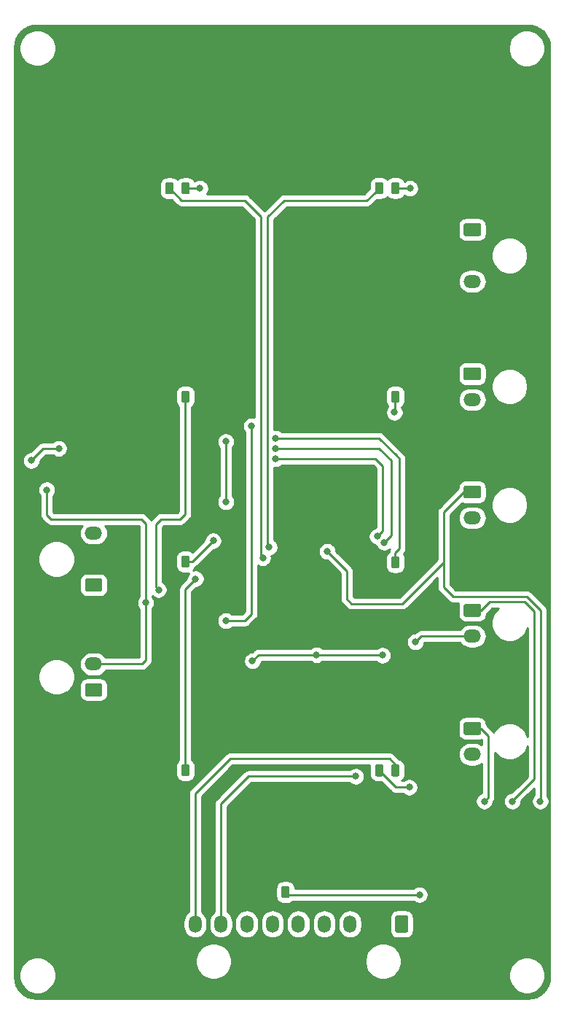
<source format=gbr>
G04 #@! TF.GenerationSoftware,KiCad,Pcbnew,(5.1.5)-3*
G04 #@! TF.CreationDate,2021-11-23T22:40:54-06:00*
G04 #@! TF.ProjectId,Controls-LightingPCB,436f6e74-726f-46c7-932d-4c6967687469,rev?*
G04 #@! TF.SameCoordinates,Original*
G04 #@! TF.FileFunction,Copper,L2,Bot*
G04 #@! TF.FilePolarity,Positive*
%FSLAX46Y46*%
G04 Gerber Fmt 4.6, Leading zero omitted, Abs format (unit mm)*
G04 Created by KiCad (PCBNEW (5.1.5)-3) date 2021-11-23 22:40:54*
%MOMM*%
%LPD*%
G04 APERTURE LIST*
%ADD10C,0.100000*%
%ADD11O,1.500000X2.020000*%
%ADD12O,2.020000X1.500000*%
%ADD13C,0.800000*%
%ADD14C,0.250000*%
%ADD15C,0.254000*%
G04 APERTURE END LIST*
G04 #@! TA.AperFunction,SMDPad,CuDef*
D10*
G36*
X156405142Y-148601174D02*
G01*
X156428803Y-148604684D01*
X156452007Y-148610496D01*
X156474529Y-148618554D01*
X156496153Y-148628782D01*
X156516670Y-148641079D01*
X156535883Y-148655329D01*
X156553607Y-148671393D01*
X156569671Y-148689117D01*
X156583921Y-148708330D01*
X156596218Y-148728847D01*
X156606446Y-148750471D01*
X156614504Y-148772993D01*
X156620316Y-148796197D01*
X156623826Y-148819858D01*
X156625000Y-148843750D01*
X156625000Y-149756250D01*
X156623826Y-149780142D01*
X156620316Y-149803803D01*
X156614504Y-149827007D01*
X156606446Y-149849529D01*
X156596218Y-149871153D01*
X156583921Y-149891670D01*
X156569671Y-149910883D01*
X156553607Y-149928607D01*
X156535883Y-149944671D01*
X156516670Y-149958921D01*
X156496153Y-149971218D01*
X156474529Y-149981446D01*
X156452007Y-149989504D01*
X156428803Y-149995316D01*
X156405142Y-149998826D01*
X156381250Y-150000000D01*
X155893750Y-150000000D01*
X155869858Y-149998826D01*
X155846197Y-149995316D01*
X155822993Y-149989504D01*
X155800471Y-149981446D01*
X155778847Y-149971218D01*
X155758330Y-149958921D01*
X155739117Y-149944671D01*
X155721393Y-149928607D01*
X155705329Y-149910883D01*
X155691079Y-149891670D01*
X155678782Y-149871153D01*
X155668554Y-149849529D01*
X155660496Y-149827007D01*
X155654684Y-149803803D01*
X155651174Y-149780142D01*
X155650000Y-149756250D01*
X155650000Y-148843750D01*
X155651174Y-148819858D01*
X155654684Y-148796197D01*
X155660496Y-148772993D01*
X155668554Y-148750471D01*
X155678782Y-148728847D01*
X155691079Y-148708330D01*
X155705329Y-148689117D01*
X155721393Y-148671393D01*
X155739117Y-148655329D01*
X155758330Y-148641079D01*
X155778847Y-148628782D01*
X155800471Y-148618554D01*
X155822993Y-148610496D01*
X155846197Y-148604684D01*
X155869858Y-148601174D01*
X155893750Y-148600000D01*
X156381250Y-148600000D01*
X156405142Y-148601174D01*
G37*
G04 #@! TD.AperFunction*
G04 #@! TA.AperFunction,SMDPad,CuDef*
G36*
X154530142Y-148601174D02*
G01*
X154553803Y-148604684D01*
X154577007Y-148610496D01*
X154599529Y-148618554D01*
X154621153Y-148628782D01*
X154641670Y-148641079D01*
X154660883Y-148655329D01*
X154678607Y-148671393D01*
X154694671Y-148689117D01*
X154708921Y-148708330D01*
X154721218Y-148728847D01*
X154731446Y-148750471D01*
X154739504Y-148772993D01*
X154745316Y-148796197D01*
X154748826Y-148819858D01*
X154750000Y-148843750D01*
X154750000Y-149756250D01*
X154748826Y-149780142D01*
X154745316Y-149803803D01*
X154739504Y-149827007D01*
X154731446Y-149849529D01*
X154721218Y-149871153D01*
X154708921Y-149891670D01*
X154694671Y-149910883D01*
X154678607Y-149928607D01*
X154660883Y-149944671D01*
X154641670Y-149958921D01*
X154621153Y-149971218D01*
X154599529Y-149981446D01*
X154577007Y-149989504D01*
X154553803Y-149995316D01*
X154530142Y-149998826D01*
X154506250Y-150000000D01*
X154018750Y-150000000D01*
X153994858Y-149998826D01*
X153971197Y-149995316D01*
X153947993Y-149989504D01*
X153925471Y-149981446D01*
X153903847Y-149971218D01*
X153883330Y-149958921D01*
X153864117Y-149944671D01*
X153846393Y-149928607D01*
X153830329Y-149910883D01*
X153816079Y-149891670D01*
X153803782Y-149871153D01*
X153793554Y-149849529D01*
X153785496Y-149827007D01*
X153779684Y-149803803D01*
X153776174Y-149780142D01*
X153775000Y-149756250D01*
X153775000Y-148843750D01*
X153776174Y-148819858D01*
X153779684Y-148796197D01*
X153785496Y-148772993D01*
X153793554Y-148750471D01*
X153803782Y-148728847D01*
X153816079Y-148708330D01*
X153830329Y-148689117D01*
X153846393Y-148671393D01*
X153864117Y-148655329D01*
X153883330Y-148641079D01*
X153903847Y-148628782D01*
X153925471Y-148618554D01*
X153947993Y-148610496D01*
X153971197Y-148604684D01*
X153994858Y-148601174D01*
X154018750Y-148600000D01*
X154506250Y-148600000D01*
X154530142Y-148601174D01*
G37*
G04 #@! TD.AperFunction*
G04 #@! TA.AperFunction,ComponentPad*
G36*
X170163504Y-151993204D02*
G01*
X170187773Y-151996804D01*
X170211571Y-152002765D01*
X170234671Y-152011030D01*
X170256849Y-152021520D01*
X170277893Y-152034133D01*
X170297598Y-152048747D01*
X170315777Y-152065223D01*
X170332253Y-152083402D01*
X170346867Y-152103107D01*
X170359480Y-152124151D01*
X170369970Y-152146329D01*
X170378235Y-152169429D01*
X170384196Y-152193227D01*
X170387796Y-152217496D01*
X170389000Y-152242000D01*
X170389000Y-153762000D01*
X170387796Y-153786504D01*
X170384196Y-153810773D01*
X170378235Y-153834571D01*
X170369970Y-153857671D01*
X170359480Y-153879849D01*
X170346867Y-153900893D01*
X170332253Y-153920598D01*
X170315777Y-153938777D01*
X170297598Y-153955253D01*
X170277893Y-153969867D01*
X170256849Y-153982480D01*
X170234671Y-153992970D01*
X170211571Y-154001235D01*
X170187773Y-154007196D01*
X170163504Y-154010796D01*
X170139000Y-154012000D01*
X169139000Y-154012000D01*
X169114496Y-154010796D01*
X169090227Y-154007196D01*
X169066429Y-154001235D01*
X169043329Y-153992970D01*
X169021151Y-153982480D01*
X169000107Y-153969867D01*
X168980402Y-153955253D01*
X168962223Y-153938777D01*
X168945747Y-153920598D01*
X168931133Y-153900893D01*
X168918520Y-153879849D01*
X168908030Y-153857671D01*
X168899765Y-153834571D01*
X168893804Y-153810773D01*
X168890204Y-153786504D01*
X168889000Y-153762000D01*
X168889000Y-152242000D01*
X168890204Y-152217496D01*
X168893804Y-152193227D01*
X168899765Y-152169429D01*
X168908030Y-152146329D01*
X168918520Y-152124151D01*
X168931133Y-152103107D01*
X168945747Y-152083402D01*
X168962223Y-152065223D01*
X168980402Y-152048747D01*
X169000107Y-152034133D01*
X169021151Y-152021520D01*
X169043329Y-152011030D01*
X169066429Y-152002765D01*
X169090227Y-151996804D01*
X169114496Y-151993204D01*
X169139000Y-151992000D01*
X170139000Y-151992000D01*
X170163504Y-151993204D01*
G37*
G04 #@! TD.AperFunction*
D11*
X166639000Y-153002000D03*
X163639000Y-153002000D03*
X160639000Y-153002000D03*
X157639000Y-153002000D03*
X154639000Y-153002000D03*
X151639000Y-153002000D03*
X148639000Y-153002000D03*
X145639000Y-153002000D03*
G04 #@! TA.AperFunction,SMDPad,CuDef*
D10*
G36*
X142908142Y-134438874D02*
G01*
X142931803Y-134442384D01*
X142955007Y-134448196D01*
X142977529Y-134456254D01*
X142999153Y-134466482D01*
X143019670Y-134478779D01*
X143038883Y-134493029D01*
X143056607Y-134509093D01*
X143072671Y-134526817D01*
X143086921Y-134546030D01*
X143099218Y-134566547D01*
X143109446Y-134588171D01*
X143117504Y-134610693D01*
X143123316Y-134633897D01*
X143126826Y-134657558D01*
X143128000Y-134681450D01*
X143128000Y-135593950D01*
X143126826Y-135617842D01*
X143123316Y-135641503D01*
X143117504Y-135664707D01*
X143109446Y-135687229D01*
X143099218Y-135708853D01*
X143086921Y-135729370D01*
X143072671Y-135748583D01*
X143056607Y-135766307D01*
X143038883Y-135782371D01*
X143019670Y-135796621D01*
X142999153Y-135808918D01*
X142977529Y-135819146D01*
X142955007Y-135827204D01*
X142931803Y-135833016D01*
X142908142Y-135836526D01*
X142884250Y-135837700D01*
X142396750Y-135837700D01*
X142372858Y-135836526D01*
X142349197Y-135833016D01*
X142325993Y-135827204D01*
X142303471Y-135819146D01*
X142281847Y-135808918D01*
X142261330Y-135796621D01*
X142242117Y-135782371D01*
X142224393Y-135766307D01*
X142208329Y-135748583D01*
X142194079Y-135729370D01*
X142181782Y-135708853D01*
X142171554Y-135687229D01*
X142163496Y-135664707D01*
X142157684Y-135641503D01*
X142154174Y-135617842D01*
X142153000Y-135593950D01*
X142153000Y-134681450D01*
X142154174Y-134657558D01*
X142157684Y-134633897D01*
X142163496Y-134610693D01*
X142171554Y-134588171D01*
X142181782Y-134566547D01*
X142194079Y-134546030D01*
X142208329Y-134526817D01*
X142224393Y-134509093D01*
X142242117Y-134493029D01*
X142261330Y-134478779D01*
X142281847Y-134466482D01*
X142303471Y-134456254D01*
X142325993Y-134448196D01*
X142349197Y-134442384D01*
X142372858Y-134438874D01*
X142396750Y-134437700D01*
X142884250Y-134437700D01*
X142908142Y-134438874D01*
G37*
G04 #@! TD.AperFunction*
G04 #@! TA.AperFunction,SMDPad,CuDef*
G36*
X144783142Y-134438874D02*
G01*
X144806803Y-134442384D01*
X144830007Y-134448196D01*
X144852529Y-134456254D01*
X144874153Y-134466482D01*
X144894670Y-134478779D01*
X144913883Y-134493029D01*
X144931607Y-134509093D01*
X144947671Y-134526817D01*
X144961921Y-134546030D01*
X144974218Y-134566547D01*
X144984446Y-134588171D01*
X144992504Y-134610693D01*
X144998316Y-134633897D01*
X145001826Y-134657558D01*
X145003000Y-134681450D01*
X145003000Y-135593950D01*
X145001826Y-135617842D01*
X144998316Y-135641503D01*
X144992504Y-135664707D01*
X144984446Y-135687229D01*
X144974218Y-135708853D01*
X144961921Y-135729370D01*
X144947671Y-135748583D01*
X144931607Y-135766307D01*
X144913883Y-135782371D01*
X144894670Y-135796621D01*
X144874153Y-135808918D01*
X144852529Y-135819146D01*
X144830007Y-135827204D01*
X144806803Y-135833016D01*
X144783142Y-135836526D01*
X144759250Y-135837700D01*
X144271750Y-135837700D01*
X144247858Y-135836526D01*
X144224197Y-135833016D01*
X144200993Y-135827204D01*
X144178471Y-135819146D01*
X144156847Y-135808918D01*
X144136330Y-135796621D01*
X144117117Y-135782371D01*
X144099393Y-135766307D01*
X144083329Y-135748583D01*
X144069079Y-135729370D01*
X144056782Y-135708853D01*
X144046554Y-135687229D01*
X144038496Y-135664707D01*
X144032684Y-135641503D01*
X144029174Y-135617842D01*
X144028000Y-135593950D01*
X144028000Y-134681450D01*
X144029174Y-134657558D01*
X144032684Y-134633897D01*
X144038496Y-134610693D01*
X144046554Y-134588171D01*
X144056782Y-134566547D01*
X144069079Y-134546030D01*
X144083329Y-134526817D01*
X144099393Y-134509093D01*
X144117117Y-134493029D01*
X144136330Y-134478779D01*
X144156847Y-134466482D01*
X144178471Y-134456254D01*
X144200993Y-134448196D01*
X144224197Y-134442384D01*
X144247858Y-134438874D01*
X144271750Y-134437700D01*
X144759250Y-134437700D01*
X144783142Y-134438874D01*
G37*
G04 #@! TD.AperFunction*
G04 #@! TA.AperFunction,ComponentPad*
G36*
X178632504Y-102101204D02*
G01*
X178656773Y-102104804D01*
X178680571Y-102110765D01*
X178703671Y-102119030D01*
X178725849Y-102129520D01*
X178746893Y-102142133D01*
X178766598Y-102156747D01*
X178784777Y-102173223D01*
X178801253Y-102191402D01*
X178815867Y-102211107D01*
X178828480Y-102232151D01*
X178838970Y-102254329D01*
X178847235Y-102277429D01*
X178853196Y-102301227D01*
X178856796Y-102325496D01*
X178858000Y-102350000D01*
X178858000Y-103350000D01*
X178856796Y-103374504D01*
X178853196Y-103398773D01*
X178847235Y-103422571D01*
X178838970Y-103445671D01*
X178828480Y-103467849D01*
X178815867Y-103488893D01*
X178801253Y-103508598D01*
X178784777Y-103526777D01*
X178766598Y-103543253D01*
X178746893Y-103557867D01*
X178725849Y-103570480D01*
X178703671Y-103580970D01*
X178680571Y-103589235D01*
X178656773Y-103595196D01*
X178632504Y-103598796D01*
X178608000Y-103600000D01*
X177088000Y-103600000D01*
X177063496Y-103598796D01*
X177039227Y-103595196D01*
X177015429Y-103589235D01*
X176992329Y-103580970D01*
X176970151Y-103570480D01*
X176949107Y-103557867D01*
X176929402Y-103543253D01*
X176911223Y-103526777D01*
X176894747Y-103508598D01*
X176880133Y-103488893D01*
X176867520Y-103467849D01*
X176857030Y-103445671D01*
X176848765Y-103422571D01*
X176842804Y-103398773D01*
X176839204Y-103374504D01*
X176838000Y-103350000D01*
X176838000Y-102350000D01*
X176839204Y-102325496D01*
X176842804Y-102301227D01*
X176848765Y-102277429D01*
X176857030Y-102254329D01*
X176867520Y-102232151D01*
X176880133Y-102211107D01*
X176894747Y-102191402D01*
X176911223Y-102173223D01*
X176929402Y-102156747D01*
X176949107Y-102142133D01*
X176970151Y-102129520D01*
X176992329Y-102119030D01*
X177015429Y-102110765D01*
X177039227Y-102104804D01*
X177063496Y-102101204D01*
X177088000Y-102100000D01*
X178608000Y-102100000D01*
X178632504Y-102101204D01*
G37*
G04 #@! TD.AperFunction*
D12*
X177848000Y-105850000D03*
G04 #@! TA.AperFunction,ComponentPad*
D10*
G36*
X134634904Y-125066737D02*
G01*
X134659173Y-125070337D01*
X134682971Y-125076298D01*
X134706071Y-125084563D01*
X134728249Y-125095053D01*
X134749293Y-125107666D01*
X134768998Y-125122280D01*
X134787177Y-125138756D01*
X134803653Y-125156935D01*
X134818267Y-125176640D01*
X134830880Y-125197684D01*
X134841370Y-125219862D01*
X134849635Y-125242962D01*
X134855596Y-125266760D01*
X134859196Y-125291029D01*
X134860400Y-125315533D01*
X134860400Y-126315533D01*
X134859196Y-126340037D01*
X134855596Y-126364306D01*
X134849635Y-126388104D01*
X134841370Y-126411204D01*
X134830880Y-126433382D01*
X134818267Y-126454426D01*
X134803653Y-126474131D01*
X134787177Y-126492310D01*
X134768998Y-126508786D01*
X134749293Y-126523400D01*
X134728249Y-126536013D01*
X134706071Y-126546503D01*
X134682971Y-126554768D01*
X134659173Y-126560729D01*
X134634904Y-126564329D01*
X134610400Y-126565533D01*
X133090400Y-126565533D01*
X133065896Y-126564329D01*
X133041627Y-126560729D01*
X133017829Y-126554768D01*
X132994729Y-126546503D01*
X132972551Y-126536013D01*
X132951507Y-126523400D01*
X132931802Y-126508786D01*
X132913623Y-126492310D01*
X132897147Y-126474131D01*
X132882533Y-126454426D01*
X132869920Y-126433382D01*
X132859430Y-126411204D01*
X132851165Y-126388104D01*
X132845204Y-126364306D01*
X132841604Y-126340037D01*
X132840400Y-126315533D01*
X132840400Y-125315533D01*
X132841604Y-125291029D01*
X132845204Y-125266760D01*
X132851165Y-125242962D01*
X132859430Y-125219862D01*
X132869920Y-125197684D01*
X132882533Y-125176640D01*
X132897147Y-125156935D01*
X132913623Y-125138756D01*
X132931802Y-125122280D01*
X132951507Y-125107666D01*
X132972551Y-125095053D01*
X132994729Y-125084563D01*
X133017829Y-125076298D01*
X133041627Y-125070337D01*
X133065896Y-125066737D01*
X133090400Y-125065533D01*
X134610400Y-125065533D01*
X134634904Y-125066737D01*
G37*
G04 #@! TD.AperFunction*
D12*
X133850400Y-122815533D03*
G04 #@! TA.AperFunction,ComponentPad*
D10*
G36*
X178632504Y-88373204D02*
G01*
X178656773Y-88376804D01*
X178680571Y-88382765D01*
X178703671Y-88391030D01*
X178725849Y-88401520D01*
X178746893Y-88414133D01*
X178766598Y-88428747D01*
X178784777Y-88445223D01*
X178801253Y-88463402D01*
X178815867Y-88483107D01*
X178828480Y-88504151D01*
X178838970Y-88526329D01*
X178847235Y-88549429D01*
X178853196Y-88573227D01*
X178856796Y-88597496D01*
X178858000Y-88622000D01*
X178858000Y-89622000D01*
X178856796Y-89646504D01*
X178853196Y-89670773D01*
X178847235Y-89694571D01*
X178838970Y-89717671D01*
X178828480Y-89739849D01*
X178815867Y-89760893D01*
X178801253Y-89780598D01*
X178784777Y-89798777D01*
X178766598Y-89815253D01*
X178746893Y-89829867D01*
X178725849Y-89842480D01*
X178703671Y-89852970D01*
X178680571Y-89861235D01*
X178656773Y-89867196D01*
X178632504Y-89870796D01*
X178608000Y-89872000D01*
X177088000Y-89872000D01*
X177063496Y-89870796D01*
X177039227Y-89867196D01*
X177015429Y-89861235D01*
X176992329Y-89852970D01*
X176970151Y-89842480D01*
X176949107Y-89829867D01*
X176929402Y-89815253D01*
X176911223Y-89798777D01*
X176894747Y-89780598D01*
X176880133Y-89760893D01*
X176867520Y-89739849D01*
X176857030Y-89717671D01*
X176848765Y-89694571D01*
X176842804Y-89670773D01*
X176839204Y-89646504D01*
X176838000Y-89622000D01*
X176838000Y-88622000D01*
X176839204Y-88597496D01*
X176842804Y-88573227D01*
X176848765Y-88549429D01*
X176857030Y-88526329D01*
X176867520Y-88504151D01*
X176880133Y-88483107D01*
X176894747Y-88463402D01*
X176911223Y-88445223D01*
X176929402Y-88428747D01*
X176949107Y-88414133D01*
X176970151Y-88401520D01*
X176992329Y-88391030D01*
X177015429Y-88382765D01*
X177039227Y-88376804D01*
X177063496Y-88373204D01*
X177088000Y-88372000D01*
X178608000Y-88372000D01*
X178632504Y-88373204D01*
G37*
G04 #@! TD.AperFunction*
D12*
X177848000Y-92122000D03*
G04 #@! TA.AperFunction,ComponentPad*
D10*
G36*
X178632504Y-115829204D02*
G01*
X178656773Y-115832804D01*
X178680571Y-115838765D01*
X178703671Y-115847030D01*
X178725849Y-115857520D01*
X178746893Y-115870133D01*
X178766598Y-115884747D01*
X178784777Y-115901223D01*
X178801253Y-115919402D01*
X178815867Y-115939107D01*
X178828480Y-115960151D01*
X178838970Y-115982329D01*
X178847235Y-116005429D01*
X178853196Y-116029227D01*
X178856796Y-116053496D01*
X178858000Y-116078000D01*
X178858000Y-117078000D01*
X178856796Y-117102504D01*
X178853196Y-117126773D01*
X178847235Y-117150571D01*
X178838970Y-117173671D01*
X178828480Y-117195849D01*
X178815867Y-117216893D01*
X178801253Y-117236598D01*
X178784777Y-117254777D01*
X178766598Y-117271253D01*
X178746893Y-117285867D01*
X178725849Y-117298480D01*
X178703671Y-117308970D01*
X178680571Y-117317235D01*
X178656773Y-117323196D01*
X178632504Y-117326796D01*
X178608000Y-117328000D01*
X177088000Y-117328000D01*
X177063496Y-117326796D01*
X177039227Y-117323196D01*
X177015429Y-117317235D01*
X176992329Y-117308970D01*
X176970151Y-117298480D01*
X176949107Y-117285867D01*
X176929402Y-117271253D01*
X176911223Y-117254777D01*
X176894747Y-117236598D01*
X176880133Y-117216893D01*
X176867520Y-117195849D01*
X176857030Y-117173671D01*
X176848765Y-117150571D01*
X176842804Y-117126773D01*
X176839204Y-117102504D01*
X176838000Y-117078000D01*
X176838000Y-116078000D01*
X176839204Y-116053496D01*
X176842804Y-116029227D01*
X176848765Y-116005429D01*
X176857030Y-115982329D01*
X176867520Y-115960151D01*
X176880133Y-115939107D01*
X176894747Y-115919402D01*
X176911223Y-115901223D01*
X176929402Y-115884747D01*
X176949107Y-115870133D01*
X176970151Y-115857520D01*
X176992329Y-115847030D01*
X177015429Y-115838765D01*
X177039227Y-115832804D01*
X177063496Y-115829204D01*
X177088000Y-115828000D01*
X178608000Y-115828000D01*
X178632504Y-115829204D01*
G37*
G04 #@! TD.AperFunction*
D12*
X177848000Y-119578000D03*
G04 #@! TA.AperFunction,ComponentPad*
D10*
G36*
X178632504Y-129557204D02*
G01*
X178656773Y-129560804D01*
X178680571Y-129566765D01*
X178703671Y-129575030D01*
X178725849Y-129585520D01*
X178746893Y-129598133D01*
X178766598Y-129612747D01*
X178784777Y-129629223D01*
X178801253Y-129647402D01*
X178815867Y-129667107D01*
X178828480Y-129688151D01*
X178838970Y-129710329D01*
X178847235Y-129733429D01*
X178853196Y-129757227D01*
X178856796Y-129781496D01*
X178858000Y-129806000D01*
X178858000Y-130806000D01*
X178856796Y-130830504D01*
X178853196Y-130854773D01*
X178847235Y-130878571D01*
X178838970Y-130901671D01*
X178828480Y-130923849D01*
X178815867Y-130944893D01*
X178801253Y-130964598D01*
X178784777Y-130982777D01*
X178766598Y-130999253D01*
X178746893Y-131013867D01*
X178725849Y-131026480D01*
X178703671Y-131036970D01*
X178680571Y-131045235D01*
X178656773Y-131051196D01*
X178632504Y-131054796D01*
X178608000Y-131056000D01*
X177088000Y-131056000D01*
X177063496Y-131054796D01*
X177039227Y-131051196D01*
X177015429Y-131045235D01*
X176992329Y-131036970D01*
X176970151Y-131026480D01*
X176949107Y-131013867D01*
X176929402Y-130999253D01*
X176911223Y-130982777D01*
X176894747Y-130964598D01*
X176880133Y-130944893D01*
X176867520Y-130923849D01*
X176857030Y-130901671D01*
X176848765Y-130878571D01*
X176842804Y-130854773D01*
X176839204Y-130830504D01*
X176838000Y-130806000D01*
X176838000Y-129806000D01*
X176839204Y-129781496D01*
X176842804Y-129757227D01*
X176848765Y-129733429D01*
X176857030Y-129710329D01*
X176867520Y-129688151D01*
X176880133Y-129667107D01*
X176894747Y-129647402D01*
X176911223Y-129629223D01*
X176929402Y-129612747D01*
X176949107Y-129598133D01*
X176970151Y-129585520D01*
X176992329Y-129575030D01*
X177015429Y-129566765D01*
X177039227Y-129560804D01*
X177063496Y-129557204D01*
X177088000Y-129556000D01*
X178608000Y-129556000D01*
X178632504Y-129557204D01*
G37*
G04 #@! TD.AperFunction*
D12*
X177848000Y-133306000D03*
X133850400Y-107632000D03*
X133850400Y-110632000D03*
G04 #@! TA.AperFunction,ComponentPad*
D10*
G36*
X134634904Y-112883204D02*
G01*
X134659173Y-112886804D01*
X134682971Y-112892765D01*
X134706071Y-112901030D01*
X134728249Y-112911520D01*
X134749293Y-112924133D01*
X134768998Y-112938747D01*
X134787177Y-112955223D01*
X134803653Y-112973402D01*
X134818267Y-112993107D01*
X134830880Y-113014151D01*
X134841370Y-113036329D01*
X134849635Y-113059429D01*
X134855596Y-113083227D01*
X134859196Y-113107496D01*
X134860400Y-113132000D01*
X134860400Y-114132000D01*
X134859196Y-114156504D01*
X134855596Y-114180773D01*
X134849635Y-114204571D01*
X134841370Y-114227671D01*
X134830880Y-114249849D01*
X134818267Y-114270893D01*
X134803653Y-114290598D01*
X134787177Y-114308777D01*
X134768998Y-114325253D01*
X134749293Y-114339867D01*
X134728249Y-114352480D01*
X134706071Y-114362970D01*
X134682971Y-114371235D01*
X134659173Y-114377196D01*
X134634904Y-114380796D01*
X134610400Y-114382000D01*
X133090400Y-114382000D01*
X133065896Y-114380796D01*
X133041627Y-114377196D01*
X133017829Y-114371235D01*
X132994729Y-114362970D01*
X132972551Y-114352480D01*
X132951507Y-114339867D01*
X132931802Y-114325253D01*
X132913623Y-114308777D01*
X132897147Y-114290598D01*
X132882533Y-114270893D01*
X132869920Y-114249849D01*
X132859430Y-114227671D01*
X132851165Y-114204571D01*
X132845204Y-114180773D01*
X132841604Y-114156504D01*
X132840400Y-114132000D01*
X132840400Y-113132000D01*
X132841604Y-113107496D01*
X132845204Y-113083227D01*
X132851165Y-113059429D01*
X132859430Y-113036329D01*
X132869920Y-113014151D01*
X132882533Y-112993107D01*
X132897147Y-112973402D01*
X132913623Y-112955223D01*
X132931802Y-112938747D01*
X132951507Y-112924133D01*
X132972551Y-112911520D01*
X132994729Y-112901030D01*
X133017829Y-112892765D01*
X133041627Y-112886804D01*
X133065896Y-112883204D01*
X133090400Y-112882000D01*
X134610400Y-112882000D01*
X134634904Y-112883204D01*
G37*
G04 #@! TD.AperFunction*
D12*
X177848000Y-78394000D03*
X177848000Y-75394000D03*
G04 #@! TA.AperFunction,ComponentPad*
D10*
G36*
X178632504Y-71645204D02*
G01*
X178656773Y-71648804D01*
X178680571Y-71654765D01*
X178703671Y-71663030D01*
X178725849Y-71673520D01*
X178746893Y-71686133D01*
X178766598Y-71700747D01*
X178784777Y-71717223D01*
X178801253Y-71735402D01*
X178815867Y-71755107D01*
X178828480Y-71776151D01*
X178838970Y-71798329D01*
X178847235Y-71821429D01*
X178853196Y-71845227D01*
X178856796Y-71869496D01*
X178858000Y-71894000D01*
X178858000Y-72894000D01*
X178856796Y-72918504D01*
X178853196Y-72942773D01*
X178847235Y-72966571D01*
X178838970Y-72989671D01*
X178828480Y-73011849D01*
X178815867Y-73032893D01*
X178801253Y-73052598D01*
X178784777Y-73070777D01*
X178766598Y-73087253D01*
X178746893Y-73101867D01*
X178725849Y-73114480D01*
X178703671Y-73124970D01*
X178680571Y-73133235D01*
X178656773Y-73139196D01*
X178632504Y-73142796D01*
X178608000Y-73144000D01*
X177088000Y-73144000D01*
X177063496Y-73142796D01*
X177039227Y-73139196D01*
X177015429Y-73133235D01*
X176992329Y-73124970D01*
X176970151Y-73114480D01*
X176949107Y-73101867D01*
X176929402Y-73087253D01*
X176911223Y-73070777D01*
X176894747Y-73052598D01*
X176880133Y-73032893D01*
X176867520Y-73011849D01*
X176857030Y-72989671D01*
X176848765Y-72966571D01*
X176842804Y-72942773D01*
X176839204Y-72918504D01*
X176838000Y-72894000D01*
X176838000Y-71894000D01*
X176839204Y-71869496D01*
X176842804Y-71845227D01*
X176848765Y-71821429D01*
X176857030Y-71798329D01*
X176867520Y-71776151D01*
X176880133Y-71755107D01*
X176894747Y-71735402D01*
X176911223Y-71717223D01*
X176929402Y-71700747D01*
X176949107Y-71686133D01*
X176970151Y-71673520D01*
X176992329Y-71663030D01*
X177015429Y-71654765D01*
X177039227Y-71648804D01*
X177063496Y-71645204D01*
X177088000Y-71644000D01*
X178608000Y-71644000D01*
X178632504Y-71645204D01*
G37*
G04 #@! TD.AperFunction*
G04 #@! TA.AperFunction,SMDPad,CuDef*
G36*
X142908142Y-110222306D02*
G01*
X142931803Y-110225816D01*
X142955007Y-110231628D01*
X142977529Y-110239686D01*
X142999153Y-110249914D01*
X143019670Y-110262211D01*
X143038883Y-110276461D01*
X143056607Y-110292525D01*
X143072671Y-110310249D01*
X143086921Y-110329462D01*
X143099218Y-110349979D01*
X143109446Y-110371603D01*
X143117504Y-110394125D01*
X143123316Y-110417329D01*
X143126826Y-110440990D01*
X143128000Y-110464882D01*
X143128000Y-111377382D01*
X143126826Y-111401274D01*
X143123316Y-111424935D01*
X143117504Y-111448139D01*
X143109446Y-111470661D01*
X143099218Y-111492285D01*
X143086921Y-111512802D01*
X143072671Y-111532015D01*
X143056607Y-111549739D01*
X143038883Y-111565803D01*
X143019670Y-111580053D01*
X142999153Y-111592350D01*
X142977529Y-111602578D01*
X142955007Y-111610636D01*
X142931803Y-111616448D01*
X142908142Y-111619958D01*
X142884250Y-111621132D01*
X142396750Y-111621132D01*
X142372858Y-111619958D01*
X142349197Y-111616448D01*
X142325993Y-111610636D01*
X142303471Y-111602578D01*
X142281847Y-111592350D01*
X142261330Y-111580053D01*
X142242117Y-111565803D01*
X142224393Y-111549739D01*
X142208329Y-111532015D01*
X142194079Y-111512802D01*
X142181782Y-111492285D01*
X142171554Y-111470661D01*
X142163496Y-111448139D01*
X142157684Y-111424935D01*
X142154174Y-111401274D01*
X142153000Y-111377382D01*
X142153000Y-110464882D01*
X142154174Y-110440990D01*
X142157684Y-110417329D01*
X142163496Y-110394125D01*
X142171554Y-110371603D01*
X142181782Y-110349979D01*
X142194079Y-110329462D01*
X142208329Y-110310249D01*
X142224393Y-110292525D01*
X142242117Y-110276461D01*
X142261330Y-110262211D01*
X142281847Y-110249914D01*
X142303471Y-110239686D01*
X142325993Y-110231628D01*
X142349197Y-110225816D01*
X142372858Y-110222306D01*
X142396750Y-110221132D01*
X142884250Y-110221132D01*
X142908142Y-110222306D01*
G37*
G04 #@! TD.AperFunction*
G04 #@! TA.AperFunction,SMDPad,CuDef*
G36*
X144783142Y-110222306D02*
G01*
X144806803Y-110225816D01*
X144830007Y-110231628D01*
X144852529Y-110239686D01*
X144874153Y-110249914D01*
X144894670Y-110262211D01*
X144913883Y-110276461D01*
X144931607Y-110292525D01*
X144947671Y-110310249D01*
X144961921Y-110329462D01*
X144974218Y-110349979D01*
X144984446Y-110371603D01*
X144992504Y-110394125D01*
X144998316Y-110417329D01*
X145001826Y-110440990D01*
X145003000Y-110464882D01*
X145003000Y-111377382D01*
X145001826Y-111401274D01*
X144998316Y-111424935D01*
X144992504Y-111448139D01*
X144984446Y-111470661D01*
X144974218Y-111492285D01*
X144961921Y-111512802D01*
X144947671Y-111532015D01*
X144931607Y-111549739D01*
X144913883Y-111565803D01*
X144894670Y-111580053D01*
X144874153Y-111592350D01*
X144852529Y-111602578D01*
X144830007Y-111610636D01*
X144806803Y-111616448D01*
X144783142Y-111619958D01*
X144759250Y-111621132D01*
X144271750Y-111621132D01*
X144247858Y-111619958D01*
X144224197Y-111616448D01*
X144200993Y-111610636D01*
X144178471Y-111602578D01*
X144156847Y-111592350D01*
X144136330Y-111580053D01*
X144117117Y-111565803D01*
X144099393Y-111549739D01*
X144083329Y-111532015D01*
X144069079Y-111512802D01*
X144056782Y-111492285D01*
X144046554Y-111470661D01*
X144038496Y-111448139D01*
X144032684Y-111424935D01*
X144029174Y-111401274D01*
X144028000Y-111377382D01*
X144028000Y-110464882D01*
X144029174Y-110440990D01*
X144032684Y-110417329D01*
X144038496Y-110394125D01*
X144046554Y-110371603D01*
X144056782Y-110349979D01*
X144069079Y-110329462D01*
X144083329Y-110310249D01*
X144099393Y-110292525D01*
X144117117Y-110276461D01*
X144136330Y-110262211D01*
X144156847Y-110249914D01*
X144178471Y-110239686D01*
X144200993Y-110231628D01*
X144224197Y-110225816D01*
X144247858Y-110222306D01*
X144271750Y-110221132D01*
X144759250Y-110221132D01*
X144783142Y-110222306D01*
G37*
G04 #@! TD.AperFunction*
G04 #@! TA.AperFunction,SMDPad,CuDef*
G36*
X142930142Y-66901174D02*
G01*
X142953803Y-66904684D01*
X142977007Y-66910496D01*
X142999529Y-66918554D01*
X143021153Y-66928782D01*
X143041670Y-66941079D01*
X143060883Y-66955329D01*
X143078607Y-66971393D01*
X143094671Y-66989117D01*
X143108921Y-67008330D01*
X143121218Y-67028847D01*
X143131446Y-67050471D01*
X143139504Y-67072993D01*
X143145316Y-67096197D01*
X143148826Y-67119858D01*
X143150000Y-67143750D01*
X143150000Y-68056250D01*
X143148826Y-68080142D01*
X143145316Y-68103803D01*
X143139504Y-68127007D01*
X143131446Y-68149529D01*
X143121218Y-68171153D01*
X143108921Y-68191670D01*
X143094671Y-68210883D01*
X143078607Y-68228607D01*
X143060883Y-68244671D01*
X143041670Y-68258921D01*
X143021153Y-68271218D01*
X142999529Y-68281446D01*
X142977007Y-68289504D01*
X142953803Y-68295316D01*
X142930142Y-68298826D01*
X142906250Y-68300000D01*
X142418750Y-68300000D01*
X142394858Y-68298826D01*
X142371197Y-68295316D01*
X142347993Y-68289504D01*
X142325471Y-68281446D01*
X142303847Y-68271218D01*
X142283330Y-68258921D01*
X142264117Y-68244671D01*
X142246393Y-68228607D01*
X142230329Y-68210883D01*
X142216079Y-68191670D01*
X142203782Y-68171153D01*
X142193554Y-68149529D01*
X142185496Y-68127007D01*
X142179684Y-68103803D01*
X142176174Y-68080142D01*
X142175000Y-68056250D01*
X142175000Y-67143750D01*
X142176174Y-67119858D01*
X142179684Y-67096197D01*
X142185496Y-67072993D01*
X142193554Y-67050471D01*
X142203782Y-67028847D01*
X142216079Y-67008330D01*
X142230329Y-66989117D01*
X142246393Y-66971393D01*
X142264117Y-66955329D01*
X142283330Y-66941079D01*
X142303847Y-66928782D01*
X142325471Y-66918554D01*
X142347993Y-66910496D01*
X142371197Y-66904684D01*
X142394858Y-66901174D01*
X142418750Y-66900000D01*
X142906250Y-66900000D01*
X142930142Y-66901174D01*
G37*
G04 #@! TD.AperFunction*
G04 #@! TA.AperFunction,SMDPad,CuDef*
G36*
X144805142Y-66901174D02*
G01*
X144828803Y-66904684D01*
X144852007Y-66910496D01*
X144874529Y-66918554D01*
X144896153Y-66928782D01*
X144916670Y-66941079D01*
X144935883Y-66955329D01*
X144953607Y-66971393D01*
X144969671Y-66989117D01*
X144983921Y-67008330D01*
X144996218Y-67028847D01*
X145006446Y-67050471D01*
X145014504Y-67072993D01*
X145020316Y-67096197D01*
X145023826Y-67119858D01*
X145025000Y-67143750D01*
X145025000Y-68056250D01*
X145023826Y-68080142D01*
X145020316Y-68103803D01*
X145014504Y-68127007D01*
X145006446Y-68149529D01*
X144996218Y-68171153D01*
X144983921Y-68191670D01*
X144969671Y-68210883D01*
X144953607Y-68228607D01*
X144935883Y-68244671D01*
X144916670Y-68258921D01*
X144896153Y-68271218D01*
X144874529Y-68281446D01*
X144852007Y-68289504D01*
X144828803Y-68295316D01*
X144805142Y-68298826D01*
X144781250Y-68300000D01*
X144293750Y-68300000D01*
X144269858Y-68298826D01*
X144246197Y-68295316D01*
X144222993Y-68289504D01*
X144200471Y-68281446D01*
X144178847Y-68271218D01*
X144158330Y-68258921D01*
X144139117Y-68244671D01*
X144121393Y-68228607D01*
X144105329Y-68210883D01*
X144091079Y-68191670D01*
X144078782Y-68171153D01*
X144068554Y-68149529D01*
X144060496Y-68127007D01*
X144054684Y-68103803D01*
X144051174Y-68080142D01*
X144050000Y-68056250D01*
X144050000Y-67143750D01*
X144051174Y-67119858D01*
X144054684Y-67096197D01*
X144060496Y-67072993D01*
X144068554Y-67050471D01*
X144078782Y-67028847D01*
X144091079Y-67008330D01*
X144105329Y-66989117D01*
X144121393Y-66971393D01*
X144139117Y-66955329D01*
X144158330Y-66941079D01*
X144178847Y-66928782D01*
X144200471Y-66918554D01*
X144222993Y-66910496D01*
X144246197Y-66904684D01*
X144269858Y-66901174D01*
X144293750Y-66900000D01*
X144781250Y-66900000D01*
X144805142Y-66901174D01*
G37*
G04 #@! TD.AperFunction*
G04 #@! TA.AperFunction,SMDPad,CuDef*
G36*
X142908142Y-91085740D02*
G01*
X142931803Y-91089250D01*
X142955007Y-91095062D01*
X142977529Y-91103120D01*
X142999153Y-91113348D01*
X143019670Y-91125645D01*
X143038883Y-91139895D01*
X143056607Y-91155959D01*
X143072671Y-91173683D01*
X143086921Y-91192896D01*
X143099218Y-91213413D01*
X143109446Y-91235037D01*
X143117504Y-91257559D01*
X143123316Y-91280763D01*
X143126826Y-91304424D01*
X143128000Y-91328316D01*
X143128000Y-92240816D01*
X143126826Y-92264708D01*
X143123316Y-92288369D01*
X143117504Y-92311573D01*
X143109446Y-92334095D01*
X143099218Y-92355719D01*
X143086921Y-92376236D01*
X143072671Y-92395449D01*
X143056607Y-92413173D01*
X143038883Y-92429237D01*
X143019670Y-92443487D01*
X142999153Y-92455784D01*
X142977529Y-92466012D01*
X142955007Y-92474070D01*
X142931803Y-92479882D01*
X142908142Y-92483392D01*
X142884250Y-92484566D01*
X142396750Y-92484566D01*
X142372858Y-92483392D01*
X142349197Y-92479882D01*
X142325993Y-92474070D01*
X142303471Y-92466012D01*
X142281847Y-92455784D01*
X142261330Y-92443487D01*
X142242117Y-92429237D01*
X142224393Y-92413173D01*
X142208329Y-92395449D01*
X142194079Y-92376236D01*
X142181782Y-92355719D01*
X142171554Y-92334095D01*
X142163496Y-92311573D01*
X142157684Y-92288369D01*
X142154174Y-92264708D01*
X142153000Y-92240816D01*
X142153000Y-91328316D01*
X142154174Y-91304424D01*
X142157684Y-91280763D01*
X142163496Y-91257559D01*
X142171554Y-91235037D01*
X142181782Y-91213413D01*
X142194079Y-91192896D01*
X142208329Y-91173683D01*
X142224393Y-91155959D01*
X142242117Y-91139895D01*
X142261330Y-91125645D01*
X142281847Y-91113348D01*
X142303471Y-91103120D01*
X142325993Y-91095062D01*
X142349197Y-91089250D01*
X142372858Y-91085740D01*
X142396750Y-91084566D01*
X142884250Y-91084566D01*
X142908142Y-91085740D01*
G37*
G04 #@! TD.AperFunction*
G04 #@! TA.AperFunction,SMDPad,CuDef*
G36*
X144783142Y-91085740D02*
G01*
X144806803Y-91089250D01*
X144830007Y-91095062D01*
X144852529Y-91103120D01*
X144874153Y-91113348D01*
X144894670Y-91125645D01*
X144913883Y-91139895D01*
X144931607Y-91155959D01*
X144947671Y-91173683D01*
X144961921Y-91192896D01*
X144974218Y-91213413D01*
X144984446Y-91235037D01*
X144992504Y-91257559D01*
X144998316Y-91280763D01*
X145001826Y-91304424D01*
X145003000Y-91328316D01*
X145003000Y-92240816D01*
X145001826Y-92264708D01*
X144998316Y-92288369D01*
X144992504Y-92311573D01*
X144984446Y-92334095D01*
X144974218Y-92355719D01*
X144961921Y-92376236D01*
X144947671Y-92395449D01*
X144931607Y-92413173D01*
X144913883Y-92429237D01*
X144894670Y-92443487D01*
X144874153Y-92455784D01*
X144852529Y-92466012D01*
X144830007Y-92474070D01*
X144806803Y-92479882D01*
X144783142Y-92483392D01*
X144759250Y-92484566D01*
X144271750Y-92484566D01*
X144247858Y-92483392D01*
X144224197Y-92479882D01*
X144200993Y-92474070D01*
X144178471Y-92466012D01*
X144156847Y-92455784D01*
X144136330Y-92443487D01*
X144117117Y-92429237D01*
X144099393Y-92413173D01*
X144083329Y-92395449D01*
X144069079Y-92376236D01*
X144056782Y-92355719D01*
X144046554Y-92334095D01*
X144038496Y-92311573D01*
X144032684Y-92288369D01*
X144029174Y-92264708D01*
X144028000Y-92240816D01*
X144028000Y-91328316D01*
X144029174Y-91304424D01*
X144032684Y-91280763D01*
X144038496Y-91257559D01*
X144046554Y-91235037D01*
X144056782Y-91213413D01*
X144069079Y-91192896D01*
X144083329Y-91173683D01*
X144099393Y-91155959D01*
X144117117Y-91139895D01*
X144136330Y-91125645D01*
X144156847Y-91113348D01*
X144178471Y-91103120D01*
X144200993Y-91095062D01*
X144224197Y-91089250D01*
X144247858Y-91085740D01*
X144271750Y-91084566D01*
X144759250Y-91084566D01*
X144783142Y-91085740D01*
G37*
G04 #@! TD.AperFunction*
G04 #@! TA.AperFunction,SMDPad,CuDef*
G36*
X169167142Y-110301174D02*
G01*
X169190803Y-110304684D01*
X169214007Y-110310496D01*
X169236529Y-110318554D01*
X169258153Y-110328782D01*
X169278670Y-110341079D01*
X169297883Y-110355329D01*
X169315607Y-110371393D01*
X169331671Y-110389117D01*
X169345921Y-110408330D01*
X169358218Y-110428847D01*
X169368446Y-110450471D01*
X169376504Y-110472993D01*
X169382316Y-110496197D01*
X169385826Y-110519858D01*
X169387000Y-110543750D01*
X169387000Y-111456250D01*
X169385826Y-111480142D01*
X169382316Y-111503803D01*
X169376504Y-111527007D01*
X169368446Y-111549529D01*
X169358218Y-111571153D01*
X169345921Y-111591670D01*
X169331671Y-111610883D01*
X169315607Y-111628607D01*
X169297883Y-111644671D01*
X169278670Y-111658921D01*
X169258153Y-111671218D01*
X169236529Y-111681446D01*
X169214007Y-111689504D01*
X169190803Y-111695316D01*
X169167142Y-111698826D01*
X169143250Y-111700000D01*
X168655750Y-111700000D01*
X168631858Y-111698826D01*
X168608197Y-111695316D01*
X168584993Y-111689504D01*
X168562471Y-111681446D01*
X168540847Y-111671218D01*
X168520330Y-111658921D01*
X168501117Y-111644671D01*
X168483393Y-111628607D01*
X168467329Y-111610883D01*
X168453079Y-111591670D01*
X168440782Y-111571153D01*
X168430554Y-111549529D01*
X168422496Y-111527007D01*
X168416684Y-111503803D01*
X168413174Y-111480142D01*
X168412000Y-111456250D01*
X168412000Y-110543750D01*
X168413174Y-110519858D01*
X168416684Y-110496197D01*
X168422496Y-110472993D01*
X168430554Y-110450471D01*
X168440782Y-110428847D01*
X168453079Y-110408330D01*
X168467329Y-110389117D01*
X168483393Y-110371393D01*
X168501117Y-110355329D01*
X168520330Y-110341079D01*
X168540847Y-110328782D01*
X168562471Y-110318554D01*
X168584993Y-110310496D01*
X168608197Y-110304684D01*
X168631858Y-110301174D01*
X168655750Y-110300000D01*
X169143250Y-110300000D01*
X169167142Y-110301174D01*
G37*
G04 #@! TD.AperFunction*
G04 #@! TA.AperFunction,SMDPad,CuDef*
G36*
X167292142Y-110301174D02*
G01*
X167315803Y-110304684D01*
X167339007Y-110310496D01*
X167361529Y-110318554D01*
X167383153Y-110328782D01*
X167403670Y-110341079D01*
X167422883Y-110355329D01*
X167440607Y-110371393D01*
X167456671Y-110389117D01*
X167470921Y-110408330D01*
X167483218Y-110428847D01*
X167493446Y-110450471D01*
X167501504Y-110472993D01*
X167507316Y-110496197D01*
X167510826Y-110519858D01*
X167512000Y-110543750D01*
X167512000Y-111456250D01*
X167510826Y-111480142D01*
X167507316Y-111503803D01*
X167501504Y-111527007D01*
X167493446Y-111549529D01*
X167483218Y-111571153D01*
X167470921Y-111591670D01*
X167456671Y-111610883D01*
X167440607Y-111628607D01*
X167422883Y-111644671D01*
X167403670Y-111658921D01*
X167383153Y-111671218D01*
X167361529Y-111681446D01*
X167339007Y-111689504D01*
X167315803Y-111695316D01*
X167292142Y-111698826D01*
X167268250Y-111700000D01*
X166780750Y-111700000D01*
X166756858Y-111698826D01*
X166733197Y-111695316D01*
X166709993Y-111689504D01*
X166687471Y-111681446D01*
X166665847Y-111671218D01*
X166645330Y-111658921D01*
X166626117Y-111644671D01*
X166608393Y-111628607D01*
X166592329Y-111610883D01*
X166578079Y-111591670D01*
X166565782Y-111571153D01*
X166555554Y-111549529D01*
X166547496Y-111527007D01*
X166541684Y-111503803D01*
X166538174Y-111480142D01*
X166537000Y-111456250D01*
X166537000Y-110543750D01*
X166538174Y-110519858D01*
X166541684Y-110496197D01*
X166547496Y-110472993D01*
X166555554Y-110450471D01*
X166565782Y-110428847D01*
X166578079Y-110408330D01*
X166592329Y-110389117D01*
X166608393Y-110371393D01*
X166626117Y-110355329D01*
X166645330Y-110341079D01*
X166665847Y-110328782D01*
X166687471Y-110318554D01*
X166709993Y-110310496D01*
X166733197Y-110304684D01*
X166756858Y-110301174D01*
X166780750Y-110300000D01*
X167268250Y-110300000D01*
X167292142Y-110301174D01*
G37*
G04 #@! TD.AperFunction*
G04 #@! TA.AperFunction,SMDPad,CuDef*
G36*
X167292142Y-134472374D02*
G01*
X167315803Y-134475884D01*
X167339007Y-134481696D01*
X167361529Y-134489754D01*
X167383153Y-134499982D01*
X167403670Y-134512279D01*
X167422883Y-134526529D01*
X167440607Y-134542593D01*
X167456671Y-134560317D01*
X167470921Y-134579530D01*
X167483218Y-134600047D01*
X167493446Y-134621671D01*
X167501504Y-134644193D01*
X167507316Y-134667397D01*
X167510826Y-134691058D01*
X167512000Y-134714950D01*
X167512000Y-135627450D01*
X167510826Y-135651342D01*
X167507316Y-135675003D01*
X167501504Y-135698207D01*
X167493446Y-135720729D01*
X167483218Y-135742353D01*
X167470921Y-135762870D01*
X167456671Y-135782083D01*
X167440607Y-135799807D01*
X167422883Y-135815871D01*
X167403670Y-135830121D01*
X167383153Y-135842418D01*
X167361529Y-135852646D01*
X167339007Y-135860704D01*
X167315803Y-135866516D01*
X167292142Y-135870026D01*
X167268250Y-135871200D01*
X166780750Y-135871200D01*
X166756858Y-135870026D01*
X166733197Y-135866516D01*
X166709993Y-135860704D01*
X166687471Y-135852646D01*
X166665847Y-135842418D01*
X166645330Y-135830121D01*
X166626117Y-135815871D01*
X166608393Y-135799807D01*
X166592329Y-135782083D01*
X166578079Y-135762870D01*
X166565782Y-135742353D01*
X166555554Y-135720729D01*
X166547496Y-135698207D01*
X166541684Y-135675003D01*
X166538174Y-135651342D01*
X166537000Y-135627450D01*
X166537000Y-134714950D01*
X166538174Y-134691058D01*
X166541684Y-134667397D01*
X166547496Y-134644193D01*
X166555554Y-134621671D01*
X166565782Y-134600047D01*
X166578079Y-134579530D01*
X166592329Y-134560317D01*
X166608393Y-134542593D01*
X166626117Y-134526529D01*
X166645330Y-134512279D01*
X166665847Y-134499982D01*
X166687471Y-134489754D01*
X166709993Y-134481696D01*
X166733197Y-134475884D01*
X166756858Y-134472374D01*
X166780750Y-134471200D01*
X167268250Y-134471200D01*
X167292142Y-134472374D01*
G37*
G04 #@! TD.AperFunction*
G04 #@! TA.AperFunction,SMDPad,CuDef*
G36*
X169167142Y-134472374D02*
G01*
X169190803Y-134475884D01*
X169214007Y-134481696D01*
X169236529Y-134489754D01*
X169258153Y-134499982D01*
X169278670Y-134512279D01*
X169297883Y-134526529D01*
X169315607Y-134542593D01*
X169331671Y-134560317D01*
X169345921Y-134579530D01*
X169358218Y-134600047D01*
X169368446Y-134621671D01*
X169376504Y-134644193D01*
X169382316Y-134667397D01*
X169385826Y-134691058D01*
X169387000Y-134714950D01*
X169387000Y-135627450D01*
X169385826Y-135651342D01*
X169382316Y-135675003D01*
X169376504Y-135698207D01*
X169368446Y-135720729D01*
X169358218Y-135742353D01*
X169345921Y-135762870D01*
X169331671Y-135782083D01*
X169315607Y-135799807D01*
X169297883Y-135815871D01*
X169278670Y-135830121D01*
X169258153Y-135842418D01*
X169236529Y-135852646D01*
X169214007Y-135860704D01*
X169190803Y-135866516D01*
X169167142Y-135870026D01*
X169143250Y-135871200D01*
X168655750Y-135871200D01*
X168631858Y-135870026D01*
X168608197Y-135866516D01*
X168584993Y-135860704D01*
X168562471Y-135852646D01*
X168540847Y-135842418D01*
X168520330Y-135830121D01*
X168501117Y-135815871D01*
X168483393Y-135799807D01*
X168467329Y-135782083D01*
X168453079Y-135762870D01*
X168440782Y-135742353D01*
X168430554Y-135720729D01*
X168422496Y-135698207D01*
X168416684Y-135675003D01*
X168413174Y-135651342D01*
X168412000Y-135627450D01*
X168412000Y-134714950D01*
X168413174Y-134691058D01*
X168416684Y-134667397D01*
X168422496Y-134644193D01*
X168430554Y-134621671D01*
X168440782Y-134600047D01*
X168453079Y-134579530D01*
X168467329Y-134560317D01*
X168483393Y-134542593D01*
X168501117Y-134526529D01*
X168520330Y-134512279D01*
X168540847Y-134499982D01*
X168562471Y-134489754D01*
X168584993Y-134481696D01*
X168608197Y-134475884D01*
X168631858Y-134472374D01*
X168655750Y-134471200D01*
X169143250Y-134471200D01*
X169167142Y-134472374D01*
G37*
G04 #@! TD.AperFunction*
G04 #@! TA.AperFunction,SMDPad,CuDef*
G36*
X167292142Y-66869174D02*
G01*
X167315803Y-66872684D01*
X167339007Y-66878496D01*
X167361529Y-66886554D01*
X167383153Y-66896782D01*
X167403670Y-66909079D01*
X167422883Y-66923329D01*
X167440607Y-66939393D01*
X167456671Y-66957117D01*
X167470921Y-66976330D01*
X167483218Y-66996847D01*
X167493446Y-67018471D01*
X167501504Y-67040993D01*
X167507316Y-67064197D01*
X167510826Y-67087858D01*
X167512000Y-67111750D01*
X167512000Y-68024250D01*
X167510826Y-68048142D01*
X167507316Y-68071803D01*
X167501504Y-68095007D01*
X167493446Y-68117529D01*
X167483218Y-68139153D01*
X167470921Y-68159670D01*
X167456671Y-68178883D01*
X167440607Y-68196607D01*
X167422883Y-68212671D01*
X167403670Y-68226921D01*
X167383153Y-68239218D01*
X167361529Y-68249446D01*
X167339007Y-68257504D01*
X167315803Y-68263316D01*
X167292142Y-68266826D01*
X167268250Y-68268000D01*
X166780750Y-68268000D01*
X166756858Y-68266826D01*
X166733197Y-68263316D01*
X166709993Y-68257504D01*
X166687471Y-68249446D01*
X166665847Y-68239218D01*
X166645330Y-68226921D01*
X166626117Y-68212671D01*
X166608393Y-68196607D01*
X166592329Y-68178883D01*
X166578079Y-68159670D01*
X166565782Y-68139153D01*
X166555554Y-68117529D01*
X166547496Y-68095007D01*
X166541684Y-68071803D01*
X166538174Y-68048142D01*
X166537000Y-68024250D01*
X166537000Y-67111750D01*
X166538174Y-67087858D01*
X166541684Y-67064197D01*
X166547496Y-67040993D01*
X166555554Y-67018471D01*
X166565782Y-66996847D01*
X166578079Y-66976330D01*
X166592329Y-66957117D01*
X166608393Y-66939393D01*
X166626117Y-66923329D01*
X166645330Y-66909079D01*
X166665847Y-66896782D01*
X166687471Y-66886554D01*
X166709993Y-66878496D01*
X166733197Y-66872684D01*
X166756858Y-66869174D01*
X166780750Y-66868000D01*
X167268250Y-66868000D01*
X167292142Y-66869174D01*
G37*
G04 #@! TD.AperFunction*
G04 #@! TA.AperFunction,SMDPad,CuDef*
G36*
X169167142Y-66869174D02*
G01*
X169190803Y-66872684D01*
X169214007Y-66878496D01*
X169236529Y-66886554D01*
X169258153Y-66896782D01*
X169278670Y-66909079D01*
X169297883Y-66923329D01*
X169315607Y-66939393D01*
X169331671Y-66957117D01*
X169345921Y-66976330D01*
X169358218Y-66996847D01*
X169368446Y-67018471D01*
X169376504Y-67040993D01*
X169382316Y-67064197D01*
X169385826Y-67087858D01*
X169387000Y-67111750D01*
X169387000Y-68024250D01*
X169385826Y-68048142D01*
X169382316Y-68071803D01*
X169376504Y-68095007D01*
X169368446Y-68117529D01*
X169358218Y-68139153D01*
X169345921Y-68159670D01*
X169331671Y-68178883D01*
X169315607Y-68196607D01*
X169297883Y-68212671D01*
X169278670Y-68226921D01*
X169258153Y-68239218D01*
X169236529Y-68249446D01*
X169214007Y-68257504D01*
X169190803Y-68263316D01*
X169167142Y-68266826D01*
X169143250Y-68268000D01*
X168655750Y-68268000D01*
X168631858Y-68266826D01*
X168608197Y-68263316D01*
X168584993Y-68257504D01*
X168562471Y-68249446D01*
X168540847Y-68239218D01*
X168520330Y-68226921D01*
X168501117Y-68212671D01*
X168483393Y-68196607D01*
X168467329Y-68178883D01*
X168453079Y-68159670D01*
X168440782Y-68139153D01*
X168430554Y-68117529D01*
X168422496Y-68095007D01*
X168416684Y-68071803D01*
X168413174Y-68048142D01*
X168412000Y-68024250D01*
X168412000Y-67111750D01*
X168413174Y-67087858D01*
X168416684Y-67064197D01*
X168422496Y-67040993D01*
X168430554Y-67018471D01*
X168440782Y-66996847D01*
X168453079Y-66976330D01*
X168467329Y-66957117D01*
X168483393Y-66939393D01*
X168501117Y-66923329D01*
X168520330Y-66909079D01*
X168540847Y-66896782D01*
X168562471Y-66886554D01*
X168584993Y-66878496D01*
X168608197Y-66872684D01*
X168631858Y-66869174D01*
X168655750Y-66868000D01*
X169143250Y-66868000D01*
X169167142Y-66869174D01*
G37*
G04 #@! TD.AperFunction*
G04 #@! TA.AperFunction,SMDPad,CuDef*
G36*
X169167142Y-91085740D02*
G01*
X169190803Y-91089250D01*
X169214007Y-91095062D01*
X169236529Y-91103120D01*
X169258153Y-91113348D01*
X169278670Y-91125645D01*
X169297883Y-91139895D01*
X169315607Y-91155959D01*
X169331671Y-91173683D01*
X169345921Y-91192896D01*
X169358218Y-91213413D01*
X169368446Y-91235037D01*
X169376504Y-91257559D01*
X169382316Y-91280763D01*
X169385826Y-91304424D01*
X169387000Y-91328316D01*
X169387000Y-92240816D01*
X169385826Y-92264708D01*
X169382316Y-92288369D01*
X169376504Y-92311573D01*
X169368446Y-92334095D01*
X169358218Y-92355719D01*
X169345921Y-92376236D01*
X169331671Y-92395449D01*
X169315607Y-92413173D01*
X169297883Y-92429237D01*
X169278670Y-92443487D01*
X169258153Y-92455784D01*
X169236529Y-92466012D01*
X169214007Y-92474070D01*
X169190803Y-92479882D01*
X169167142Y-92483392D01*
X169143250Y-92484566D01*
X168655750Y-92484566D01*
X168631858Y-92483392D01*
X168608197Y-92479882D01*
X168584993Y-92474070D01*
X168562471Y-92466012D01*
X168540847Y-92455784D01*
X168520330Y-92443487D01*
X168501117Y-92429237D01*
X168483393Y-92413173D01*
X168467329Y-92395449D01*
X168453079Y-92376236D01*
X168440782Y-92355719D01*
X168430554Y-92334095D01*
X168422496Y-92311573D01*
X168416684Y-92288369D01*
X168413174Y-92264708D01*
X168412000Y-92240816D01*
X168412000Y-91328316D01*
X168413174Y-91304424D01*
X168416684Y-91280763D01*
X168422496Y-91257559D01*
X168430554Y-91235037D01*
X168440782Y-91213413D01*
X168453079Y-91192896D01*
X168467329Y-91173683D01*
X168483393Y-91155959D01*
X168501117Y-91139895D01*
X168520330Y-91125645D01*
X168540847Y-91113348D01*
X168562471Y-91103120D01*
X168584993Y-91095062D01*
X168608197Y-91089250D01*
X168631858Y-91085740D01*
X168655750Y-91084566D01*
X169143250Y-91084566D01*
X169167142Y-91085740D01*
G37*
G04 #@! TD.AperFunction*
G04 #@! TA.AperFunction,SMDPad,CuDef*
G36*
X167292142Y-91085740D02*
G01*
X167315803Y-91089250D01*
X167339007Y-91095062D01*
X167361529Y-91103120D01*
X167383153Y-91113348D01*
X167403670Y-91125645D01*
X167422883Y-91139895D01*
X167440607Y-91155959D01*
X167456671Y-91173683D01*
X167470921Y-91192896D01*
X167483218Y-91213413D01*
X167493446Y-91235037D01*
X167501504Y-91257559D01*
X167507316Y-91280763D01*
X167510826Y-91304424D01*
X167512000Y-91328316D01*
X167512000Y-92240816D01*
X167510826Y-92264708D01*
X167507316Y-92288369D01*
X167501504Y-92311573D01*
X167493446Y-92334095D01*
X167483218Y-92355719D01*
X167470921Y-92376236D01*
X167456671Y-92395449D01*
X167440607Y-92413173D01*
X167422883Y-92429237D01*
X167403670Y-92443487D01*
X167383153Y-92455784D01*
X167361529Y-92466012D01*
X167339007Y-92474070D01*
X167315803Y-92479882D01*
X167292142Y-92483392D01*
X167268250Y-92484566D01*
X166780750Y-92484566D01*
X166756858Y-92483392D01*
X166733197Y-92479882D01*
X166709993Y-92474070D01*
X166687471Y-92466012D01*
X166665847Y-92455784D01*
X166645330Y-92443487D01*
X166626117Y-92429237D01*
X166608393Y-92413173D01*
X166592329Y-92395449D01*
X166578079Y-92376236D01*
X166565782Y-92355719D01*
X166555554Y-92334095D01*
X166547496Y-92311573D01*
X166541684Y-92288369D01*
X166538174Y-92264708D01*
X166537000Y-92240816D01*
X166537000Y-91328316D01*
X166538174Y-91304424D01*
X166541684Y-91280763D01*
X166547496Y-91257559D01*
X166555554Y-91235037D01*
X166565782Y-91213413D01*
X166578079Y-91192896D01*
X166592329Y-91173683D01*
X166608393Y-91155959D01*
X166626117Y-91139895D01*
X166645330Y-91125645D01*
X166665847Y-91113348D01*
X166687471Y-91103120D01*
X166709993Y-91095062D01*
X166733197Y-91089250D01*
X166756858Y-91085740D01*
X166780750Y-91084566D01*
X167268250Y-91084566D01*
X167292142Y-91085740D01*
G37*
G04 #@! TD.AperFunction*
D13*
X152200000Y-95200000D03*
X168800000Y-93600000D03*
X149200000Y-117800000D03*
X170600000Y-67600000D03*
X170528000Y-137127000D03*
X149200000Y-104000000D03*
X149200000Y-97000000D03*
X155000000Y-96600000D03*
X141400000Y-114200000D03*
X146200000Y-67600000D03*
X145699500Y-112933500D03*
X147750000Y-108500000D03*
X139900000Y-115700000D03*
X171250000Y-120250000D03*
X128400000Y-102600000D03*
X167400000Y-121800000D03*
X152293460Y-122456540D03*
X159750000Y-121750000D03*
X167000000Y-114600000D03*
X171700000Y-149600000D03*
X154250000Y-109250000D03*
X153500000Y-110500000D03*
X167600000Y-108700000D03*
X126600000Y-99200000D03*
X129800000Y-97800000D03*
X155000000Y-97800000D03*
X166800000Y-108000000D03*
X155001600Y-99001600D03*
X161000000Y-109750000D03*
X185750000Y-138750000D03*
X179250000Y-138750000D03*
X182500000Y-138750000D03*
X164305000Y-135857000D03*
D14*
X168899500Y-91784566D02*
X168899500Y-91785100D01*
X168899500Y-91785100D02*
X168902400Y-91788000D01*
X168899500Y-93500500D02*
X168800000Y-93600000D01*
X168899500Y-91784566D02*
X168899500Y-93500500D01*
X151400000Y-117800000D02*
X149200000Y-117800000D01*
X152200000Y-117000000D02*
X151400000Y-117800000D01*
X152200000Y-95200000D02*
X152200000Y-117000000D01*
X170568000Y-67568000D02*
X170600000Y-67600000D01*
X168899500Y-67568000D02*
X170568000Y-67568000D01*
X167024500Y-135171200D02*
X168980300Y-137127000D01*
X168980300Y-137127000D02*
X170528000Y-137127000D01*
X170528000Y-137127000D02*
X170528000Y-137127000D01*
X149200000Y-104000000D02*
X149200000Y-97000000D01*
X167000000Y-96600000D02*
X169000000Y-98600000D01*
X155000000Y-96600000D02*
X167000000Y-96600000D01*
X169000000Y-98600000D02*
X169400000Y-99000000D01*
X169400000Y-99000000D02*
X169400000Y-109400000D01*
X168899500Y-111000000D02*
X168899500Y-109900500D01*
X168899500Y-109900500D02*
X169400000Y-109400000D01*
X143900000Y-106000000D02*
X144515500Y-105384500D01*
X141700000Y-106000000D02*
X143900000Y-106000000D01*
X144515500Y-105384500D02*
X144515500Y-91784566D01*
X141100000Y-113900000D02*
X141100000Y-106600000D01*
X141100000Y-106600000D02*
X141700000Y-106000000D01*
X141100000Y-113900000D02*
X141400000Y-114200000D01*
X144537500Y-67600000D02*
X144537500Y-67568000D01*
X146200000Y-67600000D02*
X144537500Y-67600000D01*
X144515500Y-135137700D02*
X144515500Y-114117500D01*
X144515500Y-114117500D02*
X145699500Y-112933500D01*
X145699500Y-112933500D02*
X145763000Y-112870000D01*
X144515500Y-110921132D02*
X144594368Y-111000000D01*
X147750000Y-108500000D02*
X146250000Y-110000000D01*
X145328868Y-110921132D02*
X146250000Y-110000000D01*
X144515500Y-110921132D02*
X145328868Y-110921132D01*
X139895600Y-115695600D02*
X139900000Y-115700000D01*
X139400000Y-106000000D02*
X128900000Y-106000000D01*
X128900000Y-106000000D02*
X128412500Y-105512500D01*
X139900000Y-115700000D02*
X139900000Y-106500000D01*
X139900000Y-106500000D02*
X139400000Y-106000000D01*
X135110400Y-122815533D02*
X133850400Y-122815533D01*
X139484467Y-122815533D02*
X135110400Y-122815533D01*
X139900000Y-115700000D02*
X139900000Y-122400000D01*
X139900000Y-122400000D02*
X139484467Y-122815533D01*
X177288500Y-120137500D02*
X177848000Y-119578000D01*
X177326000Y-120100000D02*
X177848000Y-119578000D01*
X171922000Y-119578000D02*
X177848000Y-119578000D01*
X171250000Y-120250000D02*
X171922000Y-119578000D01*
X128412500Y-102612500D02*
X128400000Y-102600000D01*
X128412500Y-105512500D02*
X128412500Y-102612500D01*
X167350000Y-121750000D02*
X167400000Y-121800000D01*
X159750000Y-121750000D02*
X167350000Y-121750000D01*
X153000000Y-121750000D02*
X152293460Y-122456540D01*
X159750000Y-121750000D02*
X153000000Y-121750000D01*
X167024500Y-114575500D02*
X167000000Y-114600000D01*
X167024500Y-111000000D02*
X167024500Y-114575500D01*
X156437500Y-149600000D02*
X156137500Y-149300000D01*
X171700000Y-149600000D02*
X156437500Y-149600000D01*
X166538973Y-68053527D02*
X167024500Y-67568000D01*
X156000000Y-69000000D02*
X165592500Y-69000000D01*
X165592500Y-69000000D02*
X166538973Y-68053527D01*
X154081500Y-70918500D02*
X156000000Y-69000000D01*
X154081500Y-109081500D02*
X154250000Y-109250000D01*
X154081500Y-70918500D02*
X154081500Y-109081500D01*
X153256000Y-70856000D02*
X153256000Y-110256000D01*
X153256000Y-110256000D02*
X153500000Y-110500000D01*
X151400000Y-69000000D02*
X153256000Y-70856000D01*
X144062500Y-69000000D02*
X151400000Y-69000000D01*
X142662500Y-67600000D02*
X144062500Y-69000000D01*
X155000000Y-97800000D02*
X167000000Y-97800000D01*
X168400000Y-107900000D02*
X168350000Y-107950000D01*
X168400000Y-99200000D02*
X168400000Y-107900000D01*
X168350000Y-107950000D02*
X167600000Y-108700000D01*
X167000000Y-97800000D02*
X168400000Y-99200000D01*
X129800000Y-97800000D02*
X128000000Y-97800000D01*
X126600000Y-99200000D02*
X127900000Y-97900000D01*
X128000000Y-97800000D02*
X127900000Y-97900000D01*
X166972000Y-107828000D02*
X166800000Y-108000000D01*
X167400000Y-99800000D02*
X166601600Y-99001600D01*
X167400000Y-107400000D02*
X167400000Y-99800000D01*
X166800000Y-108000000D02*
X167400000Y-107400000D01*
X155001600Y-99001600D02*
X166601600Y-99001600D01*
X154932400Y-99001600D02*
X155001600Y-99001600D01*
X176838000Y-102850000D02*
X177848000Y-102850000D01*
X174500000Y-105188000D02*
X176838000Y-102850000D01*
X173500000Y-112000000D02*
X174500000Y-111000000D01*
X174500000Y-111000000D02*
X174500000Y-105188000D01*
X161000000Y-109750000D02*
X163250000Y-112000000D01*
X185800000Y-116600000D02*
X184200000Y-115000000D01*
X184200000Y-115000000D02*
X179800000Y-115000000D01*
X179800000Y-115000000D02*
X179600000Y-115000000D01*
X174500000Y-111000000D02*
X174500000Y-113900000D01*
X175600000Y-115000000D02*
X178800000Y-115000000D01*
X174500000Y-113900000D02*
X175600000Y-115000000D01*
X178800000Y-115000000D02*
X178500000Y-115000000D01*
X179800000Y-115000000D02*
X178800000Y-115000000D01*
X163250000Y-112000000D02*
X163250000Y-115250000D01*
X163250000Y-115250000D02*
X163800000Y-115800000D01*
X169700000Y-115800000D02*
X173500000Y-112000000D01*
X163800000Y-115800000D02*
X169700000Y-115800000D01*
X185750000Y-138500000D02*
X185800000Y-138450000D01*
X185800000Y-138450000D02*
X185800000Y-116600000D01*
X185750000Y-138750000D02*
X185750000Y-138500000D01*
X185800000Y-138600000D02*
X185800000Y-138450000D01*
X179700000Y-138300000D02*
X179250000Y-138750000D01*
X179700000Y-131148000D02*
X179700000Y-138300000D01*
X178858000Y-130306000D02*
X179700000Y-131148000D01*
X177848000Y-130306000D02*
X178858000Y-130306000D01*
X177848000Y-116578000D02*
X178858000Y-116578000D01*
X178858000Y-116578000D02*
X179836000Y-115600000D01*
X183900000Y-115600000D02*
X185000000Y-116700000D01*
X179836000Y-115600000D02*
X183900000Y-115600000D01*
X185000000Y-136200000D02*
X183660275Y-137539725D01*
X185000000Y-116700000D02*
X185000000Y-136200000D01*
X182500000Y-138700000D02*
X182850000Y-138350000D01*
X182500000Y-138750000D02*
X182500000Y-138700000D01*
X182850000Y-138350000D02*
X183660275Y-137539725D01*
X182600000Y-138600000D02*
X182850000Y-138350000D01*
X168899500Y-135171200D02*
X168874700Y-135171200D01*
X168899500Y-134471200D02*
X168228300Y-133800000D01*
X168899500Y-135171200D02*
X168899500Y-134471200D01*
X168228300Y-133800000D02*
X149700000Y-133800000D01*
X145639000Y-137861000D02*
X145639000Y-153002000D01*
X149700000Y-133800000D02*
X145639000Y-137861000D01*
X164305000Y-135857000D02*
X164305000Y-135857000D01*
X164305000Y-135857000D02*
X151843000Y-135857000D01*
X148639000Y-139061000D02*
X148639000Y-153002000D01*
X151843000Y-135857000D02*
X148639000Y-139061000D01*
D15*
G36*
X184812884Y-48721002D02*
G01*
X185282188Y-48862694D01*
X185715025Y-49092837D01*
X186094927Y-49402678D01*
X186407403Y-49780397D01*
X186640569Y-50211627D01*
X186785532Y-50679928D01*
X186840001Y-51198163D01*
X186840000Y-159102722D01*
X186788998Y-159622883D01*
X186647307Y-160092186D01*
X186417161Y-160525028D01*
X186107323Y-160904927D01*
X185729600Y-161217406D01*
X185298373Y-161450569D01*
X184830073Y-161595532D01*
X184311847Y-161650000D01*
X127207278Y-161650000D01*
X126687117Y-161598998D01*
X126217814Y-161457307D01*
X125784972Y-161227161D01*
X125405073Y-160917323D01*
X125092594Y-160539600D01*
X124859431Y-160108373D01*
X124714468Y-159640073D01*
X124660000Y-159121847D01*
X124660000Y-158760721D01*
X125187600Y-158760721D01*
X125187600Y-159181279D01*
X125269647Y-159593756D01*
X125430588Y-159982302D01*
X125664237Y-160331983D01*
X125961617Y-160629363D01*
X126311298Y-160863012D01*
X126699844Y-161023953D01*
X127112321Y-161106000D01*
X127532879Y-161106000D01*
X127945356Y-161023953D01*
X128333902Y-160863012D01*
X128683583Y-160629363D01*
X128980963Y-160331983D01*
X129214612Y-159982302D01*
X129375553Y-159593756D01*
X129457600Y-159181279D01*
X129457600Y-158760721D01*
X129375553Y-158348244D01*
X129214612Y-157959698D01*
X128980963Y-157610017D01*
X128683583Y-157312637D01*
X128382891Y-157111721D01*
X145654000Y-157111721D01*
X145654000Y-157532279D01*
X145736047Y-157944756D01*
X145896988Y-158333302D01*
X146130637Y-158682983D01*
X146428017Y-158980363D01*
X146777698Y-159214012D01*
X147166244Y-159374953D01*
X147578721Y-159457000D01*
X147999279Y-159457000D01*
X148411756Y-159374953D01*
X148800302Y-159214012D01*
X149149983Y-158980363D01*
X149447363Y-158682983D01*
X149681012Y-158333302D01*
X149841953Y-157944756D01*
X149924000Y-157532279D01*
X149924000Y-157111721D01*
X165354000Y-157111721D01*
X165354000Y-157532279D01*
X165436047Y-157944756D01*
X165596988Y-158333302D01*
X165830637Y-158682983D01*
X166128017Y-158980363D01*
X166477698Y-159214012D01*
X166866244Y-159374953D01*
X167278721Y-159457000D01*
X167699279Y-159457000D01*
X168111756Y-159374953D01*
X168500302Y-159214012D01*
X168849983Y-158980363D01*
X169069625Y-158760721D01*
X182058200Y-158760721D01*
X182058200Y-159181279D01*
X182140247Y-159593756D01*
X182301188Y-159982302D01*
X182534837Y-160331983D01*
X182832217Y-160629363D01*
X183181898Y-160863012D01*
X183570444Y-161023953D01*
X183982921Y-161106000D01*
X184403479Y-161106000D01*
X184815956Y-161023953D01*
X185204502Y-160863012D01*
X185554183Y-160629363D01*
X185851563Y-160331983D01*
X186085212Y-159982302D01*
X186246153Y-159593756D01*
X186328200Y-159181279D01*
X186328200Y-158760721D01*
X186246153Y-158348244D01*
X186085212Y-157959698D01*
X185851563Y-157610017D01*
X185554183Y-157312637D01*
X185204502Y-157078988D01*
X184815956Y-156918047D01*
X184403479Y-156836000D01*
X183982921Y-156836000D01*
X183570444Y-156918047D01*
X183181898Y-157078988D01*
X182832217Y-157312637D01*
X182534837Y-157610017D01*
X182301188Y-157959698D01*
X182140247Y-158348244D01*
X182058200Y-158760721D01*
X169069625Y-158760721D01*
X169147363Y-158682983D01*
X169381012Y-158333302D01*
X169541953Y-157944756D01*
X169624000Y-157532279D01*
X169624000Y-157111721D01*
X169541953Y-156699244D01*
X169381012Y-156310698D01*
X169147363Y-155961017D01*
X168849983Y-155663637D01*
X168500302Y-155429988D01*
X168111756Y-155269047D01*
X167699279Y-155187000D01*
X167278721Y-155187000D01*
X166866244Y-155269047D01*
X166477698Y-155429988D01*
X166128017Y-155663637D01*
X165830637Y-155961017D01*
X165596988Y-156310698D01*
X165436047Y-156699244D01*
X165354000Y-157111721D01*
X149924000Y-157111721D01*
X149841953Y-156699244D01*
X149681012Y-156310698D01*
X149447363Y-155961017D01*
X149149983Y-155663637D01*
X148800302Y-155429988D01*
X148411756Y-155269047D01*
X147999279Y-155187000D01*
X147578721Y-155187000D01*
X147166244Y-155269047D01*
X146777698Y-155429988D01*
X146428017Y-155663637D01*
X146130637Y-155961017D01*
X145896988Y-156310698D01*
X145736047Y-156699244D01*
X145654000Y-157111721D01*
X128382891Y-157111721D01*
X128333902Y-157078988D01*
X127945356Y-156918047D01*
X127532879Y-156836000D01*
X127112321Y-156836000D01*
X126699844Y-156918047D01*
X126311298Y-157078988D01*
X125961617Y-157312637D01*
X125664237Y-157610017D01*
X125430588Y-157959698D01*
X125269647Y-158348244D01*
X125187600Y-158760721D01*
X124660000Y-158760721D01*
X124660000Y-152673963D01*
X144254000Y-152673963D01*
X144254000Y-153330036D01*
X144274040Y-153533506D01*
X144353236Y-153794580D01*
X144481843Y-154035187D01*
X144654919Y-154246080D01*
X144865812Y-154419157D01*
X145106419Y-154547764D01*
X145367493Y-154626960D01*
X145639000Y-154653701D01*
X145910506Y-154626960D01*
X146171580Y-154547764D01*
X146412187Y-154419157D01*
X146623080Y-154246081D01*
X146796157Y-154035188D01*
X146924764Y-153794581D01*
X147003960Y-153533507D01*
X147024000Y-153330037D01*
X147024000Y-152673964D01*
X147024000Y-152673963D01*
X147254000Y-152673963D01*
X147254000Y-153330036D01*
X147274040Y-153533506D01*
X147353236Y-153794580D01*
X147481843Y-154035187D01*
X147654919Y-154246080D01*
X147865812Y-154419157D01*
X148106419Y-154547764D01*
X148367493Y-154626960D01*
X148639000Y-154653701D01*
X148910506Y-154626960D01*
X149171580Y-154547764D01*
X149412187Y-154419157D01*
X149623080Y-154246081D01*
X149796157Y-154035188D01*
X149924764Y-153794581D01*
X150003960Y-153533507D01*
X150024000Y-153330037D01*
X150024000Y-152673964D01*
X150024000Y-152673963D01*
X150254000Y-152673963D01*
X150254000Y-153330036D01*
X150274040Y-153533506D01*
X150353236Y-153794580D01*
X150481843Y-154035187D01*
X150654919Y-154246080D01*
X150865812Y-154419157D01*
X151106419Y-154547764D01*
X151367493Y-154626960D01*
X151639000Y-154653701D01*
X151910506Y-154626960D01*
X152171580Y-154547764D01*
X152412187Y-154419157D01*
X152623080Y-154246081D01*
X152796157Y-154035188D01*
X152924764Y-153794581D01*
X153003960Y-153533507D01*
X153024000Y-153330037D01*
X153024000Y-152673964D01*
X153024000Y-152673963D01*
X153254000Y-152673963D01*
X153254000Y-153330036D01*
X153274040Y-153533506D01*
X153353236Y-153794580D01*
X153481843Y-154035187D01*
X153654919Y-154246080D01*
X153865812Y-154419157D01*
X154106419Y-154547764D01*
X154367493Y-154626960D01*
X154639000Y-154653701D01*
X154910506Y-154626960D01*
X155171580Y-154547764D01*
X155412187Y-154419157D01*
X155623080Y-154246081D01*
X155796157Y-154035188D01*
X155924764Y-153794581D01*
X156003960Y-153533507D01*
X156024000Y-153330037D01*
X156024000Y-152673964D01*
X156024000Y-152673963D01*
X156254000Y-152673963D01*
X156254000Y-153330036D01*
X156274040Y-153533506D01*
X156353236Y-153794580D01*
X156481843Y-154035187D01*
X156654919Y-154246080D01*
X156865812Y-154419157D01*
X157106419Y-154547764D01*
X157367493Y-154626960D01*
X157639000Y-154653701D01*
X157910506Y-154626960D01*
X158171580Y-154547764D01*
X158412187Y-154419157D01*
X158623080Y-154246081D01*
X158796157Y-154035188D01*
X158924764Y-153794581D01*
X159003960Y-153533507D01*
X159024000Y-153330037D01*
X159024000Y-152673964D01*
X159024000Y-152673963D01*
X159254000Y-152673963D01*
X159254000Y-153330036D01*
X159274040Y-153533506D01*
X159353236Y-153794580D01*
X159481843Y-154035187D01*
X159654919Y-154246080D01*
X159865812Y-154419157D01*
X160106419Y-154547764D01*
X160367493Y-154626960D01*
X160639000Y-154653701D01*
X160910506Y-154626960D01*
X161171580Y-154547764D01*
X161412187Y-154419157D01*
X161623080Y-154246081D01*
X161796157Y-154035188D01*
X161924764Y-153794581D01*
X162003960Y-153533507D01*
X162024000Y-153330037D01*
X162024000Y-152673964D01*
X162024000Y-152673963D01*
X162254000Y-152673963D01*
X162254000Y-153330036D01*
X162274040Y-153533506D01*
X162353236Y-153794580D01*
X162481843Y-154035187D01*
X162654919Y-154246080D01*
X162865812Y-154419157D01*
X163106419Y-154547764D01*
X163367493Y-154626960D01*
X163639000Y-154653701D01*
X163910506Y-154626960D01*
X164171580Y-154547764D01*
X164412187Y-154419157D01*
X164623080Y-154246081D01*
X164796157Y-154035188D01*
X164924764Y-153794581D01*
X165003960Y-153533507D01*
X165024000Y-153330037D01*
X165024000Y-152673964D01*
X165003960Y-152470494D01*
X164934648Y-152242000D01*
X168250928Y-152242000D01*
X168250928Y-153762000D01*
X168267992Y-153935254D01*
X168318528Y-154101850D01*
X168400595Y-154255386D01*
X168511038Y-154389962D01*
X168645614Y-154500405D01*
X168799150Y-154582472D01*
X168965746Y-154633008D01*
X169139000Y-154650072D01*
X170139000Y-154650072D01*
X170312254Y-154633008D01*
X170478850Y-154582472D01*
X170632386Y-154500405D01*
X170766962Y-154389962D01*
X170877405Y-154255386D01*
X170959472Y-154101850D01*
X171010008Y-153935254D01*
X171027072Y-153762000D01*
X171027072Y-152242000D01*
X171010008Y-152068746D01*
X170959472Y-151902150D01*
X170877405Y-151748614D01*
X170766962Y-151614038D01*
X170632386Y-151503595D01*
X170478850Y-151421528D01*
X170312254Y-151370992D01*
X170139000Y-151353928D01*
X169139000Y-151353928D01*
X168965746Y-151370992D01*
X168799150Y-151421528D01*
X168645614Y-151503595D01*
X168511038Y-151614038D01*
X168400595Y-151748614D01*
X168318528Y-151902150D01*
X168267992Y-152068746D01*
X168250928Y-152242000D01*
X164934648Y-152242000D01*
X164924764Y-152209419D01*
X164796157Y-151968812D01*
X164623081Y-151757919D01*
X164412188Y-151584843D01*
X164171581Y-151456236D01*
X163910507Y-151377040D01*
X163639000Y-151350299D01*
X163367494Y-151377040D01*
X163106420Y-151456236D01*
X162865813Y-151584843D01*
X162654920Y-151757919D01*
X162481843Y-151968812D01*
X162353236Y-152209419D01*
X162274040Y-152470493D01*
X162254000Y-152673963D01*
X162024000Y-152673963D01*
X162003960Y-152470494D01*
X161924764Y-152209419D01*
X161796157Y-151968812D01*
X161623081Y-151757919D01*
X161412188Y-151584843D01*
X161171581Y-151456236D01*
X160910507Y-151377040D01*
X160639000Y-151350299D01*
X160367494Y-151377040D01*
X160106420Y-151456236D01*
X159865813Y-151584843D01*
X159654920Y-151757919D01*
X159481843Y-151968812D01*
X159353236Y-152209419D01*
X159274040Y-152470493D01*
X159254000Y-152673963D01*
X159024000Y-152673963D01*
X159003960Y-152470494D01*
X158924764Y-152209419D01*
X158796157Y-151968812D01*
X158623081Y-151757919D01*
X158412188Y-151584843D01*
X158171581Y-151456236D01*
X157910507Y-151377040D01*
X157639000Y-151350299D01*
X157367494Y-151377040D01*
X157106420Y-151456236D01*
X156865813Y-151584843D01*
X156654920Y-151757919D01*
X156481843Y-151968812D01*
X156353236Y-152209419D01*
X156274040Y-152470493D01*
X156254000Y-152673963D01*
X156024000Y-152673963D01*
X156003960Y-152470494D01*
X155924764Y-152209419D01*
X155796157Y-151968812D01*
X155623081Y-151757919D01*
X155412188Y-151584843D01*
X155171581Y-151456236D01*
X154910507Y-151377040D01*
X154639000Y-151350299D01*
X154367494Y-151377040D01*
X154106420Y-151456236D01*
X153865813Y-151584843D01*
X153654920Y-151757919D01*
X153481843Y-151968812D01*
X153353236Y-152209419D01*
X153274040Y-152470493D01*
X153254000Y-152673963D01*
X153024000Y-152673963D01*
X153003960Y-152470494D01*
X152924764Y-152209419D01*
X152796157Y-151968812D01*
X152623081Y-151757919D01*
X152412188Y-151584843D01*
X152171581Y-151456236D01*
X151910507Y-151377040D01*
X151639000Y-151350299D01*
X151367494Y-151377040D01*
X151106420Y-151456236D01*
X150865813Y-151584843D01*
X150654920Y-151757919D01*
X150481843Y-151968812D01*
X150353236Y-152209419D01*
X150274040Y-152470493D01*
X150254000Y-152673963D01*
X150024000Y-152673963D01*
X150003960Y-152470494D01*
X149924764Y-152209419D01*
X149796157Y-151968812D01*
X149623081Y-151757919D01*
X149412188Y-151584843D01*
X149399000Y-151577794D01*
X149399000Y-148843750D01*
X155011928Y-148843750D01*
X155011928Y-149756250D01*
X155028872Y-149928285D01*
X155079053Y-150093709D01*
X155160542Y-150246164D01*
X155270208Y-150379792D01*
X155403836Y-150489458D01*
X155556291Y-150570947D01*
X155721715Y-150621128D01*
X155893750Y-150638072D01*
X156381250Y-150638072D01*
X156553285Y-150621128D01*
X156718709Y-150570947D01*
X156871164Y-150489458D01*
X157004792Y-150379792D01*
X157021035Y-150360000D01*
X170996289Y-150360000D01*
X171040226Y-150403937D01*
X171209744Y-150517205D01*
X171398102Y-150595226D01*
X171598061Y-150635000D01*
X171801939Y-150635000D01*
X172001898Y-150595226D01*
X172190256Y-150517205D01*
X172359774Y-150403937D01*
X172503937Y-150259774D01*
X172617205Y-150090256D01*
X172695226Y-149901898D01*
X172735000Y-149701939D01*
X172735000Y-149498061D01*
X172695226Y-149298102D01*
X172617205Y-149109744D01*
X172503937Y-148940226D01*
X172359774Y-148796063D01*
X172190256Y-148682795D01*
X172001898Y-148604774D01*
X171801939Y-148565000D01*
X171598061Y-148565000D01*
X171398102Y-148604774D01*
X171209744Y-148682795D01*
X171040226Y-148796063D01*
X170996289Y-148840000D01*
X157262703Y-148840000D01*
X157246128Y-148671715D01*
X157195947Y-148506291D01*
X157114458Y-148353836D01*
X157004792Y-148220208D01*
X156871164Y-148110542D01*
X156718709Y-148029053D01*
X156553285Y-147978872D01*
X156381250Y-147961928D01*
X155893750Y-147961928D01*
X155721715Y-147978872D01*
X155556291Y-148029053D01*
X155403836Y-148110542D01*
X155270208Y-148220208D01*
X155160542Y-148353836D01*
X155079053Y-148506291D01*
X155028872Y-148671715D01*
X155011928Y-148843750D01*
X149399000Y-148843750D01*
X149399000Y-139375801D01*
X152157802Y-136617000D01*
X163601289Y-136617000D01*
X163645226Y-136660937D01*
X163814744Y-136774205D01*
X164003102Y-136852226D01*
X164203061Y-136892000D01*
X164406939Y-136892000D01*
X164606898Y-136852226D01*
X164795256Y-136774205D01*
X164964774Y-136660937D01*
X165108937Y-136516774D01*
X165222205Y-136347256D01*
X165300226Y-136158898D01*
X165340000Y-135958939D01*
X165340000Y-135755061D01*
X165300226Y-135555102D01*
X165222205Y-135366744D01*
X165108937Y-135197226D01*
X164964774Y-135053063D01*
X164795256Y-134939795D01*
X164606898Y-134861774D01*
X164406939Y-134822000D01*
X164203061Y-134822000D01*
X164003102Y-134861774D01*
X163814744Y-134939795D01*
X163645226Y-135053063D01*
X163601289Y-135097000D01*
X151880322Y-135097000D01*
X151842999Y-135093324D01*
X151805676Y-135097000D01*
X151805667Y-135097000D01*
X151694014Y-135107997D01*
X151550753Y-135151454D01*
X151418724Y-135222026D01*
X151302999Y-135316999D01*
X151279201Y-135345997D01*
X148128003Y-138497196D01*
X148098999Y-138520999D01*
X148074367Y-138551014D01*
X148004026Y-138636724D01*
X147990159Y-138662668D01*
X147933454Y-138768754D01*
X147889997Y-138912015D01*
X147879000Y-139023668D01*
X147879000Y-139023678D01*
X147875324Y-139061000D01*
X147879000Y-139098322D01*
X147879001Y-151577794D01*
X147865813Y-151584843D01*
X147654920Y-151757919D01*
X147481843Y-151968812D01*
X147353236Y-152209419D01*
X147274040Y-152470493D01*
X147254000Y-152673963D01*
X147024000Y-152673963D01*
X147003960Y-152470494D01*
X146924764Y-152209419D01*
X146796157Y-151968812D01*
X146623081Y-151757919D01*
X146412188Y-151584843D01*
X146399000Y-151577794D01*
X146399000Y-138175801D01*
X150014802Y-134560000D01*
X165914189Y-134560000D01*
X165898928Y-134714950D01*
X165898928Y-135627450D01*
X165915872Y-135799485D01*
X165966053Y-135964909D01*
X166047542Y-136117364D01*
X166157208Y-136250992D01*
X166290836Y-136360658D01*
X166443291Y-136442147D01*
X166608715Y-136492328D01*
X166780750Y-136509272D01*
X167268250Y-136509272D01*
X167286020Y-136507522D01*
X168416501Y-137638003D01*
X168440299Y-137667001D01*
X168469297Y-137690799D01*
X168556023Y-137761974D01*
X168645871Y-137809999D01*
X168688053Y-137832546D01*
X168831314Y-137876003D01*
X168942967Y-137887000D01*
X168942977Y-137887000D01*
X168980300Y-137890676D01*
X169017623Y-137887000D01*
X169824289Y-137887000D01*
X169868226Y-137930937D01*
X170037744Y-138044205D01*
X170226102Y-138122226D01*
X170426061Y-138162000D01*
X170629939Y-138162000D01*
X170829898Y-138122226D01*
X171018256Y-138044205D01*
X171187774Y-137930937D01*
X171331937Y-137786774D01*
X171445205Y-137617256D01*
X171523226Y-137428898D01*
X171563000Y-137228939D01*
X171563000Y-137025061D01*
X171523226Y-136825102D01*
X171445205Y-136636744D01*
X171331937Y-136467226D01*
X171187774Y-136323063D01*
X171018256Y-136209795D01*
X170829898Y-136131774D01*
X170629939Y-136092000D01*
X170426061Y-136092000D01*
X170226102Y-136131774D01*
X170037744Y-136209795D01*
X169868226Y-136323063D01*
X169824289Y-136367000D01*
X169621299Y-136367000D01*
X169633164Y-136360658D01*
X169766792Y-136250992D01*
X169876458Y-136117364D01*
X169957947Y-135964909D01*
X170008128Y-135799485D01*
X170025072Y-135627450D01*
X170025072Y-134714950D01*
X170008128Y-134542915D01*
X169957947Y-134377491D01*
X169876458Y-134225036D01*
X169766792Y-134091408D01*
X169633164Y-133981742D01*
X169480709Y-133900253D01*
X169369672Y-133866570D01*
X168792103Y-133289002D01*
X168768301Y-133259999D01*
X168652576Y-133165026D01*
X168520547Y-133094454D01*
X168377286Y-133050997D01*
X168265633Y-133040000D01*
X168265622Y-133040000D01*
X168228300Y-133036324D01*
X168190978Y-133040000D01*
X149737322Y-133040000D01*
X149699999Y-133036324D01*
X149662676Y-133040000D01*
X149662667Y-133040000D01*
X149551014Y-133050997D01*
X149407753Y-133094454D01*
X149275724Y-133165026D01*
X149159999Y-133259999D01*
X149136201Y-133288997D01*
X145128003Y-137297196D01*
X145098999Y-137320999D01*
X145043871Y-137388174D01*
X145004026Y-137436724D01*
X144942945Y-137550998D01*
X144933454Y-137568754D01*
X144889997Y-137712015D01*
X144879000Y-137823668D01*
X144879000Y-137823678D01*
X144875324Y-137861000D01*
X144879000Y-137898322D01*
X144879001Y-151577794D01*
X144865813Y-151584843D01*
X144654920Y-151757919D01*
X144481843Y-151968812D01*
X144353236Y-152209419D01*
X144274040Y-152470493D01*
X144254000Y-152673963D01*
X124660000Y-152673963D01*
X124660000Y-124105254D01*
X127395400Y-124105254D01*
X127395400Y-124525812D01*
X127477447Y-124938289D01*
X127638388Y-125326835D01*
X127872037Y-125676516D01*
X128169417Y-125973896D01*
X128519098Y-126207545D01*
X128907644Y-126368486D01*
X129320121Y-126450533D01*
X129740679Y-126450533D01*
X130153156Y-126368486D01*
X130541702Y-126207545D01*
X130891383Y-125973896D01*
X131188763Y-125676516D01*
X131422412Y-125326835D01*
X131427093Y-125315533D01*
X132202328Y-125315533D01*
X132202328Y-126315533D01*
X132219392Y-126488787D01*
X132269928Y-126655383D01*
X132351995Y-126808919D01*
X132462438Y-126943495D01*
X132597014Y-127053938D01*
X132750550Y-127136005D01*
X132917146Y-127186541D01*
X133090400Y-127203605D01*
X134610400Y-127203605D01*
X134783654Y-127186541D01*
X134950250Y-127136005D01*
X135103786Y-127053938D01*
X135238362Y-126943495D01*
X135348805Y-126808919D01*
X135430872Y-126655383D01*
X135481408Y-126488787D01*
X135498472Y-126315533D01*
X135498472Y-125315533D01*
X135481408Y-125142279D01*
X135430872Y-124975683D01*
X135348805Y-124822147D01*
X135238362Y-124687571D01*
X135103786Y-124577128D01*
X134950250Y-124495061D01*
X134783654Y-124444525D01*
X134610400Y-124427461D01*
X133090400Y-124427461D01*
X132917146Y-124444525D01*
X132750550Y-124495061D01*
X132597014Y-124577128D01*
X132462438Y-124687571D01*
X132351995Y-124822147D01*
X132269928Y-124975683D01*
X132219392Y-125142279D01*
X132202328Y-125315533D01*
X131427093Y-125315533D01*
X131583353Y-124938289D01*
X131665400Y-124525812D01*
X131665400Y-124105254D01*
X131583353Y-123692777D01*
X131422412Y-123304231D01*
X131188763Y-122954550D01*
X130891383Y-122657170D01*
X130541702Y-122423521D01*
X130153156Y-122262580D01*
X129740679Y-122180533D01*
X129320121Y-122180533D01*
X128907644Y-122262580D01*
X128519098Y-122423521D01*
X128169417Y-122657170D01*
X127872037Y-122954550D01*
X127638388Y-123304231D01*
X127477447Y-123692777D01*
X127395400Y-124105254D01*
X124660000Y-124105254D01*
X124660000Y-113132000D01*
X132202328Y-113132000D01*
X132202328Y-114132000D01*
X132219392Y-114305254D01*
X132269928Y-114471850D01*
X132351995Y-114625386D01*
X132462438Y-114759962D01*
X132597014Y-114870405D01*
X132750550Y-114952472D01*
X132917146Y-115003008D01*
X133090400Y-115020072D01*
X134610400Y-115020072D01*
X134783654Y-115003008D01*
X134950250Y-114952472D01*
X135103786Y-114870405D01*
X135238362Y-114759962D01*
X135348805Y-114625386D01*
X135430872Y-114471850D01*
X135481408Y-114305254D01*
X135498472Y-114132000D01*
X135498472Y-113132000D01*
X135481408Y-112958746D01*
X135430872Y-112792150D01*
X135348805Y-112638614D01*
X135238362Y-112504038D01*
X135103786Y-112393595D01*
X134950250Y-112311528D01*
X134783654Y-112260992D01*
X134610400Y-112243928D01*
X133090400Y-112243928D01*
X132917146Y-112260992D01*
X132750550Y-112311528D01*
X132597014Y-112393595D01*
X132462438Y-112504038D01*
X132351995Y-112638614D01*
X132269928Y-112792150D01*
X132219392Y-112958746D01*
X132202328Y-113132000D01*
X124660000Y-113132000D01*
X124660000Y-110421721D01*
X127395400Y-110421721D01*
X127395400Y-110842279D01*
X127477447Y-111254756D01*
X127638388Y-111643302D01*
X127872037Y-111992983D01*
X128169417Y-112290363D01*
X128519098Y-112524012D01*
X128907644Y-112684953D01*
X129320121Y-112767000D01*
X129740679Y-112767000D01*
X130153156Y-112684953D01*
X130541702Y-112524012D01*
X130891383Y-112290363D01*
X131188763Y-111992983D01*
X131422412Y-111643302D01*
X131583353Y-111254756D01*
X131665400Y-110842279D01*
X131665400Y-110421721D01*
X131583353Y-110009244D01*
X131422412Y-109620698D01*
X131188763Y-109271017D01*
X130891383Y-108973637D01*
X130541702Y-108739988D01*
X130153156Y-108579047D01*
X129740679Y-108497000D01*
X129320121Y-108497000D01*
X128907644Y-108579047D01*
X128519098Y-108739988D01*
X128169417Y-108973637D01*
X127872037Y-109271017D01*
X127638388Y-109620698D01*
X127477447Y-110009244D01*
X127395400Y-110421721D01*
X124660000Y-110421721D01*
X124660000Y-102498061D01*
X127365000Y-102498061D01*
X127365000Y-102701939D01*
X127404774Y-102901898D01*
X127482795Y-103090256D01*
X127596063Y-103259774D01*
X127652501Y-103316212D01*
X127652500Y-105475177D01*
X127648824Y-105512500D01*
X127652500Y-105549822D01*
X127652500Y-105549832D01*
X127663497Y-105661485D01*
X127690650Y-105750997D01*
X127706954Y-105804746D01*
X127777526Y-105936776D01*
X127817371Y-105985326D01*
X127872499Y-106052501D01*
X127901503Y-106076304D01*
X128336196Y-106510997D01*
X128359999Y-106540001D01*
X128433108Y-106600000D01*
X128475723Y-106634974D01*
X128607753Y-106705546D01*
X128751014Y-106749003D01*
X128862667Y-106760000D01*
X128862676Y-106760000D01*
X128899999Y-106763676D01*
X128937322Y-106760000D01*
X132514336Y-106760000D01*
X132433243Y-106858812D01*
X132304636Y-107099419D01*
X132225440Y-107360493D01*
X132198699Y-107632000D01*
X132225440Y-107903507D01*
X132304636Y-108164581D01*
X132433243Y-108405188D01*
X132606319Y-108616081D01*
X132817212Y-108789157D01*
X133057819Y-108917764D01*
X133318893Y-108996960D01*
X133522363Y-109017000D01*
X134178437Y-109017000D01*
X134381907Y-108996960D01*
X134642981Y-108917764D01*
X134883588Y-108789157D01*
X135094481Y-108616081D01*
X135267557Y-108405188D01*
X135396164Y-108164581D01*
X135475360Y-107903507D01*
X135502101Y-107632000D01*
X135475360Y-107360493D01*
X135396164Y-107099419D01*
X135267557Y-106858812D01*
X135186464Y-106760000D01*
X139085199Y-106760000D01*
X139140001Y-106814802D01*
X139140000Y-114996289D01*
X139096063Y-115040226D01*
X138982795Y-115209744D01*
X138904774Y-115398102D01*
X138865000Y-115598061D01*
X138865000Y-115801939D01*
X138904774Y-116001898D01*
X138982795Y-116190256D01*
X139096063Y-116359774D01*
X139140000Y-116403711D01*
X139140001Y-122055533D01*
X135274606Y-122055533D01*
X135267557Y-122042345D01*
X135094481Y-121831452D01*
X134883588Y-121658376D01*
X134642981Y-121529769D01*
X134381907Y-121450573D01*
X134178437Y-121430533D01*
X133522363Y-121430533D01*
X133318893Y-121450573D01*
X133057819Y-121529769D01*
X132817212Y-121658376D01*
X132606319Y-121831452D01*
X132433243Y-122042345D01*
X132304636Y-122282952D01*
X132225440Y-122544026D01*
X132198699Y-122815533D01*
X132225440Y-123087040D01*
X132304636Y-123348114D01*
X132433243Y-123588721D01*
X132606319Y-123799614D01*
X132817212Y-123972690D01*
X133057819Y-124101297D01*
X133318893Y-124180493D01*
X133522363Y-124200533D01*
X134178437Y-124200533D01*
X134381907Y-124180493D01*
X134642981Y-124101297D01*
X134883588Y-123972690D01*
X135094481Y-123799614D01*
X135267557Y-123588721D01*
X135274606Y-123575533D01*
X139447145Y-123575533D01*
X139484467Y-123579209D01*
X139521789Y-123575533D01*
X139521800Y-123575533D01*
X139633453Y-123564536D01*
X139776714Y-123521079D01*
X139908743Y-123450507D01*
X140024468Y-123355534D01*
X140048270Y-123326531D01*
X140411002Y-122963800D01*
X140440001Y-122940001D01*
X140534974Y-122824276D01*
X140605546Y-122692247D01*
X140649003Y-122548986D01*
X140660000Y-122437333D01*
X140660000Y-122437324D01*
X140663676Y-122400001D01*
X140660000Y-122362678D01*
X140660000Y-116403711D01*
X140703937Y-116359774D01*
X140817205Y-116190256D01*
X140895226Y-116001898D01*
X140935000Y-115801939D01*
X140935000Y-115598061D01*
X140895226Y-115398102D01*
X140817205Y-115209744D01*
X140703937Y-115040226D01*
X140660000Y-114996289D01*
X140660000Y-114923711D01*
X140740226Y-115003937D01*
X140909744Y-115117205D01*
X141098102Y-115195226D01*
X141298061Y-115235000D01*
X141501939Y-115235000D01*
X141701898Y-115195226D01*
X141890256Y-115117205D01*
X142059774Y-115003937D01*
X142203937Y-114859774D01*
X142317205Y-114690256D01*
X142395226Y-114501898D01*
X142435000Y-114301939D01*
X142435000Y-114098061D01*
X142395226Y-113898102D01*
X142317205Y-113709744D01*
X142203937Y-113540226D01*
X142059774Y-113396063D01*
X141890256Y-113282795D01*
X141860000Y-113270262D01*
X141860000Y-110464882D01*
X143389928Y-110464882D01*
X143389928Y-111377382D01*
X143406872Y-111549417D01*
X143457053Y-111714841D01*
X143538542Y-111867296D01*
X143648208Y-112000924D01*
X143781836Y-112110590D01*
X143934291Y-112192079D01*
X144099715Y-112242260D01*
X144271750Y-112259204D01*
X144759250Y-112259204D01*
X144926564Y-112242725D01*
X144895563Y-112273726D01*
X144782295Y-112443244D01*
X144704274Y-112631602D01*
X144664500Y-112831561D01*
X144664500Y-112893698D01*
X144004498Y-113553701D01*
X143975500Y-113577499D01*
X143951702Y-113606497D01*
X143951701Y-113606498D01*
X143880526Y-113693224D01*
X143809954Y-113825254D01*
X143802234Y-113850705D01*
X143766498Y-113968514D01*
X143755501Y-114080167D01*
X143751824Y-114117500D01*
X143755501Y-114154833D01*
X143755500Y-133969855D01*
X143648208Y-134057908D01*
X143538542Y-134191536D01*
X143457053Y-134343991D01*
X143406872Y-134509415D01*
X143389928Y-134681450D01*
X143389928Y-135593950D01*
X143406872Y-135765985D01*
X143457053Y-135931409D01*
X143538542Y-136083864D01*
X143648208Y-136217492D01*
X143781836Y-136327158D01*
X143934291Y-136408647D01*
X144099715Y-136458828D01*
X144271750Y-136475772D01*
X144759250Y-136475772D01*
X144931285Y-136458828D01*
X145096709Y-136408647D01*
X145249164Y-136327158D01*
X145382792Y-136217492D01*
X145492458Y-136083864D01*
X145573947Y-135931409D01*
X145624128Y-135765985D01*
X145641072Y-135593950D01*
X145641072Y-134681450D01*
X145624128Y-134509415D01*
X145573947Y-134343991D01*
X145492458Y-134191536D01*
X145382792Y-134057908D01*
X145275500Y-133969855D01*
X145275500Y-122354601D01*
X151258460Y-122354601D01*
X151258460Y-122558479D01*
X151298234Y-122758438D01*
X151376255Y-122946796D01*
X151489523Y-123116314D01*
X151633686Y-123260477D01*
X151803204Y-123373745D01*
X151991562Y-123451766D01*
X152191521Y-123491540D01*
X152395399Y-123491540D01*
X152595358Y-123451766D01*
X152783716Y-123373745D01*
X152953234Y-123260477D01*
X153097397Y-123116314D01*
X153210665Y-122946796D01*
X153288686Y-122758438D01*
X153328460Y-122558479D01*
X153328460Y-122510000D01*
X159046289Y-122510000D01*
X159090226Y-122553937D01*
X159259744Y-122667205D01*
X159448102Y-122745226D01*
X159648061Y-122785000D01*
X159851939Y-122785000D01*
X160051898Y-122745226D01*
X160240256Y-122667205D01*
X160409774Y-122553937D01*
X160453711Y-122510000D01*
X166646289Y-122510000D01*
X166740226Y-122603937D01*
X166909744Y-122717205D01*
X167098102Y-122795226D01*
X167298061Y-122835000D01*
X167501939Y-122835000D01*
X167701898Y-122795226D01*
X167890256Y-122717205D01*
X168059774Y-122603937D01*
X168203937Y-122459774D01*
X168317205Y-122290256D01*
X168395226Y-122101898D01*
X168435000Y-121901939D01*
X168435000Y-121698061D01*
X168395226Y-121498102D01*
X168317205Y-121309744D01*
X168203937Y-121140226D01*
X168059774Y-120996063D01*
X167890256Y-120882795D01*
X167701898Y-120804774D01*
X167501939Y-120765000D01*
X167298061Y-120765000D01*
X167098102Y-120804774D01*
X166909744Y-120882795D01*
X166749300Y-120990000D01*
X160453711Y-120990000D01*
X160409774Y-120946063D01*
X160240256Y-120832795D01*
X160051898Y-120754774D01*
X159851939Y-120715000D01*
X159648061Y-120715000D01*
X159448102Y-120754774D01*
X159259744Y-120832795D01*
X159090226Y-120946063D01*
X159046289Y-120990000D01*
X153037322Y-120990000D01*
X152999999Y-120986324D01*
X152962676Y-120990000D01*
X152962667Y-120990000D01*
X152851014Y-121000997D01*
X152707753Y-121044454D01*
X152575724Y-121115026D01*
X152575722Y-121115027D01*
X152575723Y-121115027D01*
X152488996Y-121186201D01*
X152488992Y-121186205D01*
X152459999Y-121209999D01*
X152436205Y-121238992D01*
X152253658Y-121421540D01*
X152191521Y-121421540D01*
X151991562Y-121461314D01*
X151803204Y-121539335D01*
X151633686Y-121652603D01*
X151489523Y-121796766D01*
X151376255Y-121966284D01*
X151298234Y-122154642D01*
X151258460Y-122354601D01*
X145275500Y-122354601D01*
X145275500Y-120148061D01*
X170215000Y-120148061D01*
X170215000Y-120351939D01*
X170254774Y-120551898D01*
X170332795Y-120740256D01*
X170446063Y-120909774D01*
X170590226Y-121053937D01*
X170759744Y-121167205D01*
X170948102Y-121245226D01*
X171148061Y-121285000D01*
X171351939Y-121285000D01*
X171551898Y-121245226D01*
X171740256Y-121167205D01*
X171909774Y-121053937D01*
X172053937Y-120909774D01*
X172167205Y-120740256D01*
X172245226Y-120551898D01*
X172285000Y-120351939D01*
X172285000Y-120338000D01*
X176423794Y-120338000D01*
X176430843Y-120351188D01*
X176603919Y-120562081D01*
X176814812Y-120735157D01*
X176826114Y-120741198D01*
X176864224Y-120772474D01*
X176996254Y-120843046D01*
X177043432Y-120857357D01*
X177055419Y-120863764D01*
X177316493Y-120942960D01*
X177519963Y-120963000D01*
X178176037Y-120963000D01*
X178379507Y-120942960D01*
X178640581Y-120863764D01*
X178881188Y-120735157D01*
X179092081Y-120562081D01*
X179265157Y-120351188D01*
X179393764Y-120110581D01*
X179472960Y-119849507D01*
X179499701Y-119578000D01*
X179472960Y-119306493D01*
X179393764Y-119045419D01*
X179265157Y-118804812D01*
X179092081Y-118593919D01*
X178881188Y-118420843D01*
X178640581Y-118292236D01*
X178379507Y-118213040D01*
X178176037Y-118193000D01*
X177519963Y-118193000D01*
X177316493Y-118213040D01*
X177055419Y-118292236D01*
X176814812Y-118420843D01*
X176603919Y-118593919D01*
X176430843Y-118804812D01*
X176423794Y-118818000D01*
X171959333Y-118818000D01*
X171922000Y-118814323D01*
X171884667Y-118818000D01*
X171773014Y-118828997D01*
X171629753Y-118872454D01*
X171497724Y-118943026D01*
X171381999Y-119037999D01*
X171358200Y-119066998D01*
X171210198Y-119215000D01*
X171148061Y-119215000D01*
X170948102Y-119254774D01*
X170759744Y-119332795D01*
X170590226Y-119446063D01*
X170446063Y-119590226D01*
X170332795Y-119759744D01*
X170254774Y-119948102D01*
X170215000Y-120148061D01*
X145275500Y-120148061D01*
X145275500Y-114432301D01*
X145739302Y-113968500D01*
X145801439Y-113968500D01*
X146001398Y-113928726D01*
X146189756Y-113850705D01*
X146359274Y-113737437D01*
X146503437Y-113593274D01*
X146616705Y-113423756D01*
X146694726Y-113235398D01*
X146734500Y-113035439D01*
X146734500Y-112831561D01*
X146694726Y-112631602D01*
X146616705Y-112443244D01*
X146503437Y-112273726D01*
X146359274Y-112129563D01*
X146189756Y-112016295D01*
X146001398Y-111938274D01*
X145801439Y-111898500D01*
X145597561Y-111898500D01*
X145441349Y-111929572D01*
X145492458Y-111867296D01*
X145573947Y-111714841D01*
X145598621Y-111633501D01*
X145621115Y-111626678D01*
X145753144Y-111556106D01*
X145868869Y-111461133D01*
X145892671Y-111432130D01*
X146813799Y-110511003D01*
X146813803Y-110510998D01*
X147789802Y-109535000D01*
X147851939Y-109535000D01*
X148051898Y-109495226D01*
X148240256Y-109417205D01*
X148409774Y-109303937D01*
X148553937Y-109159774D01*
X148667205Y-108990256D01*
X148745226Y-108801898D01*
X148785000Y-108601939D01*
X148785000Y-108398061D01*
X148745226Y-108198102D01*
X148667205Y-108009744D01*
X148553937Y-107840226D01*
X148409774Y-107696063D01*
X148240256Y-107582795D01*
X148051898Y-107504774D01*
X147851939Y-107465000D01*
X147648061Y-107465000D01*
X147448102Y-107504774D01*
X147259744Y-107582795D01*
X147090226Y-107696063D01*
X146946063Y-107840226D01*
X146832795Y-108009744D01*
X146754774Y-108198102D01*
X146715000Y-108398061D01*
X146715000Y-108460198D01*
X145739002Y-109436197D01*
X145738997Y-109436201D01*
X145355915Y-109819283D01*
X145249164Y-109731674D01*
X145096709Y-109650185D01*
X144931285Y-109600004D01*
X144759250Y-109583060D01*
X144271750Y-109583060D01*
X144099715Y-109600004D01*
X143934291Y-109650185D01*
X143781836Y-109731674D01*
X143648208Y-109841340D01*
X143538542Y-109974968D01*
X143457053Y-110127423D01*
X143406872Y-110292847D01*
X143389928Y-110464882D01*
X141860000Y-110464882D01*
X141860000Y-106914801D01*
X142014802Y-106760000D01*
X143862678Y-106760000D01*
X143900000Y-106763676D01*
X143937322Y-106760000D01*
X143937333Y-106760000D01*
X144048986Y-106749003D01*
X144192247Y-106705546D01*
X144324276Y-106634974D01*
X144440001Y-106540001D01*
X144463803Y-106510998D01*
X145026509Y-105948294D01*
X145055501Y-105924501D01*
X145079295Y-105895508D01*
X145079299Y-105895504D01*
X145150473Y-105808777D01*
X145150474Y-105808776D01*
X145221046Y-105676747D01*
X145264503Y-105533486D01*
X145275500Y-105421833D01*
X145275500Y-105421824D01*
X145279176Y-105384501D01*
X145275500Y-105347178D01*
X145275500Y-96898061D01*
X148165000Y-96898061D01*
X148165000Y-97101939D01*
X148204774Y-97301898D01*
X148282795Y-97490256D01*
X148396063Y-97659774D01*
X148440001Y-97703712D01*
X148440000Y-103296289D01*
X148396063Y-103340226D01*
X148282795Y-103509744D01*
X148204774Y-103698102D01*
X148165000Y-103898061D01*
X148165000Y-104101939D01*
X148204774Y-104301898D01*
X148282795Y-104490256D01*
X148396063Y-104659774D01*
X148540226Y-104803937D01*
X148709744Y-104917205D01*
X148898102Y-104995226D01*
X149098061Y-105035000D01*
X149301939Y-105035000D01*
X149501898Y-104995226D01*
X149690256Y-104917205D01*
X149859774Y-104803937D01*
X150003937Y-104659774D01*
X150117205Y-104490256D01*
X150195226Y-104301898D01*
X150235000Y-104101939D01*
X150235000Y-103898061D01*
X150195226Y-103698102D01*
X150117205Y-103509744D01*
X150003937Y-103340226D01*
X149960000Y-103296289D01*
X149960000Y-97703711D01*
X150003937Y-97659774D01*
X150117205Y-97490256D01*
X150195226Y-97301898D01*
X150235000Y-97101939D01*
X150235000Y-96898061D01*
X150195226Y-96698102D01*
X150117205Y-96509744D01*
X150003937Y-96340226D01*
X149859774Y-96196063D01*
X149690256Y-96082795D01*
X149501898Y-96004774D01*
X149301939Y-95965000D01*
X149098061Y-95965000D01*
X148898102Y-96004774D01*
X148709744Y-96082795D01*
X148540226Y-96196063D01*
X148396063Y-96340226D01*
X148282795Y-96509744D01*
X148204774Y-96698102D01*
X148165000Y-96898061D01*
X145275500Y-96898061D01*
X145275500Y-92952411D01*
X145382792Y-92864358D01*
X145492458Y-92730730D01*
X145573947Y-92578275D01*
X145624128Y-92412851D01*
X145641072Y-92240816D01*
X145641072Y-91328316D01*
X145624128Y-91156281D01*
X145573947Y-90990857D01*
X145492458Y-90838402D01*
X145382792Y-90704774D01*
X145249164Y-90595108D01*
X145096709Y-90513619D01*
X144931285Y-90463438D01*
X144759250Y-90446494D01*
X144271750Y-90446494D01*
X144099715Y-90463438D01*
X143934291Y-90513619D01*
X143781836Y-90595108D01*
X143648208Y-90704774D01*
X143538542Y-90838402D01*
X143457053Y-90990857D01*
X143406872Y-91156281D01*
X143389928Y-91328316D01*
X143389928Y-92240816D01*
X143406872Y-92412851D01*
X143457053Y-92578275D01*
X143538542Y-92730730D01*
X143648208Y-92864358D01*
X143755501Y-92952411D01*
X143755500Y-105069698D01*
X143585198Y-105240000D01*
X141737322Y-105240000D01*
X141699999Y-105236324D01*
X141662676Y-105240000D01*
X141662667Y-105240000D01*
X141551014Y-105250997D01*
X141407753Y-105294454D01*
X141275723Y-105365026D01*
X141206504Y-105421833D01*
X141159999Y-105459999D01*
X141136200Y-105488998D01*
X140588998Y-106036201D01*
X140560000Y-106059999D01*
X140539755Y-106084668D01*
X140534974Y-106075724D01*
X140440001Y-105959999D01*
X140410997Y-105936196D01*
X139963804Y-105489003D01*
X139940001Y-105459999D01*
X139824276Y-105365026D01*
X139692247Y-105294454D01*
X139548986Y-105250997D01*
X139437333Y-105240000D01*
X139437322Y-105240000D01*
X139400000Y-105236324D01*
X139362678Y-105240000D01*
X129214801Y-105240000D01*
X129172500Y-105197699D01*
X129172500Y-103291211D01*
X129203937Y-103259774D01*
X129317205Y-103090256D01*
X129395226Y-102901898D01*
X129435000Y-102701939D01*
X129435000Y-102498061D01*
X129395226Y-102298102D01*
X129317205Y-102109744D01*
X129203937Y-101940226D01*
X129059774Y-101796063D01*
X128890256Y-101682795D01*
X128701898Y-101604774D01*
X128501939Y-101565000D01*
X128298061Y-101565000D01*
X128098102Y-101604774D01*
X127909744Y-101682795D01*
X127740226Y-101796063D01*
X127596063Y-101940226D01*
X127482795Y-102109744D01*
X127404774Y-102298102D01*
X127365000Y-102498061D01*
X124660000Y-102498061D01*
X124660000Y-99098061D01*
X125565000Y-99098061D01*
X125565000Y-99301939D01*
X125604774Y-99501898D01*
X125682795Y-99690256D01*
X125796063Y-99859774D01*
X125940226Y-100003937D01*
X126109744Y-100117205D01*
X126298102Y-100195226D01*
X126498061Y-100235000D01*
X126701939Y-100235000D01*
X126901898Y-100195226D01*
X127090256Y-100117205D01*
X127259774Y-100003937D01*
X127403937Y-99859774D01*
X127517205Y-99690256D01*
X127595226Y-99501898D01*
X127635000Y-99301939D01*
X127635000Y-99239801D01*
X128314802Y-98560000D01*
X129096289Y-98560000D01*
X129140226Y-98603937D01*
X129309744Y-98717205D01*
X129498102Y-98795226D01*
X129698061Y-98835000D01*
X129901939Y-98835000D01*
X130101898Y-98795226D01*
X130290256Y-98717205D01*
X130459774Y-98603937D01*
X130603937Y-98459774D01*
X130717205Y-98290256D01*
X130795226Y-98101898D01*
X130835000Y-97901939D01*
X130835000Y-97698061D01*
X130795226Y-97498102D01*
X130717205Y-97309744D01*
X130603937Y-97140226D01*
X130459774Y-96996063D01*
X130290256Y-96882795D01*
X130101898Y-96804774D01*
X129901939Y-96765000D01*
X129698061Y-96765000D01*
X129498102Y-96804774D01*
X129309744Y-96882795D01*
X129140226Y-96996063D01*
X129096289Y-97040000D01*
X128037322Y-97040000D01*
X127999999Y-97036324D01*
X127962677Y-97040000D01*
X127962667Y-97040000D01*
X127851014Y-97050997D01*
X127707753Y-97094454D01*
X127575724Y-97165026D01*
X127459999Y-97259999D01*
X127436196Y-97289003D01*
X127389003Y-97336196D01*
X127388997Y-97336201D01*
X126560199Y-98165000D01*
X126498061Y-98165000D01*
X126298102Y-98204774D01*
X126109744Y-98282795D01*
X125940226Y-98396063D01*
X125796063Y-98540226D01*
X125682795Y-98709744D01*
X125604774Y-98898102D01*
X125565000Y-99098061D01*
X124660000Y-99098061D01*
X124660000Y-67143750D01*
X141536928Y-67143750D01*
X141536928Y-68056250D01*
X141553872Y-68228285D01*
X141604053Y-68393709D01*
X141685542Y-68546164D01*
X141795208Y-68679792D01*
X141928836Y-68789458D01*
X142081291Y-68870947D01*
X142246715Y-68921128D01*
X142418750Y-68938072D01*
X142906250Y-68938072D01*
X142924020Y-68936322D01*
X143498700Y-69511002D01*
X143522499Y-69540001D01*
X143551497Y-69563799D01*
X143638223Y-69634974D01*
X143770253Y-69705546D01*
X143913514Y-69749003D01*
X144025167Y-69760000D01*
X144025177Y-69760000D01*
X144062500Y-69763676D01*
X144099822Y-69760000D01*
X151085199Y-69760000D01*
X152496000Y-71170802D01*
X152496001Y-94203601D01*
X152301939Y-94165000D01*
X152098061Y-94165000D01*
X151898102Y-94204774D01*
X151709744Y-94282795D01*
X151540226Y-94396063D01*
X151396063Y-94540226D01*
X151282795Y-94709744D01*
X151204774Y-94898102D01*
X151165000Y-95098061D01*
X151165000Y-95301939D01*
X151204774Y-95501898D01*
X151282795Y-95690256D01*
X151396063Y-95859774D01*
X151440000Y-95903711D01*
X151440001Y-116685197D01*
X151085199Y-117040000D01*
X149903711Y-117040000D01*
X149859774Y-116996063D01*
X149690256Y-116882795D01*
X149501898Y-116804774D01*
X149301939Y-116765000D01*
X149098061Y-116765000D01*
X148898102Y-116804774D01*
X148709744Y-116882795D01*
X148540226Y-116996063D01*
X148396063Y-117140226D01*
X148282795Y-117309744D01*
X148204774Y-117498102D01*
X148165000Y-117698061D01*
X148165000Y-117901939D01*
X148204774Y-118101898D01*
X148282795Y-118290256D01*
X148396063Y-118459774D01*
X148540226Y-118603937D01*
X148709744Y-118717205D01*
X148898102Y-118795226D01*
X149098061Y-118835000D01*
X149301939Y-118835000D01*
X149501898Y-118795226D01*
X149690256Y-118717205D01*
X149859774Y-118603937D01*
X149903711Y-118560000D01*
X151362678Y-118560000D01*
X151400000Y-118563676D01*
X151437322Y-118560000D01*
X151437333Y-118560000D01*
X151548986Y-118549003D01*
X151692247Y-118505546D01*
X151824276Y-118434974D01*
X151940001Y-118340001D01*
X151963803Y-118310998D01*
X152711002Y-117563799D01*
X152740001Y-117540001D01*
X152834974Y-117424276D01*
X152905546Y-117292247D01*
X152949003Y-117148986D01*
X152960000Y-117037333D01*
X152960000Y-117037323D01*
X152963676Y-117000000D01*
X152960000Y-116962677D01*
X152960000Y-111383967D01*
X153009744Y-111417205D01*
X153198102Y-111495226D01*
X153398061Y-111535000D01*
X153601939Y-111535000D01*
X153801898Y-111495226D01*
X153990256Y-111417205D01*
X154159774Y-111303937D01*
X154303937Y-111159774D01*
X154417205Y-110990256D01*
X154495226Y-110801898D01*
X154535000Y-110601939D01*
X154535000Y-110398061D01*
X154506400Y-110254276D01*
X154551898Y-110245226D01*
X154740256Y-110167205D01*
X154909774Y-110053937D01*
X155053937Y-109909774D01*
X155167205Y-109740256D01*
X155205393Y-109648061D01*
X159965000Y-109648061D01*
X159965000Y-109851939D01*
X160004774Y-110051898D01*
X160082795Y-110240256D01*
X160196063Y-110409774D01*
X160340226Y-110553937D01*
X160509744Y-110667205D01*
X160698102Y-110745226D01*
X160898061Y-110785000D01*
X160960199Y-110785000D01*
X162490000Y-112314802D01*
X162490001Y-115212668D01*
X162486324Y-115250000D01*
X162490001Y-115287333D01*
X162500998Y-115398986D01*
X162503658Y-115407754D01*
X162544454Y-115542246D01*
X162615026Y-115674276D01*
X162667447Y-115738150D01*
X162710000Y-115790001D01*
X162738997Y-115813798D01*
X163236205Y-116311007D01*
X163259999Y-116340001D01*
X163288992Y-116363795D01*
X163288996Y-116363799D01*
X163339866Y-116405546D01*
X163375724Y-116434974D01*
X163507753Y-116505546D01*
X163651014Y-116549003D01*
X163762667Y-116560000D01*
X163762676Y-116560000D01*
X163799999Y-116563676D01*
X163837322Y-116560000D01*
X169662678Y-116560000D01*
X169700000Y-116563676D01*
X169737322Y-116560000D01*
X169737333Y-116560000D01*
X169848986Y-116549003D01*
X169992247Y-116505546D01*
X170124276Y-116434974D01*
X170240001Y-116340001D01*
X170263804Y-116310997D01*
X173740001Y-112834801D01*
X173740001Y-113862668D01*
X173736324Y-113900000D01*
X173740001Y-113937332D01*
X173740001Y-113937333D01*
X173750998Y-114048986D01*
X173764180Y-114092442D01*
X173794454Y-114192246D01*
X173865026Y-114324276D01*
X173935170Y-114409746D01*
X173960000Y-114440001D01*
X173988998Y-114463799D01*
X175036200Y-115511002D01*
X175059999Y-115540001D01*
X175088997Y-115563799D01*
X175175723Y-115634974D01*
X175297377Y-115700000D01*
X175307753Y-115705546D01*
X175451014Y-115749003D01*
X175562667Y-115760000D01*
X175562677Y-115760000D01*
X175600000Y-115763676D01*
X175637323Y-115760000D01*
X176260900Y-115760000D01*
X176216992Y-115904746D01*
X176199928Y-116078000D01*
X176199928Y-117078000D01*
X176216992Y-117251254D01*
X176267528Y-117417850D01*
X176349595Y-117571386D01*
X176460038Y-117705962D01*
X176594614Y-117816405D01*
X176748150Y-117898472D01*
X176914746Y-117949008D01*
X177088000Y-117966072D01*
X178608000Y-117966072D01*
X178781254Y-117949008D01*
X178947850Y-117898472D01*
X179101386Y-117816405D01*
X179235962Y-117705962D01*
X179346405Y-117571386D01*
X179428472Y-117417850D01*
X179479008Y-117251254D01*
X179496072Y-117078000D01*
X179496072Y-117014729D01*
X180150802Y-116360000D01*
X180896270Y-116360000D01*
X180807017Y-116419637D01*
X180509637Y-116717017D01*
X180275988Y-117066698D01*
X180115047Y-117455244D01*
X180033000Y-117867721D01*
X180033000Y-118288279D01*
X180115047Y-118700756D01*
X180275988Y-119089302D01*
X180509637Y-119438983D01*
X180807017Y-119736363D01*
X181156698Y-119970012D01*
X181545244Y-120130953D01*
X181957721Y-120213000D01*
X182378279Y-120213000D01*
X182790756Y-120130953D01*
X183179302Y-119970012D01*
X183528983Y-119736363D01*
X183826363Y-119438983D01*
X184060012Y-119089302D01*
X184220953Y-118700756D01*
X184240000Y-118605000D01*
X184240001Y-131279003D01*
X184220953Y-131183244D01*
X184060012Y-130794698D01*
X183826363Y-130445017D01*
X183528983Y-130147637D01*
X183179302Y-129913988D01*
X182790756Y-129753047D01*
X182378279Y-129671000D01*
X181957721Y-129671000D01*
X181545244Y-129753047D01*
X181156698Y-129913988D01*
X180807017Y-130147637D01*
X180509637Y-130445017D01*
X180328600Y-130715958D01*
X180240001Y-130607999D01*
X180211004Y-130584202D01*
X179496072Y-129869271D01*
X179496072Y-129806000D01*
X179479008Y-129632746D01*
X179428472Y-129466150D01*
X179346405Y-129312614D01*
X179235962Y-129178038D01*
X179101386Y-129067595D01*
X178947850Y-128985528D01*
X178781254Y-128934992D01*
X178608000Y-128917928D01*
X177088000Y-128917928D01*
X176914746Y-128934992D01*
X176748150Y-128985528D01*
X176594614Y-129067595D01*
X176460038Y-129178038D01*
X176349595Y-129312614D01*
X176267528Y-129466150D01*
X176216992Y-129632746D01*
X176199928Y-129806000D01*
X176199928Y-130806000D01*
X176216992Y-130979254D01*
X176267528Y-131145850D01*
X176349595Y-131299386D01*
X176460038Y-131433962D01*
X176594614Y-131544405D01*
X176748150Y-131626472D01*
X176914746Y-131677008D01*
X177088000Y-131694072D01*
X178608000Y-131694072D01*
X178781254Y-131677008D01*
X178940000Y-131628853D01*
X178940000Y-132197109D01*
X178881188Y-132148843D01*
X178640581Y-132020236D01*
X178379507Y-131941040D01*
X178176037Y-131921000D01*
X177519963Y-131921000D01*
X177316493Y-131941040D01*
X177055419Y-132020236D01*
X176814812Y-132148843D01*
X176603919Y-132321919D01*
X176430843Y-132532812D01*
X176302236Y-132773419D01*
X176223040Y-133034493D01*
X176196299Y-133306000D01*
X176223040Y-133577507D01*
X176302236Y-133838581D01*
X176430843Y-134079188D01*
X176603919Y-134290081D01*
X176814812Y-134463157D01*
X177055419Y-134591764D01*
X177316493Y-134670960D01*
X177519963Y-134691000D01*
X178176037Y-134691000D01*
X178379507Y-134670960D01*
X178640581Y-134591764D01*
X178881188Y-134463157D01*
X178940000Y-134414891D01*
X178940001Y-137758130D01*
X178759744Y-137832795D01*
X178590226Y-137946063D01*
X178446063Y-138090226D01*
X178332795Y-138259744D01*
X178254774Y-138448102D01*
X178215000Y-138648061D01*
X178215000Y-138851939D01*
X178254774Y-139051898D01*
X178332795Y-139240256D01*
X178446063Y-139409774D01*
X178590226Y-139553937D01*
X178759744Y-139667205D01*
X178948102Y-139745226D01*
X179148061Y-139785000D01*
X179351939Y-139785000D01*
X179551898Y-139745226D01*
X179740256Y-139667205D01*
X179909774Y-139553937D01*
X180053937Y-139409774D01*
X180167205Y-139240256D01*
X180245226Y-139051898D01*
X180285000Y-138851939D01*
X180285000Y-138785170D01*
X180320226Y-138742247D01*
X180334974Y-138724277D01*
X180405546Y-138592247D01*
X180418053Y-138551015D01*
X180449003Y-138448986D01*
X180460000Y-138337333D01*
X180460000Y-138337324D01*
X180463676Y-138300001D01*
X180460000Y-138262678D01*
X180460000Y-133092696D01*
X180509637Y-133166983D01*
X180807017Y-133464363D01*
X181156698Y-133698012D01*
X181545244Y-133858953D01*
X181957721Y-133941000D01*
X182378279Y-133941000D01*
X182790756Y-133858953D01*
X183179302Y-133698012D01*
X183528983Y-133464363D01*
X183826363Y-133166983D01*
X184060012Y-132817302D01*
X184220953Y-132428756D01*
X184240001Y-132332997D01*
X184240001Y-135885197D01*
X183149277Y-136975922D01*
X183149272Y-136975926D01*
X182410199Y-137715000D01*
X182398061Y-137715000D01*
X182198102Y-137754774D01*
X182009744Y-137832795D01*
X181840226Y-137946063D01*
X181696063Y-138090226D01*
X181582795Y-138259744D01*
X181504774Y-138448102D01*
X181465000Y-138648061D01*
X181465000Y-138851939D01*
X181504774Y-139051898D01*
X181582795Y-139240256D01*
X181696063Y-139409774D01*
X181840226Y-139553937D01*
X182009744Y-139667205D01*
X182198102Y-139745226D01*
X182398061Y-139785000D01*
X182601939Y-139785000D01*
X182801898Y-139745226D01*
X182990256Y-139667205D01*
X183159774Y-139553937D01*
X183303937Y-139409774D01*
X183417205Y-139240256D01*
X183495226Y-139051898D01*
X183535000Y-138851939D01*
X183535000Y-138739801D01*
X184224074Y-138050728D01*
X184224078Y-138050723D01*
X185040000Y-137234802D01*
X185040000Y-137996289D01*
X184946063Y-138090226D01*
X184832795Y-138259744D01*
X184754774Y-138448102D01*
X184715000Y-138648061D01*
X184715000Y-138851939D01*
X184754774Y-139051898D01*
X184832795Y-139240256D01*
X184946063Y-139409774D01*
X185090226Y-139553937D01*
X185259744Y-139667205D01*
X185448102Y-139745226D01*
X185648061Y-139785000D01*
X185851939Y-139785000D01*
X186051898Y-139745226D01*
X186240256Y-139667205D01*
X186409774Y-139553937D01*
X186553937Y-139409774D01*
X186667205Y-139240256D01*
X186745226Y-139051898D01*
X186785000Y-138851939D01*
X186785000Y-138648061D01*
X186745226Y-138448102D01*
X186667205Y-138259744D01*
X186560000Y-138099300D01*
X186560000Y-116637325D01*
X186563676Y-116600000D01*
X186560000Y-116562675D01*
X186560000Y-116562667D01*
X186549003Y-116451014D01*
X186505546Y-116307753D01*
X186434974Y-116175724D01*
X186340001Y-116059999D01*
X186311003Y-116036201D01*
X184763804Y-114489003D01*
X184740001Y-114459999D01*
X184624276Y-114365026D01*
X184492247Y-114294454D01*
X184348986Y-114250997D01*
X184237333Y-114240000D01*
X184237322Y-114240000D01*
X184200000Y-114236324D01*
X184162678Y-114240000D01*
X175914802Y-114240000D01*
X175260000Y-113585199D01*
X175260000Y-111037332D01*
X175263677Y-111000000D01*
X175260000Y-110962667D01*
X175260000Y-105850000D01*
X176196299Y-105850000D01*
X176223040Y-106121507D01*
X176302236Y-106382581D01*
X176430843Y-106623188D01*
X176603919Y-106834081D01*
X176814812Y-107007157D01*
X177055419Y-107135764D01*
X177316493Y-107214960D01*
X177519963Y-107235000D01*
X178176037Y-107235000D01*
X178379507Y-107214960D01*
X178640581Y-107135764D01*
X178881188Y-107007157D01*
X179092081Y-106834081D01*
X179265157Y-106623188D01*
X179393764Y-106382581D01*
X179472960Y-106121507D01*
X179499701Y-105850000D01*
X179472960Y-105578493D01*
X179393764Y-105317419D01*
X179265157Y-105076812D01*
X179092081Y-104865919D01*
X178881188Y-104692843D01*
X178640581Y-104564236D01*
X178379507Y-104485040D01*
X178176037Y-104465000D01*
X177519963Y-104465000D01*
X177316493Y-104485040D01*
X177055419Y-104564236D01*
X176814812Y-104692843D01*
X176603919Y-104865919D01*
X176430843Y-105076812D01*
X176302236Y-105317419D01*
X176223040Y-105578493D01*
X176196299Y-105850000D01*
X175260000Y-105850000D01*
X175260000Y-105502801D01*
X176646606Y-104116196D01*
X176748150Y-104170472D01*
X176914746Y-104221008D01*
X177088000Y-104238072D01*
X178608000Y-104238072D01*
X178781254Y-104221008D01*
X178947850Y-104170472D01*
X179005380Y-104139721D01*
X180033000Y-104139721D01*
X180033000Y-104560279D01*
X180115047Y-104972756D01*
X180275988Y-105361302D01*
X180509637Y-105710983D01*
X180807017Y-106008363D01*
X181156698Y-106242012D01*
X181545244Y-106402953D01*
X181957721Y-106485000D01*
X182378279Y-106485000D01*
X182790756Y-106402953D01*
X183179302Y-106242012D01*
X183528983Y-106008363D01*
X183826363Y-105710983D01*
X184060012Y-105361302D01*
X184220953Y-104972756D01*
X184303000Y-104560279D01*
X184303000Y-104139721D01*
X184220953Y-103727244D01*
X184060012Y-103338698D01*
X183826363Y-102989017D01*
X183528983Y-102691637D01*
X183179302Y-102457988D01*
X182790756Y-102297047D01*
X182378279Y-102215000D01*
X181957721Y-102215000D01*
X181545244Y-102297047D01*
X181156698Y-102457988D01*
X180807017Y-102691637D01*
X180509637Y-102989017D01*
X180275988Y-103338698D01*
X180115047Y-103727244D01*
X180033000Y-104139721D01*
X179005380Y-104139721D01*
X179101386Y-104088405D01*
X179235962Y-103977962D01*
X179346405Y-103843386D01*
X179428472Y-103689850D01*
X179479008Y-103523254D01*
X179496072Y-103350000D01*
X179496072Y-102350000D01*
X179479008Y-102176746D01*
X179428472Y-102010150D01*
X179346405Y-101856614D01*
X179235962Y-101722038D01*
X179101386Y-101611595D01*
X178947850Y-101529528D01*
X178781254Y-101478992D01*
X178608000Y-101461928D01*
X177088000Y-101461928D01*
X176914746Y-101478992D01*
X176748150Y-101529528D01*
X176594614Y-101611595D01*
X176460038Y-101722038D01*
X176349595Y-101856614D01*
X176267528Y-102010150D01*
X176216992Y-102176746D01*
X176199928Y-102350000D01*
X176199928Y-102413270D01*
X173988998Y-104624201D01*
X173960000Y-104647999D01*
X173936202Y-104676997D01*
X173936201Y-104676998D01*
X173865026Y-104763724D01*
X173794454Y-104895754D01*
X173750998Y-105039015D01*
X173736324Y-105188000D01*
X173740001Y-105225332D01*
X173740000Y-110685198D01*
X172989002Y-111436197D01*
X172988997Y-111436201D01*
X169385199Y-115040000D01*
X164114802Y-115040000D01*
X164010000Y-114935198D01*
X164010000Y-112037333D01*
X164013677Y-112000000D01*
X163999003Y-111851014D01*
X163955546Y-111707753D01*
X163884974Y-111575724D01*
X163813799Y-111488997D01*
X163790001Y-111459999D01*
X163761003Y-111436201D01*
X162035000Y-109710199D01*
X162035000Y-109648061D01*
X161995226Y-109448102D01*
X161917205Y-109259744D01*
X161803937Y-109090226D01*
X161659774Y-108946063D01*
X161490256Y-108832795D01*
X161301898Y-108754774D01*
X161101939Y-108715000D01*
X160898061Y-108715000D01*
X160698102Y-108754774D01*
X160509744Y-108832795D01*
X160340226Y-108946063D01*
X160196063Y-109090226D01*
X160082795Y-109259744D01*
X160004774Y-109448102D01*
X159965000Y-109648061D01*
X155205393Y-109648061D01*
X155245226Y-109551898D01*
X155285000Y-109351939D01*
X155285000Y-109148061D01*
X155245226Y-108948102D01*
X155167205Y-108759744D01*
X155053937Y-108590226D01*
X154909774Y-108446063D01*
X154841500Y-108400444D01*
X154841500Y-100025031D01*
X154899661Y-100036600D01*
X155103539Y-100036600D01*
X155303498Y-99996826D01*
X155491856Y-99918805D01*
X155661374Y-99805537D01*
X155705311Y-99761600D01*
X166286799Y-99761600D01*
X166640001Y-100114803D01*
X166640000Y-106976549D01*
X166498102Y-107004774D01*
X166309744Y-107082795D01*
X166140226Y-107196063D01*
X165996063Y-107340226D01*
X165882795Y-107509744D01*
X165804774Y-107698102D01*
X165765000Y-107898061D01*
X165765000Y-108101939D01*
X165804774Y-108301898D01*
X165882795Y-108490256D01*
X165996063Y-108659774D01*
X166140226Y-108803937D01*
X166309744Y-108917205D01*
X166498102Y-108995226D01*
X166611340Y-109017750D01*
X166682795Y-109190256D01*
X166796063Y-109359774D01*
X166940226Y-109503937D01*
X167109744Y-109617205D01*
X167298102Y-109695226D01*
X167498061Y-109735000D01*
X167701939Y-109735000D01*
X167901898Y-109695226D01*
X168090256Y-109617205D01*
X168244123Y-109514394D01*
X168193954Y-109608254D01*
X168181235Y-109650185D01*
X168150498Y-109751514D01*
X168143331Y-109824277D01*
X168142824Y-109829427D01*
X168032208Y-109920208D01*
X167922542Y-110053836D01*
X167841053Y-110206291D01*
X167790872Y-110371715D01*
X167773928Y-110543750D01*
X167773928Y-111456250D01*
X167790872Y-111628285D01*
X167841053Y-111793709D01*
X167922542Y-111946164D01*
X168032208Y-112079792D01*
X168165836Y-112189458D01*
X168318291Y-112270947D01*
X168483715Y-112321128D01*
X168655750Y-112338072D01*
X169143250Y-112338072D01*
X169315285Y-112321128D01*
X169480709Y-112270947D01*
X169633164Y-112189458D01*
X169766792Y-112079792D01*
X169876458Y-111946164D01*
X169957947Y-111793709D01*
X170008128Y-111628285D01*
X170025072Y-111456250D01*
X170025072Y-110543750D01*
X170008128Y-110371715D01*
X169957947Y-110206291D01*
X169876458Y-110053836D01*
X169851444Y-110023357D01*
X169910997Y-109963804D01*
X169940001Y-109940001D01*
X170020970Y-109841340D01*
X170034974Y-109824277D01*
X170105546Y-109692247D01*
X170127150Y-109621026D01*
X170149003Y-109548986D01*
X170160000Y-109437333D01*
X170160000Y-109437323D01*
X170163676Y-109400000D01*
X170160000Y-109362677D01*
X170160000Y-99037322D01*
X170163676Y-98999999D01*
X170160000Y-98962676D01*
X170160000Y-98962667D01*
X170149003Y-98851014D01*
X170105546Y-98707753D01*
X170034974Y-98575724D01*
X169940001Y-98459999D01*
X169911003Y-98436201D01*
X169563803Y-98089002D01*
X169563799Y-98088997D01*
X167563804Y-96089003D01*
X167540001Y-96059999D01*
X167424276Y-95965026D01*
X167292247Y-95894454D01*
X167148986Y-95850997D01*
X167037333Y-95840000D01*
X167037322Y-95840000D01*
X167000000Y-95836324D01*
X166962678Y-95840000D01*
X155703711Y-95840000D01*
X155659774Y-95796063D01*
X155490256Y-95682795D01*
X155301898Y-95604774D01*
X155101939Y-95565000D01*
X154898061Y-95565000D01*
X154841500Y-95576251D01*
X154841500Y-93498061D01*
X167765000Y-93498061D01*
X167765000Y-93701939D01*
X167804774Y-93901898D01*
X167882795Y-94090256D01*
X167996063Y-94259774D01*
X168140226Y-94403937D01*
X168309744Y-94517205D01*
X168498102Y-94595226D01*
X168698061Y-94635000D01*
X168901939Y-94635000D01*
X169101898Y-94595226D01*
X169290256Y-94517205D01*
X169459774Y-94403937D01*
X169603937Y-94259774D01*
X169717205Y-94090256D01*
X169795226Y-93901898D01*
X169835000Y-93701939D01*
X169835000Y-93498061D01*
X169795226Y-93298102D01*
X169717205Y-93109744D01*
X169659500Y-93023382D01*
X169659500Y-92952411D01*
X169766792Y-92864358D01*
X169876458Y-92730730D01*
X169957947Y-92578275D01*
X170008128Y-92412851D01*
X170025072Y-92240816D01*
X170025072Y-92122000D01*
X176196299Y-92122000D01*
X176223040Y-92393507D01*
X176302236Y-92654581D01*
X176430843Y-92895188D01*
X176603919Y-93106081D01*
X176814812Y-93279157D01*
X177055419Y-93407764D01*
X177316493Y-93486960D01*
X177519963Y-93507000D01*
X178176037Y-93507000D01*
X178379507Y-93486960D01*
X178640581Y-93407764D01*
X178881188Y-93279157D01*
X179092081Y-93106081D01*
X179265157Y-92895188D01*
X179393764Y-92654581D01*
X179472960Y-92393507D01*
X179499701Y-92122000D01*
X179472960Y-91850493D01*
X179393764Y-91589419D01*
X179265157Y-91348812D01*
X179092081Y-91137919D01*
X178881188Y-90964843D01*
X178640581Y-90836236D01*
X178379507Y-90757040D01*
X178176037Y-90737000D01*
X177519963Y-90737000D01*
X177316493Y-90757040D01*
X177055419Y-90836236D01*
X176814812Y-90964843D01*
X176603919Y-91137919D01*
X176430843Y-91348812D01*
X176302236Y-91589419D01*
X176223040Y-91850493D01*
X176196299Y-92122000D01*
X170025072Y-92122000D01*
X170025072Y-91328316D01*
X170008128Y-91156281D01*
X169957947Y-90990857D01*
X169876458Y-90838402D01*
X169766792Y-90704774D01*
X169633164Y-90595108D01*
X169480709Y-90513619D01*
X169315285Y-90463438D01*
X169143250Y-90446494D01*
X168655750Y-90446494D01*
X168483715Y-90463438D01*
X168318291Y-90513619D01*
X168165836Y-90595108D01*
X168032208Y-90704774D01*
X167922542Y-90838402D01*
X167841053Y-90990857D01*
X167790872Y-91156281D01*
X167773928Y-91328316D01*
X167773928Y-92240816D01*
X167790872Y-92412851D01*
X167841053Y-92578275D01*
X167922542Y-92730730D01*
X168032208Y-92864358D01*
X168054026Y-92882263D01*
X167996063Y-92940226D01*
X167882795Y-93109744D01*
X167804774Y-93298102D01*
X167765000Y-93498061D01*
X154841500Y-93498061D01*
X154841500Y-88622000D01*
X176199928Y-88622000D01*
X176199928Y-89622000D01*
X176216992Y-89795254D01*
X176267528Y-89961850D01*
X176349595Y-90115386D01*
X176460038Y-90249962D01*
X176594614Y-90360405D01*
X176748150Y-90442472D01*
X176914746Y-90493008D01*
X177088000Y-90510072D01*
X178608000Y-90510072D01*
X178781254Y-90493008D01*
X178947850Y-90442472D01*
X179005380Y-90411721D01*
X180033000Y-90411721D01*
X180033000Y-90832279D01*
X180115047Y-91244756D01*
X180275988Y-91633302D01*
X180509637Y-91982983D01*
X180807017Y-92280363D01*
X181156698Y-92514012D01*
X181545244Y-92674953D01*
X181957721Y-92757000D01*
X182378279Y-92757000D01*
X182790756Y-92674953D01*
X183179302Y-92514012D01*
X183528983Y-92280363D01*
X183826363Y-91982983D01*
X184060012Y-91633302D01*
X184220953Y-91244756D01*
X184303000Y-90832279D01*
X184303000Y-90411721D01*
X184220953Y-89999244D01*
X184060012Y-89610698D01*
X183826363Y-89261017D01*
X183528983Y-88963637D01*
X183179302Y-88729988D01*
X182790756Y-88569047D01*
X182378279Y-88487000D01*
X181957721Y-88487000D01*
X181545244Y-88569047D01*
X181156698Y-88729988D01*
X180807017Y-88963637D01*
X180509637Y-89261017D01*
X180275988Y-89610698D01*
X180115047Y-89999244D01*
X180033000Y-90411721D01*
X179005380Y-90411721D01*
X179101386Y-90360405D01*
X179235962Y-90249962D01*
X179346405Y-90115386D01*
X179428472Y-89961850D01*
X179479008Y-89795254D01*
X179496072Y-89622000D01*
X179496072Y-88622000D01*
X179479008Y-88448746D01*
X179428472Y-88282150D01*
X179346405Y-88128614D01*
X179235962Y-87994038D01*
X179101386Y-87883595D01*
X178947850Y-87801528D01*
X178781254Y-87750992D01*
X178608000Y-87733928D01*
X177088000Y-87733928D01*
X176914746Y-87750992D01*
X176748150Y-87801528D01*
X176594614Y-87883595D01*
X176460038Y-87994038D01*
X176349595Y-88128614D01*
X176267528Y-88282150D01*
X176216992Y-88448746D01*
X176199928Y-88622000D01*
X154841500Y-88622000D01*
X154841500Y-78394000D01*
X176196299Y-78394000D01*
X176223040Y-78665507D01*
X176302236Y-78926581D01*
X176430843Y-79167188D01*
X176603919Y-79378081D01*
X176814812Y-79551157D01*
X177055419Y-79679764D01*
X177316493Y-79758960D01*
X177519963Y-79779000D01*
X178176037Y-79779000D01*
X178379507Y-79758960D01*
X178640581Y-79679764D01*
X178881188Y-79551157D01*
X179092081Y-79378081D01*
X179265157Y-79167188D01*
X179393764Y-78926581D01*
X179472960Y-78665507D01*
X179499701Y-78394000D01*
X179472960Y-78122493D01*
X179393764Y-77861419D01*
X179265157Y-77620812D01*
X179092081Y-77409919D01*
X178881188Y-77236843D01*
X178640581Y-77108236D01*
X178379507Y-77029040D01*
X178176037Y-77009000D01*
X177519963Y-77009000D01*
X177316493Y-77029040D01*
X177055419Y-77108236D01*
X176814812Y-77236843D01*
X176603919Y-77409919D01*
X176430843Y-77620812D01*
X176302236Y-77861419D01*
X176223040Y-78122493D01*
X176196299Y-78394000D01*
X154841500Y-78394000D01*
X154841500Y-75183721D01*
X180033000Y-75183721D01*
X180033000Y-75604279D01*
X180115047Y-76016756D01*
X180275988Y-76405302D01*
X180509637Y-76754983D01*
X180807017Y-77052363D01*
X181156698Y-77286012D01*
X181545244Y-77446953D01*
X181957721Y-77529000D01*
X182378279Y-77529000D01*
X182790756Y-77446953D01*
X183179302Y-77286012D01*
X183528983Y-77052363D01*
X183826363Y-76754983D01*
X184060012Y-76405302D01*
X184220953Y-76016756D01*
X184303000Y-75604279D01*
X184303000Y-75183721D01*
X184220953Y-74771244D01*
X184060012Y-74382698D01*
X183826363Y-74033017D01*
X183528983Y-73735637D01*
X183179302Y-73501988D01*
X182790756Y-73341047D01*
X182378279Y-73259000D01*
X181957721Y-73259000D01*
X181545244Y-73341047D01*
X181156698Y-73501988D01*
X180807017Y-73735637D01*
X180509637Y-74033017D01*
X180275988Y-74382698D01*
X180115047Y-74771244D01*
X180033000Y-75183721D01*
X154841500Y-75183721D01*
X154841500Y-71894000D01*
X176199928Y-71894000D01*
X176199928Y-72894000D01*
X176216992Y-73067254D01*
X176267528Y-73233850D01*
X176349595Y-73387386D01*
X176460038Y-73521962D01*
X176594614Y-73632405D01*
X176748150Y-73714472D01*
X176914746Y-73765008D01*
X177088000Y-73782072D01*
X178608000Y-73782072D01*
X178781254Y-73765008D01*
X178947850Y-73714472D01*
X179101386Y-73632405D01*
X179235962Y-73521962D01*
X179346405Y-73387386D01*
X179428472Y-73233850D01*
X179479008Y-73067254D01*
X179496072Y-72894000D01*
X179496072Y-71894000D01*
X179479008Y-71720746D01*
X179428472Y-71554150D01*
X179346405Y-71400614D01*
X179235962Y-71266038D01*
X179101386Y-71155595D01*
X178947850Y-71073528D01*
X178781254Y-71022992D01*
X178608000Y-71005928D01*
X177088000Y-71005928D01*
X176914746Y-71022992D01*
X176748150Y-71073528D01*
X176594614Y-71155595D01*
X176460038Y-71266038D01*
X176349595Y-71400614D01*
X176267528Y-71554150D01*
X176216992Y-71720746D01*
X176199928Y-71894000D01*
X154841500Y-71894000D01*
X154841500Y-71233301D01*
X156314802Y-69760000D01*
X165555178Y-69760000D01*
X165592500Y-69763676D01*
X165629822Y-69760000D01*
X165629833Y-69760000D01*
X165741486Y-69749003D01*
X165884747Y-69705546D01*
X166016776Y-69634974D01*
X166132501Y-69540001D01*
X166156304Y-69510998D01*
X166762980Y-68904322D01*
X166780750Y-68906072D01*
X167268250Y-68906072D01*
X167440285Y-68889128D01*
X167605709Y-68838947D01*
X167758164Y-68757458D01*
X167891792Y-68647792D01*
X167962000Y-68562244D01*
X168032208Y-68647792D01*
X168165836Y-68757458D01*
X168318291Y-68838947D01*
X168483715Y-68889128D01*
X168655750Y-68906072D01*
X169143250Y-68906072D01*
X169315285Y-68889128D01*
X169480709Y-68838947D01*
X169633164Y-68757458D01*
X169766792Y-68647792D01*
X169876458Y-68514164D01*
X169937065Y-68400776D01*
X169940226Y-68403937D01*
X170109744Y-68517205D01*
X170298102Y-68595226D01*
X170498061Y-68635000D01*
X170701939Y-68635000D01*
X170901898Y-68595226D01*
X171090256Y-68517205D01*
X171259774Y-68403937D01*
X171403937Y-68259774D01*
X171517205Y-68090256D01*
X171595226Y-67901898D01*
X171635000Y-67701939D01*
X171635000Y-67498061D01*
X171595226Y-67298102D01*
X171517205Y-67109744D01*
X171403937Y-66940226D01*
X171259774Y-66796063D01*
X171090256Y-66682795D01*
X170901898Y-66604774D01*
X170701939Y-66565000D01*
X170498061Y-66565000D01*
X170298102Y-66604774D01*
X170109744Y-66682795D01*
X169960452Y-66782549D01*
X169957947Y-66774291D01*
X169876458Y-66621836D01*
X169766792Y-66488208D01*
X169633164Y-66378542D01*
X169480709Y-66297053D01*
X169315285Y-66246872D01*
X169143250Y-66229928D01*
X168655750Y-66229928D01*
X168483715Y-66246872D01*
X168318291Y-66297053D01*
X168165836Y-66378542D01*
X168032208Y-66488208D01*
X167962000Y-66573756D01*
X167891792Y-66488208D01*
X167758164Y-66378542D01*
X167605709Y-66297053D01*
X167440285Y-66246872D01*
X167268250Y-66229928D01*
X166780750Y-66229928D01*
X166608715Y-66246872D01*
X166443291Y-66297053D01*
X166290836Y-66378542D01*
X166157208Y-66488208D01*
X166047542Y-66621836D01*
X165966053Y-66774291D01*
X165915872Y-66939715D01*
X165898928Y-67111750D01*
X165898928Y-67618770D01*
X165277699Y-68240000D01*
X156037325Y-68240000D01*
X156000000Y-68236324D01*
X155962675Y-68240000D01*
X155962667Y-68240000D01*
X155851014Y-68250997D01*
X155707753Y-68294454D01*
X155575724Y-68365026D01*
X155459999Y-68459999D01*
X155436201Y-68488997D01*
X153700000Y-70225198D01*
X151963804Y-68489003D01*
X151940001Y-68459999D01*
X151824276Y-68365026D01*
X151692247Y-68294454D01*
X151548986Y-68250997D01*
X151437333Y-68240000D01*
X151437322Y-68240000D01*
X151400000Y-68236324D01*
X151362678Y-68240000D01*
X147017150Y-68240000D01*
X147117205Y-68090256D01*
X147195226Y-67901898D01*
X147235000Y-67701939D01*
X147235000Y-67498061D01*
X147195226Y-67298102D01*
X147117205Y-67109744D01*
X147003937Y-66940226D01*
X146859774Y-66796063D01*
X146690256Y-66682795D01*
X146501898Y-66604774D01*
X146301939Y-66565000D01*
X146098061Y-66565000D01*
X145898102Y-66604774D01*
X145709744Y-66682795D01*
X145577255Y-66771321D01*
X145514458Y-66653836D01*
X145404792Y-66520208D01*
X145271164Y-66410542D01*
X145118709Y-66329053D01*
X144953285Y-66278872D01*
X144781250Y-66261928D01*
X144293750Y-66261928D01*
X144121715Y-66278872D01*
X143956291Y-66329053D01*
X143803836Y-66410542D01*
X143670208Y-66520208D01*
X143600000Y-66605756D01*
X143529792Y-66520208D01*
X143396164Y-66410542D01*
X143243709Y-66329053D01*
X143078285Y-66278872D01*
X142906250Y-66261928D01*
X142418750Y-66261928D01*
X142246715Y-66278872D01*
X142081291Y-66329053D01*
X141928836Y-66410542D01*
X141795208Y-66520208D01*
X141685542Y-66653836D01*
X141604053Y-66806291D01*
X141553872Y-66971715D01*
X141536928Y-67143750D01*
X124660000Y-67143750D01*
X124660000Y-51217278D01*
X124669977Y-51115521D01*
X125187600Y-51115521D01*
X125187600Y-51536079D01*
X125269647Y-51948556D01*
X125430588Y-52337102D01*
X125664237Y-52686783D01*
X125961617Y-52984163D01*
X126311298Y-53217812D01*
X126699844Y-53378753D01*
X127112321Y-53460800D01*
X127532879Y-53460800D01*
X127945356Y-53378753D01*
X128333902Y-53217812D01*
X128683583Y-52984163D01*
X128980963Y-52686783D01*
X129214612Y-52337102D01*
X129375553Y-51948556D01*
X129457600Y-51536079D01*
X129457600Y-51140921D01*
X182032800Y-51140921D01*
X182032800Y-51561479D01*
X182114847Y-51973956D01*
X182275788Y-52362502D01*
X182509437Y-52712183D01*
X182806817Y-53009563D01*
X183156498Y-53243212D01*
X183545044Y-53404153D01*
X183957521Y-53486200D01*
X184378079Y-53486200D01*
X184790556Y-53404153D01*
X185179102Y-53243212D01*
X185528783Y-53009563D01*
X185826163Y-52712183D01*
X186059812Y-52362502D01*
X186220753Y-51973956D01*
X186302800Y-51561479D01*
X186302800Y-51140921D01*
X186220753Y-50728444D01*
X186059812Y-50339898D01*
X185826163Y-49990217D01*
X185528783Y-49692837D01*
X185179102Y-49459188D01*
X184790556Y-49298247D01*
X184378079Y-49216200D01*
X183957521Y-49216200D01*
X183545044Y-49298247D01*
X183156498Y-49459188D01*
X182806817Y-49692837D01*
X182509437Y-49990217D01*
X182275788Y-50339898D01*
X182114847Y-50728444D01*
X182032800Y-51140921D01*
X129457600Y-51140921D01*
X129457600Y-51115521D01*
X129375553Y-50703044D01*
X129214612Y-50314498D01*
X128980963Y-49964817D01*
X128683583Y-49667437D01*
X128333902Y-49433788D01*
X127945356Y-49272847D01*
X127532879Y-49190800D01*
X127112321Y-49190800D01*
X126699844Y-49272847D01*
X126311298Y-49433788D01*
X125961617Y-49667437D01*
X125664237Y-49964817D01*
X125430588Y-50314498D01*
X125269647Y-50703044D01*
X125187600Y-51115521D01*
X124669977Y-51115521D01*
X124711002Y-50697116D01*
X124852694Y-50227812D01*
X125082837Y-49794975D01*
X125392678Y-49415073D01*
X125770397Y-49102597D01*
X126201627Y-48869431D01*
X126669928Y-48724468D01*
X127188153Y-48670000D01*
X184292722Y-48670000D01*
X184812884Y-48721002D01*
G37*
X184812884Y-48721002D02*
X185282188Y-48862694D01*
X185715025Y-49092837D01*
X186094927Y-49402678D01*
X186407403Y-49780397D01*
X186640569Y-50211627D01*
X186785532Y-50679928D01*
X186840001Y-51198163D01*
X186840000Y-159102722D01*
X186788998Y-159622883D01*
X186647307Y-160092186D01*
X186417161Y-160525028D01*
X186107323Y-160904927D01*
X185729600Y-161217406D01*
X185298373Y-161450569D01*
X184830073Y-161595532D01*
X184311847Y-161650000D01*
X127207278Y-161650000D01*
X126687117Y-161598998D01*
X126217814Y-161457307D01*
X125784972Y-161227161D01*
X125405073Y-160917323D01*
X125092594Y-160539600D01*
X124859431Y-160108373D01*
X124714468Y-159640073D01*
X124660000Y-159121847D01*
X124660000Y-158760721D01*
X125187600Y-158760721D01*
X125187600Y-159181279D01*
X125269647Y-159593756D01*
X125430588Y-159982302D01*
X125664237Y-160331983D01*
X125961617Y-160629363D01*
X126311298Y-160863012D01*
X126699844Y-161023953D01*
X127112321Y-161106000D01*
X127532879Y-161106000D01*
X127945356Y-161023953D01*
X128333902Y-160863012D01*
X128683583Y-160629363D01*
X128980963Y-160331983D01*
X129214612Y-159982302D01*
X129375553Y-159593756D01*
X129457600Y-159181279D01*
X129457600Y-158760721D01*
X129375553Y-158348244D01*
X129214612Y-157959698D01*
X128980963Y-157610017D01*
X128683583Y-157312637D01*
X128382891Y-157111721D01*
X145654000Y-157111721D01*
X145654000Y-157532279D01*
X145736047Y-157944756D01*
X145896988Y-158333302D01*
X146130637Y-158682983D01*
X146428017Y-158980363D01*
X146777698Y-159214012D01*
X147166244Y-159374953D01*
X147578721Y-159457000D01*
X147999279Y-159457000D01*
X148411756Y-159374953D01*
X148800302Y-159214012D01*
X149149983Y-158980363D01*
X149447363Y-158682983D01*
X149681012Y-158333302D01*
X149841953Y-157944756D01*
X149924000Y-157532279D01*
X149924000Y-157111721D01*
X165354000Y-157111721D01*
X165354000Y-157532279D01*
X165436047Y-157944756D01*
X165596988Y-158333302D01*
X165830637Y-158682983D01*
X166128017Y-158980363D01*
X166477698Y-159214012D01*
X166866244Y-159374953D01*
X167278721Y-159457000D01*
X167699279Y-159457000D01*
X168111756Y-159374953D01*
X168500302Y-159214012D01*
X168849983Y-158980363D01*
X169069625Y-158760721D01*
X182058200Y-158760721D01*
X182058200Y-159181279D01*
X182140247Y-159593756D01*
X182301188Y-159982302D01*
X182534837Y-160331983D01*
X182832217Y-160629363D01*
X183181898Y-160863012D01*
X183570444Y-161023953D01*
X183982921Y-161106000D01*
X184403479Y-161106000D01*
X184815956Y-161023953D01*
X185204502Y-160863012D01*
X185554183Y-160629363D01*
X185851563Y-160331983D01*
X186085212Y-159982302D01*
X186246153Y-159593756D01*
X186328200Y-159181279D01*
X186328200Y-158760721D01*
X186246153Y-158348244D01*
X186085212Y-157959698D01*
X185851563Y-157610017D01*
X185554183Y-157312637D01*
X185204502Y-157078988D01*
X184815956Y-156918047D01*
X184403479Y-156836000D01*
X183982921Y-156836000D01*
X183570444Y-156918047D01*
X183181898Y-157078988D01*
X182832217Y-157312637D01*
X182534837Y-157610017D01*
X182301188Y-157959698D01*
X182140247Y-158348244D01*
X182058200Y-158760721D01*
X169069625Y-158760721D01*
X169147363Y-158682983D01*
X169381012Y-158333302D01*
X169541953Y-157944756D01*
X169624000Y-157532279D01*
X169624000Y-157111721D01*
X169541953Y-156699244D01*
X169381012Y-156310698D01*
X169147363Y-155961017D01*
X168849983Y-155663637D01*
X168500302Y-155429988D01*
X168111756Y-155269047D01*
X167699279Y-155187000D01*
X167278721Y-155187000D01*
X166866244Y-155269047D01*
X166477698Y-155429988D01*
X166128017Y-155663637D01*
X165830637Y-155961017D01*
X165596988Y-156310698D01*
X165436047Y-156699244D01*
X165354000Y-157111721D01*
X149924000Y-157111721D01*
X149841953Y-156699244D01*
X149681012Y-156310698D01*
X149447363Y-155961017D01*
X149149983Y-155663637D01*
X148800302Y-155429988D01*
X148411756Y-155269047D01*
X147999279Y-155187000D01*
X147578721Y-155187000D01*
X147166244Y-155269047D01*
X146777698Y-155429988D01*
X146428017Y-155663637D01*
X146130637Y-155961017D01*
X145896988Y-156310698D01*
X145736047Y-156699244D01*
X145654000Y-157111721D01*
X128382891Y-157111721D01*
X128333902Y-157078988D01*
X127945356Y-156918047D01*
X127532879Y-156836000D01*
X127112321Y-156836000D01*
X126699844Y-156918047D01*
X126311298Y-157078988D01*
X125961617Y-157312637D01*
X125664237Y-157610017D01*
X125430588Y-157959698D01*
X125269647Y-158348244D01*
X125187600Y-158760721D01*
X124660000Y-158760721D01*
X124660000Y-152673963D01*
X144254000Y-152673963D01*
X144254000Y-153330036D01*
X144274040Y-153533506D01*
X144353236Y-153794580D01*
X144481843Y-154035187D01*
X144654919Y-154246080D01*
X144865812Y-154419157D01*
X145106419Y-154547764D01*
X145367493Y-154626960D01*
X145639000Y-154653701D01*
X145910506Y-154626960D01*
X146171580Y-154547764D01*
X146412187Y-154419157D01*
X146623080Y-154246081D01*
X146796157Y-154035188D01*
X146924764Y-153794581D01*
X147003960Y-153533507D01*
X147024000Y-153330037D01*
X147024000Y-152673964D01*
X147024000Y-152673963D01*
X147254000Y-152673963D01*
X147254000Y-153330036D01*
X147274040Y-153533506D01*
X147353236Y-153794580D01*
X147481843Y-154035187D01*
X147654919Y-154246080D01*
X147865812Y-154419157D01*
X148106419Y-154547764D01*
X148367493Y-154626960D01*
X148639000Y-154653701D01*
X148910506Y-154626960D01*
X149171580Y-154547764D01*
X149412187Y-154419157D01*
X149623080Y-154246081D01*
X149796157Y-154035188D01*
X149924764Y-153794581D01*
X150003960Y-153533507D01*
X150024000Y-153330037D01*
X150024000Y-152673964D01*
X150024000Y-152673963D01*
X150254000Y-152673963D01*
X150254000Y-153330036D01*
X150274040Y-153533506D01*
X150353236Y-153794580D01*
X150481843Y-154035187D01*
X150654919Y-154246080D01*
X150865812Y-154419157D01*
X151106419Y-154547764D01*
X151367493Y-154626960D01*
X151639000Y-154653701D01*
X151910506Y-154626960D01*
X152171580Y-154547764D01*
X152412187Y-154419157D01*
X152623080Y-154246081D01*
X152796157Y-154035188D01*
X152924764Y-153794581D01*
X153003960Y-153533507D01*
X153024000Y-153330037D01*
X153024000Y-152673964D01*
X153024000Y-152673963D01*
X153254000Y-152673963D01*
X153254000Y-153330036D01*
X153274040Y-153533506D01*
X153353236Y-153794580D01*
X153481843Y-154035187D01*
X153654919Y-154246080D01*
X153865812Y-154419157D01*
X154106419Y-154547764D01*
X154367493Y-154626960D01*
X154639000Y-154653701D01*
X154910506Y-154626960D01*
X155171580Y-154547764D01*
X155412187Y-154419157D01*
X155623080Y-154246081D01*
X155796157Y-154035188D01*
X155924764Y-153794581D01*
X156003960Y-153533507D01*
X156024000Y-153330037D01*
X156024000Y-152673964D01*
X156024000Y-152673963D01*
X156254000Y-152673963D01*
X156254000Y-153330036D01*
X156274040Y-153533506D01*
X156353236Y-153794580D01*
X156481843Y-154035187D01*
X156654919Y-154246080D01*
X156865812Y-154419157D01*
X157106419Y-154547764D01*
X157367493Y-154626960D01*
X157639000Y-154653701D01*
X157910506Y-154626960D01*
X158171580Y-154547764D01*
X158412187Y-154419157D01*
X158623080Y-154246081D01*
X158796157Y-154035188D01*
X158924764Y-153794581D01*
X159003960Y-153533507D01*
X159024000Y-153330037D01*
X159024000Y-152673964D01*
X159024000Y-152673963D01*
X159254000Y-152673963D01*
X159254000Y-153330036D01*
X159274040Y-153533506D01*
X159353236Y-153794580D01*
X159481843Y-154035187D01*
X159654919Y-154246080D01*
X159865812Y-154419157D01*
X160106419Y-154547764D01*
X160367493Y-154626960D01*
X160639000Y-154653701D01*
X160910506Y-154626960D01*
X161171580Y-154547764D01*
X161412187Y-154419157D01*
X161623080Y-154246081D01*
X161796157Y-154035188D01*
X161924764Y-153794581D01*
X162003960Y-153533507D01*
X162024000Y-153330037D01*
X162024000Y-152673964D01*
X162024000Y-152673963D01*
X162254000Y-152673963D01*
X162254000Y-153330036D01*
X162274040Y-153533506D01*
X162353236Y-153794580D01*
X162481843Y-154035187D01*
X162654919Y-154246080D01*
X162865812Y-154419157D01*
X163106419Y-154547764D01*
X163367493Y-154626960D01*
X163639000Y-154653701D01*
X163910506Y-154626960D01*
X164171580Y-154547764D01*
X164412187Y-154419157D01*
X164623080Y-154246081D01*
X164796157Y-154035188D01*
X164924764Y-153794581D01*
X165003960Y-153533507D01*
X165024000Y-153330037D01*
X165024000Y-152673964D01*
X165003960Y-152470494D01*
X164934648Y-152242000D01*
X168250928Y-152242000D01*
X168250928Y-153762000D01*
X168267992Y-153935254D01*
X168318528Y-154101850D01*
X168400595Y-154255386D01*
X168511038Y-154389962D01*
X168645614Y-154500405D01*
X168799150Y-154582472D01*
X168965746Y-154633008D01*
X169139000Y-154650072D01*
X170139000Y-154650072D01*
X170312254Y-154633008D01*
X170478850Y-154582472D01*
X170632386Y-154500405D01*
X170766962Y-154389962D01*
X170877405Y-154255386D01*
X170959472Y-154101850D01*
X171010008Y-153935254D01*
X171027072Y-153762000D01*
X171027072Y-152242000D01*
X171010008Y-152068746D01*
X170959472Y-151902150D01*
X170877405Y-151748614D01*
X170766962Y-151614038D01*
X170632386Y-151503595D01*
X170478850Y-151421528D01*
X170312254Y-151370992D01*
X170139000Y-151353928D01*
X169139000Y-151353928D01*
X168965746Y-151370992D01*
X168799150Y-151421528D01*
X168645614Y-151503595D01*
X168511038Y-151614038D01*
X168400595Y-151748614D01*
X168318528Y-151902150D01*
X168267992Y-152068746D01*
X168250928Y-152242000D01*
X164934648Y-152242000D01*
X164924764Y-152209419D01*
X164796157Y-151968812D01*
X164623081Y-151757919D01*
X164412188Y-151584843D01*
X164171581Y-151456236D01*
X163910507Y-151377040D01*
X163639000Y-151350299D01*
X163367494Y-151377040D01*
X163106420Y-151456236D01*
X162865813Y-151584843D01*
X162654920Y-151757919D01*
X162481843Y-151968812D01*
X162353236Y-152209419D01*
X162274040Y-152470493D01*
X162254000Y-152673963D01*
X162024000Y-152673963D01*
X162003960Y-152470494D01*
X161924764Y-152209419D01*
X161796157Y-151968812D01*
X161623081Y-151757919D01*
X161412188Y-151584843D01*
X161171581Y-151456236D01*
X160910507Y-151377040D01*
X160639000Y-151350299D01*
X160367494Y-151377040D01*
X160106420Y-151456236D01*
X159865813Y-151584843D01*
X159654920Y-151757919D01*
X159481843Y-151968812D01*
X159353236Y-152209419D01*
X159274040Y-152470493D01*
X159254000Y-152673963D01*
X159024000Y-152673963D01*
X159003960Y-152470494D01*
X158924764Y-152209419D01*
X158796157Y-151968812D01*
X158623081Y-151757919D01*
X158412188Y-151584843D01*
X158171581Y-151456236D01*
X157910507Y-151377040D01*
X157639000Y-151350299D01*
X157367494Y-151377040D01*
X157106420Y-151456236D01*
X156865813Y-151584843D01*
X156654920Y-151757919D01*
X156481843Y-151968812D01*
X156353236Y-152209419D01*
X156274040Y-152470493D01*
X156254000Y-152673963D01*
X156024000Y-152673963D01*
X156003960Y-152470494D01*
X155924764Y-152209419D01*
X155796157Y-151968812D01*
X155623081Y-151757919D01*
X155412188Y-151584843D01*
X155171581Y-151456236D01*
X154910507Y-151377040D01*
X154639000Y-151350299D01*
X154367494Y-151377040D01*
X154106420Y-151456236D01*
X153865813Y-151584843D01*
X153654920Y-151757919D01*
X153481843Y-151968812D01*
X153353236Y-152209419D01*
X153274040Y-152470493D01*
X153254000Y-152673963D01*
X153024000Y-152673963D01*
X153003960Y-152470494D01*
X152924764Y-152209419D01*
X152796157Y-151968812D01*
X152623081Y-151757919D01*
X152412188Y-151584843D01*
X152171581Y-151456236D01*
X151910507Y-151377040D01*
X151639000Y-151350299D01*
X151367494Y-151377040D01*
X151106420Y-151456236D01*
X150865813Y-151584843D01*
X150654920Y-151757919D01*
X150481843Y-151968812D01*
X150353236Y-152209419D01*
X150274040Y-152470493D01*
X150254000Y-152673963D01*
X150024000Y-152673963D01*
X150003960Y-152470494D01*
X149924764Y-152209419D01*
X149796157Y-151968812D01*
X149623081Y-151757919D01*
X149412188Y-151584843D01*
X149399000Y-151577794D01*
X149399000Y-148843750D01*
X155011928Y-148843750D01*
X155011928Y-149756250D01*
X155028872Y-149928285D01*
X155079053Y-150093709D01*
X155160542Y-150246164D01*
X155270208Y-150379792D01*
X155403836Y-150489458D01*
X155556291Y-150570947D01*
X155721715Y-150621128D01*
X155893750Y-150638072D01*
X156381250Y-150638072D01*
X156553285Y-150621128D01*
X156718709Y-150570947D01*
X156871164Y-150489458D01*
X157004792Y-150379792D01*
X157021035Y-150360000D01*
X170996289Y-150360000D01*
X171040226Y-150403937D01*
X171209744Y-150517205D01*
X171398102Y-150595226D01*
X171598061Y-150635000D01*
X171801939Y-150635000D01*
X172001898Y-150595226D01*
X172190256Y-150517205D01*
X172359774Y-150403937D01*
X172503937Y-150259774D01*
X172617205Y-150090256D01*
X172695226Y-149901898D01*
X172735000Y-149701939D01*
X172735000Y-149498061D01*
X172695226Y-149298102D01*
X172617205Y-149109744D01*
X172503937Y-148940226D01*
X172359774Y-148796063D01*
X172190256Y-148682795D01*
X172001898Y-148604774D01*
X171801939Y-148565000D01*
X171598061Y-148565000D01*
X171398102Y-148604774D01*
X171209744Y-148682795D01*
X171040226Y-148796063D01*
X170996289Y-148840000D01*
X157262703Y-148840000D01*
X157246128Y-148671715D01*
X157195947Y-148506291D01*
X157114458Y-148353836D01*
X157004792Y-148220208D01*
X156871164Y-148110542D01*
X156718709Y-148029053D01*
X156553285Y-147978872D01*
X156381250Y-147961928D01*
X155893750Y-147961928D01*
X155721715Y-147978872D01*
X155556291Y-148029053D01*
X155403836Y-148110542D01*
X155270208Y-148220208D01*
X155160542Y-148353836D01*
X155079053Y-148506291D01*
X155028872Y-148671715D01*
X155011928Y-148843750D01*
X149399000Y-148843750D01*
X149399000Y-139375801D01*
X152157802Y-136617000D01*
X163601289Y-136617000D01*
X163645226Y-136660937D01*
X163814744Y-136774205D01*
X164003102Y-136852226D01*
X164203061Y-136892000D01*
X164406939Y-136892000D01*
X164606898Y-136852226D01*
X164795256Y-136774205D01*
X164964774Y-136660937D01*
X165108937Y-136516774D01*
X165222205Y-136347256D01*
X165300226Y-136158898D01*
X165340000Y-135958939D01*
X165340000Y-135755061D01*
X165300226Y-135555102D01*
X165222205Y-135366744D01*
X165108937Y-135197226D01*
X164964774Y-135053063D01*
X164795256Y-134939795D01*
X164606898Y-134861774D01*
X164406939Y-134822000D01*
X164203061Y-134822000D01*
X164003102Y-134861774D01*
X163814744Y-134939795D01*
X163645226Y-135053063D01*
X163601289Y-135097000D01*
X151880322Y-135097000D01*
X151842999Y-135093324D01*
X151805676Y-135097000D01*
X151805667Y-135097000D01*
X151694014Y-135107997D01*
X151550753Y-135151454D01*
X151418724Y-135222026D01*
X151302999Y-135316999D01*
X151279201Y-135345997D01*
X148128003Y-138497196D01*
X148098999Y-138520999D01*
X148074367Y-138551014D01*
X148004026Y-138636724D01*
X147990159Y-138662668D01*
X147933454Y-138768754D01*
X147889997Y-138912015D01*
X147879000Y-139023668D01*
X147879000Y-139023678D01*
X147875324Y-139061000D01*
X147879000Y-139098322D01*
X147879001Y-151577794D01*
X147865813Y-151584843D01*
X147654920Y-151757919D01*
X147481843Y-151968812D01*
X147353236Y-152209419D01*
X147274040Y-152470493D01*
X147254000Y-152673963D01*
X147024000Y-152673963D01*
X147003960Y-152470494D01*
X146924764Y-152209419D01*
X146796157Y-151968812D01*
X146623081Y-151757919D01*
X146412188Y-151584843D01*
X146399000Y-151577794D01*
X146399000Y-138175801D01*
X150014802Y-134560000D01*
X165914189Y-134560000D01*
X165898928Y-134714950D01*
X165898928Y-135627450D01*
X165915872Y-135799485D01*
X165966053Y-135964909D01*
X166047542Y-136117364D01*
X166157208Y-136250992D01*
X166290836Y-136360658D01*
X166443291Y-136442147D01*
X166608715Y-136492328D01*
X166780750Y-136509272D01*
X167268250Y-136509272D01*
X167286020Y-136507522D01*
X168416501Y-137638003D01*
X168440299Y-137667001D01*
X168469297Y-137690799D01*
X168556023Y-137761974D01*
X168645871Y-137809999D01*
X168688053Y-137832546D01*
X168831314Y-137876003D01*
X168942967Y-137887000D01*
X168942977Y-137887000D01*
X168980300Y-137890676D01*
X169017623Y-137887000D01*
X169824289Y-137887000D01*
X169868226Y-137930937D01*
X170037744Y-138044205D01*
X170226102Y-138122226D01*
X170426061Y-138162000D01*
X170629939Y-138162000D01*
X170829898Y-138122226D01*
X171018256Y-138044205D01*
X171187774Y-137930937D01*
X171331937Y-137786774D01*
X171445205Y-137617256D01*
X171523226Y-137428898D01*
X171563000Y-137228939D01*
X171563000Y-137025061D01*
X171523226Y-136825102D01*
X171445205Y-136636744D01*
X171331937Y-136467226D01*
X171187774Y-136323063D01*
X171018256Y-136209795D01*
X170829898Y-136131774D01*
X170629939Y-136092000D01*
X170426061Y-136092000D01*
X170226102Y-136131774D01*
X170037744Y-136209795D01*
X169868226Y-136323063D01*
X169824289Y-136367000D01*
X169621299Y-136367000D01*
X169633164Y-136360658D01*
X169766792Y-136250992D01*
X169876458Y-136117364D01*
X169957947Y-135964909D01*
X170008128Y-135799485D01*
X170025072Y-135627450D01*
X170025072Y-134714950D01*
X170008128Y-134542915D01*
X169957947Y-134377491D01*
X169876458Y-134225036D01*
X169766792Y-134091408D01*
X169633164Y-133981742D01*
X169480709Y-133900253D01*
X169369672Y-133866570D01*
X168792103Y-133289002D01*
X168768301Y-133259999D01*
X168652576Y-133165026D01*
X168520547Y-133094454D01*
X168377286Y-133050997D01*
X168265633Y-133040000D01*
X168265622Y-133040000D01*
X168228300Y-133036324D01*
X168190978Y-133040000D01*
X149737322Y-133040000D01*
X149699999Y-133036324D01*
X149662676Y-133040000D01*
X149662667Y-133040000D01*
X149551014Y-133050997D01*
X149407753Y-133094454D01*
X149275724Y-133165026D01*
X149159999Y-133259999D01*
X149136201Y-133288997D01*
X145128003Y-137297196D01*
X145098999Y-137320999D01*
X145043871Y-137388174D01*
X145004026Y-137436724D01*
X144942945Y-137550998D01*
X144933454Y-137568754D01*
X144889997Y-137712015D01*
X144879000Y-137823668D01*
X144879000Y-137823678D01*
X144875324Y-137861000D01*
X144879000Y-137898322D01*
X144879001Y-151577794D01*
X144865813Y-151584843D01*
X144654920Y-151757919D01*
X144481843Y-151968812D01*
X144353236Y-152209419D01*
X144274040Y-152470493D01*
X144254000Y-152673963D01*
X124660000Y-152673963D01*
X124660000Y-124105254D01*
X127395400Y-124105254D01*
X127395400Y-124525812D01*
X127477447Y-124938289D01*
X127638388Y-125326835D01*
X127872037Y-125676516D01*
X128169417Y-125973896D01*
X128519098Y-126207545D01*
X128907644Y-126368486D01*
X129320121Y-126450533D01*
X129740679Y-126450533D01*
X130153156Y-126368486D01*
X130541702Y-126207545D01*
X130891383Y-125973896D01*
X131188763Y-125676516D01*
X131422412Y-125326835D01*
X131427093Y-125315533D01*
X132202328Y-125315533D01*
X132202328Y-126315533D01*
X132219392Y-126488787D01*
X132269928Y-126655383D01*
X132351995Y-126808919D01*
X132462438Y-126943495D01*
X132597014Y-127053938D01*
X132750550Y-127136005D01*
X132917146Y-127186541D01*
X133090400Y-127203605D01*
X134610400Y-127203605D01*
X134783654Y-127186541D01*
X134950250Y-127136005D01*
X135103786Y-127053938D01*
X135238362Y-126943495D01*
X135348805Y-126808919D01*
X135430872Y-126655383D01*
X135481408Y-126488787D01*
X135498472Y-126315533D01*
X135498472Y-125315533D01*
X135481408Y-125142279D01*
X135430872Y-124975683D01*
X135348805Y-124822147D01*
X135238362Y-124687571D01*
X135103786Y-124577128D01*
X134950250Y-124495061D01*
X134783654Y-124444525D01*
X134610400Y-124427461D01*
X133090400Y-124427461D01*
X132917146Y-124444525D01*
X132750550Y-124495061D01*
X132597014Y-124577128D01*
X132462438Y-124687571D01*
X132351995Y-124822147D01*
X132269928Y-124975683D01*
X132219392Y-125142279D01*
X132202328Y-125315533D01*
X131427093Y-125315533D01*
X131583353Y-124938289D01*
X131665400Y-124525812D01*
X131665400Y-124105254D01*
X131583353Y-123692777D01*
X131422412Y-123304231D01*
X131188763Y-122954550D01*
X130891383Y-122657170D01*
X130541702Y-122423521D01*
X130153156Y-122262580D01*
X129740679Y-122180533D01*
X129320121Y-122180533D01*
X128907644Y-122262580D01*
X128519098Y-122423521D01*
X128169417Y-122657170D01*
X127872037Y-122954550D01*
X127638388Y-123304231D01*
X127477447Y-123692777D01*
X127395400Y-124105254D01*
X124660000Y-124105254D01*
X124660000Y-113132000D01*
X132202328Y-113132000D01*
X132202328Y-114132000D01*
X132219392Y-114305254D01*
X132269928Y-114471850D01*
X132351995Y-114625386D01*
X132462438Y-114759962D01*
X132597014Y-114870405D01*
X132750550Y-114952472D01*
X132917146Y-115003008D01*
X133090400Y-115020072D01*
X134610400Y-115020072D01*
X134783654Y-115003008D01*
X134950250Y-114952472D01*
X135103786Y-114870405D01*
X135238362Y-114759962D01*
X135348805Y-114625386D01*
X135430872Y-114471850D01*
X135481408Y-114305254D01*
X135498472Y-114132000D01*
X135498472Y-113132000D01*
X135481408Y-112958746D01*
X135430872Y-112792150D01*
X135348805Y-112638614D01*
X135238362Y-112504038D01*
X135103786Y-112393595D01*
X134950250Y-112311528D01*
X134783654Y-112260992D01*
X134610400Y-112243928D01*
X133090400Y-112243928D01*
X132917146Y-112260992D01*
X132750550Y-112311528D01*
X132597014Y-112393595D01*
X132462438Y-112504038D01*
X132351995Y-112638614D01*
X132269928Y-112792150D01*
X132219392Y-112958746D01*
X132202328Y-113132000D01*
X124660000Y-113132000D01*
X124660000Y-110421721D01*
X127395400Y-110421721D01*
X127395400Y-110842279D01*
X127477447Y-111254756D01*
X127638388Y-111643302D01*
X127872037Y-111992983D01*
X128169417Y-112290363D01*
X128519098Y-112524012D01*
X128907644Y-112684953D01*
X129320121Y-112767000D01*
X129740679Y-112767000D01*
X130153156Y-112684953D01*
X130541702Y-112524012D01*
X130891383Y-112290363D01*
X131188763Y-111992983D01*
X131422412Y-111643302D01*
X131583353Y-111254756D01*
X131665400Y-110842279D01*
X131665400Y-110421721D01*
X131583353Y-110009244D01*
X131422412Y-109620698D01*
X131188763Y-109271017D01*
X130891383Y-108973637D01*
X130541702Y-108739988D01*
X130153156Y-108579047D01*
X129740679Y-108497000D01*
X129320121Y-108497000D01*
X128907644Y-108579047D01*
X128519098Y-108739988D01*
X128169417Y-108973637D01*
X127872037Y-109271017D01*
X127638388Y-109620698D01*
X127477447Y-110009244D01*
X127395400Y-110421721D01*
X124660000Y-110421721D01*
X124660000Y-102498061D01*
X127365000Y-102498061D01*
X127365000Y-102701939D01*
X127404774Y-102901898D01*
X127482795Y-103090256D01*
X127596063Y-103259774D01*
X127652501Y-103316212D01*
X127652500Y-105475177D01*
X127648824Y-105512500D01*
X127652500Y-105549822D01*
X127652500Y-105549832D01*
X127663497Y-105661485D01*
X127690650Y-105750997D01*
X127706954Y-105804746D01*
X127777526Y-105936776D01*
X127817371Y-105985326D01*
X127872499Y-106052501D01*
X127901503Y-106076304D01*
X128336196Y-106510997D01*
X128359999Y-106540001D01*
X128433108Y-106600000D01*
X128475723Y-106634974D01*
X128607753Y-106705546D01*
X128751014Y-106749003D01*
X128862667Y-106760000D01*
X128862676Y-106760000D01*
X128899999Y-106763676D01*
X128937322Y-106760000D01*
X132514336Y-106760000D01*
X132433243Y-106858812D01*
X132304636Y-107099419D01*
X132225440Y-107360493D01*
X132198699Y-107632000D01*
X132225440Y-107903507D01*
X132304636Y-108164581D01*
X132433243Y-108405188D01*
X132606319Y-108616081D01*
X132817212Y-108789157D01*
X133057819Y-108917764D01*
X133318893Y-108996960D01*
X133522363Y-109017000D01*
X134178437Y-109017000D01*
X134381907Y-108996960D01*
X134642981Y-108917764D01*
X134883588Y-108789157D01*
X135094481Y-108616081D01*
X135267557Y-108405188D01*
X135396164Y-108164581D01*
X135475360Y-107903507D01*
X135502101Y-107632000D01*
X135475360Y-107360493D01*
X135396164Y-107099419D01*
X135267557Y-106858812D01*
X135186464Y-106760000D01*
X139085199Y-106760000D01*
X139140001Y-106814802D01*
X139140000Y-114996289D01*
X139096063Y-115040226D01*
X138982795Y-115209744D01*
X138904774Y-115398102D01*
X138865000Y-115598061D01*
X138865000Y-115801939D01*
X138904774Y-116001898D01*
X138982795Y-116190256D01*
X139096063Y-116359774D01*
X139140000Y-116403711D01*
X139140001Y-122055533D01*
X135274606Y-122055533D01*
X135267557Y-122042345D01*
X135094481Y-121831452D01*
X134883588Y-121658376D01*
X134642981Y-121529769D01*
X134381907Y-121450573D01*
X134178437Y-121430533D01*
X133522363Y-121430533D01*
X133318893Y-121450573D01*
X133057819Y-121529769D01*
X132817212Y-121658376D01*
X132606319Y-121831452D01*
X132433243Y-122042345D01*
X132304636Y-122282952D01*
X132225440Y-122544026D01*
X132198699Y-122815533D01*
X132225440Y-123087040D01*
X132304636Y-123348114D01*
X132433243Y-123588721D01*
X132606319Y-123799614D01*
X132817212Y-123972690D01*
X133057819Y-124101297D01*
X133318893Y-124180493D01*
X133522363Y-124200533D01*
X134178437Y-124200533D01*
X134381907Y-124180493D01*
X134642981Y-124101297D01*
X134883588Y-123972690D01*
X135094481Y-123799614D01*
X135267557Y-123588721D01*
X135274606Y-123575533D01*
X139447145Y-123575533D01*
X139484467Y-123579209D01*
X139521789Y-123575533D01*
X139521800Y-123575533D01*
X139633453Y-123564536D01*
X139776714Y-123521079D01*
X139908743Y-123450507D01*
X140024468Y-123355534D01*
X140048270Y-123326531D01*
X140411002Y-122963800D01*
X140440001Y-122940001D01*
X140534974Y-122824276D01*
X140605546Y-122692247D01*
X140649003Y-122548986D01*
X140660000Y-122437333D01*
X140660000Y-122437324D01*
X140663676Y-122400001D01*
X140660000Y-122362678D01*
X140660000Y-116403711D01*
X140703937Y-116359774D01*
X140817205Y-116190256D01*
X140895226Y-116001898D01*
X140935000Y-115801939D01*
X140935000Y-115598061D01*
X140895226Y-115398102D01*
X140817205Y-115209744D01*
X140703937Y-115040226D01*
X140660000Y-114996289D01*
X140660000Y-114923711D01*
X140740226Y-115003937D01*
X140909744Y-115117205D01*
X141098102Y-115195226D01*
X141298061Y-115235000D01*
X141501939Y-115235000D01*
X141701898Y-115195226D01*
X141890256Y-115117205D01*
X142059774Y-115003937D01*
X142203937Y-114859774D01*
X142317205Y-114690256D01*
X142395226Y-114501898D01*
X142435000Y-114301939D01*
X142435000Y-114098061D01*
X142395226Y-113898102D01*
X142317205Y-113709744D01*
X142203937Y-113540226D01*
X142059774Y-113396063D01*
X141890256Y-113282795D01*
X141860000Y-113270262D01*
X141860000Y-110464882D01*
X143389928Y-110464882D01*
X143389928Y-111377382D01*
X143406872Y-111549417D01*
X143457053Y-111714841D01*
X143538542Y-111867296D01*
X143648208Y-112000924D01*
X143781836Y-112110590D01*
X143934291Y-112192079D01*
X144099715Y-112242260D01*
X144271750Y-112259204D01*
X144759250Y-112259204D01*
X144926564Y-112242725D01*
X144895563Y-112273726D01*
X144782295Y-112443244D01*
X144704274Y-112631602D01*
X144664500Y-112831561D01*
X144664500Y-112893698D01*
X144004498Y-113553701D01*
X143975500Y-113577499D01*
X143951702Y-113606497D01*
X143951701Y-113606498D01*
X143880526Y-113693224D01*
X143809954Y-113825254D01*
X143802234Y-113850705D01*
X143766498Y-113968514D01*
X143755501Y-114080167D01*
X143751824Y-114117500D01*
X143755501Y-114154833D01*
X143755500Y-133969855D01*
X143648208Y-134057908D01*
X143538542Y-134191536D01*
X143457053Y-134343991D01*
X143406872Y-134509415D01*
X143389928Y-134681450D01*
X143389928Y-135593950D01*
X143406872Y-135765985D01*
X143457053Y-135931409D01*
X143538542Y-136083864D01*
X143648208Y-136217492D01*
X143781836Y-136327158D01*
X143934291Y-136408647D01*
X144099715Y-136458828D01*
X144271750Y-136475772D01*
X144759250Y-136475772D01*
X144931285Y-136458828D01*
X145096709Y-136408647D01*
X145249164Y-136327158D01*
X145382792Y-136217492D01*
X145492458Y-136083864D01*
X145573947Y-135931409D01*
X145624128Y-135765985D01*
X145641072Y-135593950D01*
X145641072Y-134681450D01*
X145624128Y-134509415D01*
X145573947Y-134343991D01*
X145492458Y-134191536D01*
X145382792Y-134057908D01*
X145275500Y-133969855D01*
X145275500Y-122354601D01*
X151258460Y-122354601D01*
X151258460Y-122558479D01*
X151298234Y-122758438D01*
X151376255Y-122946796D01*
X151489523Y-123116314D01*
X151633686Y-123260477D01*
X151803204Y-123373745D01*
X151991562Y-123451766D01*
X152191521Y-123491540D01*
X152395399Y-123491540D01*
X152595358Y-123451766D01*
X152783716Y-123373745D01*
X152953234Y-123260477D01*
X153097397Y-123116314D01*
X153210665Y-122946796D01*
X153288686Y-122758438D01*
X153328460Y-122558479D01*
X153328460Y-122510000D01*
X159046289Y-122510000D01*
X159090226Y-122553937D01*
X159259744Y-122667205D01*
X159448102Y-122745226D01*
X159648061Y-122785000D01*
X159851939Y-122785000D01*
X160051898Y-122745226D01*
X160240256Y-122667205D01*
X160409774Y-122553937D01*
X160453711Y-122510000D01*
X166646289Y-122510000D01*
X166740226Y-122603937D01*
X166909744Y-122717205D01*
X167098102Y-122795226D01*
X167298061Y-122835000D01*
X167501939Y-122835000D01*
X167701898Y-122795226D01*
X167890256Y-122717205D01*
X168059774Y-122603937D01*
X168203937Y-122459774D01*
X168317205Y-122290256D01*
X168395226Y-122101898D01*
X168435000Y-121901939D01*
X168435000Y-121698061D01*
X168395226Y-121498102D01*
X168317205Y-121309744D01*
X168203937Y-121140226D01*
X168059774Y-120996063D01*
X167890256Y-120882795D01*
X167701898Y-120804774D01*
X167501939Y-120765000D01*
X167298061Y-120765000D01*
X167098102Y-120804774D01*
X166909744Y-120882795D01*
X166749300Y-120990000D01*
X160453711Y-120990000D01*
X160409774Y-120946063D01*
X160240256Y-120832795D01*
X160051898Y-120754774D01*
X159851939Y-120715000D01*
X159648061Y-120715000D01*
X159448102Y-120754774D01*
X159259744Y-120832795D01*
X159090226Y-120946063D01*
X159046289Y-120990000D01*
X153037322Y-120990000D01*
X152999999Y-120986324D01*
X152962676Y-120990000D01*
X152962667Y-120990000D01*
X152851014Y-121000997D01*
X152707753Y-121044454D01*
X152575724Y-121115026D01*
X152575722Y-121115027D01*
X152575723Y-121115027D01*
X152488996Y-121186201D01*
X152488992Y-121186205D01*
X152459999Y-121209999D01*
X152436205Y-121238992D01*
X152253658Y-121421540D01*
X152191521Y-121421540D01*
X151991562Y-121461314D01*
X151803204Y-121539335D01*
X151633686Y-121652603D01*
X151489523Y-121796766D01*
X151376255Y-121966284D01*
X151298234Y-122154642D01*
X151258460Y-122354601D01*
X145275500Y-122354601D01*
X145275500Y-120148061D01*
X170215000Y-120148061D01*
X170215000Y-120351939D01*
X170254774Y-120551898D01*
X170332795Y-120740256D01*
X170446063Y-120909774D01*
X170590226Y-121053937D01*
X170759744Y-121167205D01*
X170948102Y-121245226D01*
X171148061Y-121285000D01*
X171351939Y-121285000D01*
X171551898Y-121245226D01*
X171740256Y-121167205D01*
X171909774Y-121053937D01*
X172053937Y-120909774D01*
X172167205Y-120740256D01*
X172245226Y-120551898D01*
X172285000Y-120351939D01*
X172285000Y-120338000D01*
X176423794Y-120338000D01*
X176430843Y-120351188D01*
X176603919Y-120562081D01*
X176814812Y-120735157D01*
X176826114Y-120741198D01*
X176864224Y-120772474D01*
X176996254Y-120843046D01*
X177043432Y-120857357D01*
X177055419Y-120863764D01*
X177316493Y-120942960D01*
X177519963Y-120963000D01*
X178176037Y-120963000D01*
X178379507Y-120942960D01*
X178640581Y-120863764D01*
X178881188Y-120735157D01*
X179092081Y-120562081D01*
X179265157Y-120351188D01*
X179393764Y-120110581D01*
X179472960Y-119849507D01*
X179499701Y-119578000D01*
X179472960Y-119306493D01*
X179393764Y-119045419D01*
X179265157Y-118804812D01*
X179092081Y-118593919D01*
X178881188Y-118420843D01*
X178640581Y-118292236D01*
X178379507Y-118213040D01*
X178176037Y-118193000D01*
X177519963Y-118193000D01*
X177316493Y-118213040D01*
X177055419Y-118292236D01*
X176814812Y-118420843D01*
X176603919Y-118593919D01*
X176430843Y-118804812D01*
X176423794Y-118818000D01*
X171959333Y-118818000D01*
X171922000Y-118814323D01*
X171884667Y-118818000D01*
X171773014Y-118828997D01*
X171629753Y-118872454D01*
X171497724Y-118943026D01*
X171381999Y-119037999D01*
X171358200Y-119066998D01*
X171210198Y-119215000D01*
X171148061Y-119215000D01*
X170948102Y-119254774D01*
X170759744Y-119332795D01*
X170590226Y-119446063D01*
X170446063Y-119590226D01*
X170332795Y-119759744D01*
X170254774Y-119948102D01*
X170215000Y-120148061D01*
X145275500Y-120148061D01*
X145275500Y-114432301D01*
X145739302Y-113968500D01*
X145801439Y-113968500D01*
X146001398Y-113928726D01*
X146189756Y-113850705D01*
X146359274Y-113737437D01*
X146503437Y-113593274D01*
X146616705Y-113423756D01*
X146694726Y-113235398D01*
X146734500Y-113035439D01*
X146734500Y-112831561D01*
X146694726Y-112631602D01*
X146616705Y-112443244D01*
X146503437Y-112273726D01*
X146359274Y-112129563D01*
X146189756Y-112016295D01*
X146001398Y-111938274D01*
X145801439Y-111898500D01*
X145597561Y-111898500D01*
X145441349Y-111929572D01*
X145492458Y-111867296D01*
X145573947Y-111714841D01*
X145598621Y-111633501D01*
X145621115Y-111626678D01*
X145753144Y-111556106D01*
X145868869Y-111461133D01*
X145892671Y-111432130D01*
X146813799Y-110511003D01*
X146813803Y-110510998D01*
X147789802Y-109535000D01*
X147851939Y-109535000D01*
X148051898Y-109495226D01*
X148240256Y-109417205D01*
X148409774Y-109303937D01*
X148553937Y-109159774D01*
X148667205Y-108990256D01*
X148745226Y-108801898D01*
X148785000Y-108601939D01*
X148785000Y-108398061D01*
X148745226Y-108198102D01*
X148667205Y-108009744D01*
X148553937Y-107840226D01*
X148409774Y-107696063D01*
X148240256Y-107582795D01*
X148051898Y-107504774D01*
X147851939Y-107465000D01*
X147648061Y-107465000D01*
X147448102Y-107504774D01*
X147259744Y-107582795D01*
X147090226Y-107696063D01*
X146946063Y-107840226D01*
X146832795Y-108009744D01*
X146754774Y-108198102D01*
X146715000Y-108398061D01*
X146715000Y-108460198D01*
X145739002Y-109436197D01*
X145738997Y-109436201D01*
X145355915Y-109819283D01*
X145249164Y-109731674D01*
X145096709Y-109650185D01*
X144931285Y-109600004D01*
X144759250Y-109583060D01*
X144271750Y-109583060D01*
X144099715Y-109600004D01*
X143934291Y-109650185D01*
X143781836Y-109731674D01*
X143648208Y-109841340D01*
X143538542Y-109974968D01*
X143457053Y-110127423D01*
X143406872Y-110292847D01*
X143389928Y-110464882D01*
X141860000Y-110464882D01*
X141860000Y-106914801D01*
X142014802Y-106760000D01*
X143862678Y-106760000D01*
X143900000Y-106763676D01*
X143937322Y-106760000D01*
X143937333Y-106760000D01*
X144048986Y-106749003D01*
X144192247Y-106705546D01*
X144324276Y-106634974D01*
X144440001Y-106540001D01*
X144463803Y-106510998D01*
X145026509Y-105948294D01*
X145055501Y-105924501D01*
X145079295Y-105895508D01*
X145079299Y-105895504D01*
X145150473Y-105808777D01*
X145150474Y-105808776D01*
X145221046Y-105676747D01*
X145264503Y-105533486D01*
X145275500Y-105421833D01*
X145275500Y-105421824D01*
X145279176Y-105384501D01*
X145275500Y-105347178D01*
X145275500Y-96898061D01*
X148165000Y-96898061D01*
X148165000Y-97101939D01*
X148204774Y-97301898D01*
X148282795Y-97490256D01*
X148396063Y-97659774D01*
X148440001Y-97703712D01*
X148440000Y-103296289D01*
X148396063Y-103340226D01*
X148282795Y-103509744D01*
X148204774Y-103698102D01*
X148165000Y-103898061D01*
X148165000Y-104101939D01*
X148204774Y-104301898D01*
X148282795Y-104490256D01*
X148396063Y-104659774D01*
X148540226Y-104803937D01*
X148709744Y-104917205D01*
X148898102Y-104995226D01*
X149098061Y-105035000D01*
X149301939Y-105035000D01*
X149501898Y-104995226D01*
X149690256Y-104917205D01*
X149859774Y-104803937D01*
X150003937Y-104659774D01*
X150117205Y-104490256D01*
X150195226Y-104301898D01*
X150235000Y-104101939D01*
X150235000Y-103898061D01*
X150195226Y-103698102D01*
X150117205Y-103509744D01*
X150003937Y-103340226D01*
X149960000Y-103296289D01*
X149960000Y-97703711D01*
X150003937Y-97659774D01*
X150117205Y-97490256D01*
X150195226Y-97301898D01*
X150235000Y-97101939D01*
X150235000Y-96898061D01*
X150195226Y-96698102D01*
X150117205Y-96509744D01*
X150003937Y-96340226D01*
X149859774Y-96196063D01*
X149690256Y-96082795D01*
X149501898Y-96004774D01*
X149301939Y-95965000D01*
X149098061Y-95965000D01*
X148898102Y-96004774D01*
X148709744Y-96082795D01*
X148540226Y-96196063D01*
X148396063Y-96340226D01*
X148282795Y-96509744D01*
X148204774Y-96698102D01*
X148165000Y-96898061D01*
X145275500Y-96898061D01*
X145275500Y-92952411D01*
X145382792Y-92864358D01*
X145492458Y-92730730D01*
X145573947Y-92578275D01*
X145624128Y-92412851D01*
X145641072Y-92240816D01*
X145641072Y-91328316D01*
X145624128Y-91156281D01*
X145573947Y-90990857D01*
X145492458Y-90838402D01*
X145382792Y-90704774D01*
X145249164Y-90595108D01*
X145096709Y-90513619D01*
X144931285Y-90463438D01*
X144759250Y-90446494D01*
X144271750Y-90446494D01*
X144099715Y-90463438D01*
X143934291Y-90513619D01*
X143781836Y-90595108D01*
X143648208Y-90704774D01*
X143538542Y-90838402D01*
X143457053Y-90990857D01*
X143406872Y-91156281D01*
X143389928Y-91328316D01*
X143389928Y-92240816D01*
X143406872Y-92412851D01*
X143457053Y-92578275D01*
X143538542Y-92730730D01*
X143648208Y-92864358D01*
X143755501Y-92952411D01*
X143755500Y-105069698D01*
X143585198Y-105240000D01*
X141737322Y-105240000D01*
X141699999Y-105236324D01*
X141662676Y-105240000D01*
X141662667Y-105240000D01*
X141551014Y-105250997D01*
X141407753Y-105294454D01*
X141275723Y-105365026D01*
X141206504Y-105421833D01*
X141159999Y-105459999D01*
X141136200Y-105488998D01*
X140588998Y-106036201D01*
X140560000Y-106059999D01*
X140539755Y-106084668D01*
X140534974Y-106075724D01*
X140440001Y-105959999D01*
X140410997Y-105936196D01*
X139963804Y-105489003D01*
X139940001Y-105459999D01*
X139824276Y-105365026D01*
X139692247Y-105294454D01*
X139548986Y-105250997D01*
X139437333Y-105240000D01*
X139437322Y-105240000D01*
X139400000Y-105236324D01*
X139362678Y-105240000D01*
X129214801Y-105240000D01*
X129172500Y-105197699D01*
X129172500Y-103291211D01*
X129203937Y-103259774D01*
X129317205Y-103090256D01*
X129395226Y-102901898D01*
X129435000Y-102701939D01*
X129435000Y-102498061D01*
X129395226Y-102298102D01*
X129317205Y-102109744D01*
X129203937Y-101940226D01*
X129059774Y-101796063D01*
X128890256Y-101682795D01*
X128701898Y-101604774D01*
X128501939Y-101565000D01*
X128298061Y-101565000D01*
X128098102Y-101604774D01*
X127909744Y-101682795D01*
X127740226Y-101796063D01*
X127596063Y-101940226D01*
X127482795Y-102109744D01*
X127404774Y-102298102D01*
X127365000Y-102498061D01*
X124660000Y-102498061D01*
X124660000Y-99098061D01*
X125565000Y-99098061D01*
X125565000Y-99301939D01*
X125604774Y-99501898D01*
X125682795Y-99690256D01*
X125796063Y-99859774D01*
X125940226Y-100003937D01*
X126109744Y-100117205D01*
X126298102Y-100195226D01*
X126498061Y-100235000D01*
X126701939Y-100235000D01*
X126901898Y-100195226D01*
X127090256Y-100117205D01*
X127259774Y-100003937D01*
X127403937Y-99859774D01*
X127517205Y-99690256D01*
X127595226Y-99501898D01*
X127635000Y-99301939D01*
X127635000Y-99239801D01*
X128314802Y-98560000D01*
X129096289Y-98560000D01*
X129140226Y-98603937D01*
X129309744Y-98717205D01*
X129498102Y-98795226D01*
X129698061Y-98835000D01*
X129901939Y-98835000D01*
X130101898Y-98795226D01*
X130290256Y-98717205D01*
X130459774Y-98603937D01*
X130603937Y-98459774D01*
X130717205Y-98290256D01*
X130795226Y-98101898D01*
X130835000Y-97901939D01*
X130835000Y-97698061D01*
X130795226Y-97498102D01*
X130717205Y-97309744D01*
X130603937Y-97140226D01*
X130459774Y-96996063D01*
X130290256Y-96882795D01*
X130101898Y-96804774D01*
X129901939Y-96765000D01*
X129698061Y-96765000D01*
X129498102Y-96804774D01*
X129309744Y-96882795D01*
X129140226Y-96996063D01*
X129096289Y-97040000D01*
X128037322Y-97040000D01*
X127999999Y-97036324D01*
X127962677Y-97040000D01*
X127962667Y-97040000D01*
X127851014Y-97050997D01*
X127707753Y-97094454D01*
X127575724Y-97165026D01*
X127459999Y-97259999D01*
X127436196Y-97289003D01*
X127389003Y-97336196D01*
X127388997Y-97336201D01*
X126560199Y-98165000D01*
X126498061Y-98165000D01*
X126298102Y-98204774D01*
X126109744Y-98282795D01*
X125940226Y-98396063D01*
X125796063Y-98540226D01*
X125682795Y-98709744D01*
X125604774Y-98898102D01*
X125565000Y-99098061D01*
X124660000Y-99098061D01*
X124660000Y-67143750D01*
X141536928Y-67143750D01*
X141536928Y-68056250D01*
X141553872Y-68228285D01*
X141604053Y-68393709D01*
X141685542Y-68546164D01*
X141795208Y-68679792D01*
X141928836Y-68789458D01*
X142081291Y-68870947D01*
X142246715Y-68921128D01*
X142418750Y-68938072D01*
X142906250Y-68938072D01*
X142924020Y-68936322D01*
X143498700Y-69511002D01*
X143522499Y-69540001D01*
X143551497Y-69563799D01*
X143638223Y-69634974D01*
X143770253Y-69705546D01*
X143913514Y-69749003D01*
X144025167Y-69760000D01*
X144025177Y-69760000D01*
X144062500Y-69763676D01*
X144099822Y-69760000D01*
X151085199Y-69760000D01*
X152496000Y-71170802D01*
X152496001Y-94203601D01*
X152301939Y-94165000D01*
X152098061Y-94165000D01*
X151898102Y-94204774D01*
X151709744Y-94282795D01*
X151540226Y-94396063D01*
X151396063Y-94540226D01*
X151282795Y-94709744D01*
X151204774Y-94898102D01*
X151165000Y-95098061D01*
X151165000Y-95301939D01*
X151204774Y-95501898D01*
X151282795Y-95690256D01*
X151396063Y-95859774D01*
X151440000Y-95903711D01*
X151440001Y-116685197D01*
X151085199Y-117040000D01*
X149903711Y-117040000D01*
X149859774Y-116996063D01*
X149690256Y-116882795D01*
X149501898Y-116804774D01*
X149301939Y-116765000D01*
X149098061Y-116765000D01*
X148898102Y-116804774D01*
X148709744Y-116882795D01*
X148540226Y-116996063D01*
X148396063Y-117140226D01*
X148282795Y-117309744D01*
X148204774Y-117498102D01*
X148165000Y-117698061D01*
X148165000Y-117901939D01*
X148204774Y-118101898D01*
X148282795Y-118290256D01*
X148396063Y-118459774D01*
X148540226Y-118603937D01*
X148709744Y-118717205D01*
X148898102Y-118795226D01*
X149098061Y-118835000D01*
X149301939Y-118835000D01*
X149501898Y-118795226D01*
X149690256Y-118717205D01*
X149859774Y-118603937D01*
X149903711Y-118560000D01*
X151362678Y-118560000D01*
X151400000Y-118563676D01*
X151437322Y-118560000D01*
X151437333Y-118560000D01*
X151548986Y-118549003D01*
X151692247Y-118505546D01*
X151824276Y-118434974D01*
X151940001Y-118340001D01*
X151963803Y-118310998D01*
X152711002Y-117563799D01*
X152740001Y-117540001D01*
X152834974Y-117424276D01*
X152905546Y-117292247D01*
X152949003Y-117148986D01*
X152960000Y-117037333D01*
X152960000Y-117037323D01*
X152963676Y-117000000D01*
X152960000Y-116962677D01*
X152960000Y-111383967D01*
X153009744Y-111417205D01*
X153198102Y-111495226D01*
X153398061Y-111535000D01*
X153601939Y-111535000D01*
X153801898Y-111495226D01*
X153990256Y-111417205D01*
X154159774Y-111303937D01*
X154303937Y-111159774D01*
X154417205Y-110990256D01*
X154495226Y-110801898D01*
X154535000Y-110601939D01*
X154535000Y-110398061D01*
X154506400Y-110254276D01*
X154551898Y-110245226D01*
X154740256Y-110167205D01*
X154909774Y-110053937D01*
X155053937Y-109909774D01*
X155167205Y-109740256D01*
X155205393Y-109648061D01*
X159965000Y-109648061D01*
X159965000Y-109851939D01*
X160004774Y-110051898D01*
X160082795Y-110240256D01*
X160196063Y-110409774D01*
X160340226Y-110553937D01*
X160509744Y-110667205D01*
X160698102Y-110745226D01*
X160898061Y-110785000D01*
X160960199Y-110785000D01*
X162490000Y-112314802D01*
X162490001Y-115212668D01*
X162486324Y-115250000D01*
X162490001Y-115287333D01*
X162500998Y-115398986D01*
X162503658Y-115407754D01*
X162544454Y-115542246D01*
X162615026Y-115674276D01*
X162667447Y-115738150D01*
X162710000Y-115790001D01*
X162738997Y-115813798D01*
X163236205Y-116311007D01*
X163259999Y-116340001D01*
X163288992Y-116363795D01*
X163288996Y-116363799D01*
X163339866Y-116405546D01*
X163375724Y-116434974D01*
X163507753Y-116505546D01*
X163651014Y-116549003D01*
X163762667Y-116560000D01*
X163762676Y-116560000D01*
X163799999Y-116563676D01*
X163837322Y-116560000D01*
X169662678Y-116560000D01*
X169700000Y-116563676D01*
X169737322Y-116560000D01*
X169737333Y-116560000D01*
X169848986Y-116549003D01*
X169992247Y-116505546D01*
X170124276Y-116434974D01*
X170240001Y-116340001D01*
X170263804Y-116310997D01*
X173740001Y-112834801D01*
X173740001Y-113862668D01*
X173736324Y-113900000D01*
X173740001Y-113937332D01*
X173740001Y-113937333D01*
X173750998Y-114048986D01*
X173764180Y-114092442D01*
X173794454Y-114192246D01*
X173865026Y-114324276D01*
X173935170Y-114409746D01*
X173960000Y-114440001D01*
X173988998Y-114463799D01*
X175036200Y-115511002D01*
X175059999Y-115540001D01*
X175088997Y-115563799D01*
X175175723Y-115634974D01*
X175297377Y-115700000D01*
X175307753Y-115705546D01*
X175451014Y-115749003D01*
X175562667Y-115760000D01*
X175562677Y-115760000D01*
X175600000Y-115763676D01*
X175637323Y-115760000D01*
X176260900Y-115760000D01*
X176216992Y-115904746D01*
X176199928Y-116078000D01*
X176199928Y-117078000D01*
X176216992Y-117251254D01*
X176267528Y-117417850D01*
X176349595Y-117571386D01*
X176460038Y-117705962D01*
X176594614Y-117816405D01*
X176748150Y-117898472D01*
X176914746Y-117949008D01*
X177088000Y-117966072D01*
X178608000Y-117966072D01*
X178781254Y-117949008D01*
X178947850Y-117898472D01*
X179101386Y-117816405D01*
X179235962Y-117705962D01*
X179346405Y-117571386D01*
X179428472Y-117417850D01*
X179479008Y-117251254D01*
X179496072Y-117078000D01*
X179496072Y-117014729D01*
X180150802Y-116360000D01*
X180896270Y-116360000D01*
X180807017Y-116419637D01*
X180509637Y-116717017D01*
X180275988Y-117066698D01*
X180115047Y-117455244D01*
X180033000Y-117867721D01*
X180033000Y-118288279D01*
X180115047Y-118700756D01*
X180275988Y-119089302D01*
X180509637Y-119438983D01*
X180807017Y-119736363D01*
X181156698Y-119970012D01*
X181545244Y-120130953D01*
X181957721Y-120213000D01*
X182378279Y-120213000D01*
X182790756Y-120130953D01*
X183179302Y-119970012D01*
X183528983Y-119736363D01*
X183826363Y-119438983D01*
X184060012Y-119089302D01*
X184220953Y-118700756D01*
X184240000Y-118605000D01*
X184240001Y-131279003D01*
X184220953Y-131183244D01*
X184060012Y-130794698D01*
X183826363Y-130445017D01*
X183528983Y-130147637D01*
X183179302Y-129913988D01*
X182790756Y-129753047D01*
X182378279Y-129671000D01*
X181957721Y-129671000D01*
X181545244Y-129753047D01*
X181156698Y-129913988D01*
X180807017Y-130147637D01*
X180509637Y-130445017D01*
X180328600Y-130715958D01*
X180240001Y-130607999D01*
X180211004Y-130584202D01*
X179496072Y-129869271D01*
X179496072Y-129806000D01*
X179479008Y-129632746D01*
X179428472Y-129466150D01*
X179346405Y-129312614D01*
X179235962Y-129178038D01*
X179101386Y-129067595D01*
X178947850Y-128985528D01*
X178781254Y-128934992D01*
X178608000Y-128917928D01*
X177088000Y-128917928D01*
X176914746Y-128934992D01*
X176748150Y-128985528D01*
X176594614Y-129067595D01*
X176460038Y-129178038D01*
X176349595Y-129312614D01*
X176267528Y-129466150D01*
X176216992Y-129632746D01*
X176199928Y-129806000D01*
X176199928Y-130806000D01*
X176216992Y-130979254D01*
X176267528Y-131145850D01*
X176349595Y-131299386D01*
X176460038Y-131433962D01*
X176594614Y-131544405D01*
X176748150Y-131626472D01*
X176914746Y-131677008D01*
X177088000Y-131694072D01*
X178608000Y-131694072D01*
X178781254Y-131677008D01*
X178940000Y-131628853D01*
X178940000Y-132197109D01*
X178881188Y-132148843D01*
X178640581Y-132020236D01*
X178379507Y-131941040D01*
X178176037Y-131921000D01*
X177519963Y-131921000D01*
X177316493Y-131941040D01*
X177055419Y-132020236D01*
X176814812Y-132148843D01*
X176603919Y-132321919D01*
X176430843Y-132532812D01*
X176302236Y-132773419D01*
X176223040Y-133034493D01*
X176196299Y-133306000D01*
X176223040Y-133577507D01*
X176302236Y-133838581D01*
X176430843Y-134079188D01*
X176603919Y-134290081D01*
X176814812Y-134463157D01*
X177055419Y-134591764D01*
X177316493Y-134670960D01*
X177519963Y-134691000D01*
X178176037Y-134691000D01*
X178379507Y-134670960D01*
X178640581Y-134591764D01*
X178881188Y-134463157D01*
X178940000Y-134414891D01*
X178940001Y-137758130D01*
X178759744Y-137832795D01*
X178590226Y-137946063D01*
X178446063Y-138090226D01*
X178332795Y-138259744D01*
X178254774Y-138448102D01*
X178215000Y-138648061D01*
X178215000Y-138851939D01*
X178254774Y-139051898D01*
X178332795Y-139240256D01*
X178446063Y-139409774D01*
X178590226Y-139553937D01*
X178759744Y-139667205D01*
X178948102Y-139745226D01*
X179148061Y-139785000D01*
X179351939Y-139785000D01*
X179551898Y-139745226D01*
X179740256Y-139667205D01*
X179909774Y-139553937D01*
X180053937Y-139409774D01*
X180167205Y-139240256D01*
X180245226Y-139051898D01*
X180285000Y-138851939D01*
X180285000Y-138785170D01*
X180320226Y-138742247D01*
X180334974Y-138724277D01*
X180405546Y-138592247D01*
X180418053Y-138551015D01*
X180449003Y-138448986D01*
X180460000Y-138337333D01*
X180460000Y-138337324D01*
X180463676Y-138300001D01*
X180460000Y-138262678D01*
X180460000Y-133092696D01*
X180509637Y-133166983D01*
X180807017Y-133464363D01*
X181156698Y-133698012D01*
X181545244Y-133858953D01*
X181957721Y-133941000D01*
X182378279Y-133941000D01*
X182790756Y-133858953D01*
X183179302Y-133698012D01*
X183528983Y-133464363D01*
X183826363Y-133166983D01*
X184060012Y-132817302D01*
X184220953Y-132428756D01*
X184240001Y-132332997D01*
X184240001Y-135885197D01*
X183149277Y-136975922D01*
X183149272Y-136975926D01*
X182410199Y-137715000D01*
X182398061Y-137715000D01*
X182198102Y-137754774D01*
X182009744Y-137832795D01*
X181840226Y-137946063D01*
X181696063Y-138090226D01*
X181582795Y-138259744D01*
X181504774Y-138448102D01*
X181465000Y-138648061D01*
X181465000Y-138851939D01*
X181504774Y-139051898D01*
X181582795Y-139240256D01*
X181696063Y-139409774D01*
X181840226Y-139553937D01*
X182009744Y-139667205D01*
X182198102Y-139745226D01*
X182398061Y-139785000D01*
X182601939Y-139785000D01*
X182801898Y-139745226D01*
X182990256Y-139667205D01*
X183159774Y-139553937D01*
X183303937Y-139409774D01*
X183417205Y-139240256D01*
X183495226Y-139051898D01*
X183535000Y-138851939D01*
X183535000Y-138739801D01*
X184224074Y-138050728D01*
X184224078Y-138050723D01*
X185040000Y-137234802D01*
X185040000Y-137996289D01*
X184946063Y-138090226D01*
X184832795Y-138259744D01*
X184754774Y-138448102D01*
X184715000Y-138648061D01*
X184715000Y-138851939D01*
X184754774Y-139051898D01*
X184832795Y-139240256D01*
X184946063Y-139409774D01*
X185090226Y-139553937D01*
X185259744Y-139667205D01*
X185448102Y-139745226D01*
X185648061Y-139785000D01*
X185851939Y-139785000D01*
X186051898Y-139745226D01*
X186240256Y-139667205D01*
X186409774Y-139553937D01*
X186553937Y-139409774D01*
X186667205Y-139240256D01*
X186745226Y-139051898D01*
X186785000Y-138851939D01*
X186785000Y-138648061D01*
X186745226Y-138448102D01*
X186667205Y-138259744D01*
X186560000Y-138099300D01*
X186560000Y-116637325D01*
X186563676Y-116600000D01*
X186560000Y-116562675D01*
X186560000Y-116562667D01*
X186549003Y-116451014D01*
X186505546Y-116307753D01*
X186434974Y-116175724D01*
X186340001Y-116059999D01*
X186311003Y-116036201D01*
X184763804Y-114489003D01*
X184740001Y-114459999D01*
X184624276Y-114365026D01*
X184492247Y-114294454D01*
X184348986Y-114250997D01*
X184237333Y-114240000D01*
X184237322Y-114240000D01*
X184200000Y-114236324D01*
X184162678Y-114240000D01*
X175914802Y-114240000D01*
X175260000Y-113585199D01*
X175260000Y-111037332D01*
X175263677Y-111000000D01*
X175260000Y-110962667D01*
X175260000Y-105850000D01*
X176196299Y-105850000D01*
X176223040Y-106121507D01*
X176302236Y-106382581D01*
X176430843Y-106623188D01*
X176603919Y-106834081D01*
X176814812Y-107007157D01*
X177055419Y-107135764D01*
X177316493Y-107214960D01*
X177519963Y-107235000D01*
X178176037Y-107235000D01*
X178379507Y-107214960D01*
X178640581Y-107135764D01*
X178881188Y-107007157D01*
X179092081Y-106834081D01*
X179265157Y-106623188D01*
X179393764Y-106382581D01*
X179472960Y-106121507D01*
X179499701Y-105850000D01*
X179472960Y-105578493D01*
X179393764Y-105317419D01*
X179265157Y-105076812D01*
X179092081Y-104865919D01*
X178881188Y-104692843D01*
X178640581Y-104564236D01*
X178379507Y-104485040D01*
X178176037Y-104465000D01*
X177519963Y-104465000D01*
X177316493Y-104485040D01*
X177055419Y-104564236D01*
X176814812Y-104692843D01*
X176603919Y-104865919D01*
X176430843Y-105076812D01*
X176302236Y-105317419D01*
X176223040Y-105578493D01*
X176196299Y-105850000D01*
X175260000Y-105850000D01*
X175260000Y-105502801D01*
X176646606Y-104116196D01*
X176748150Y-104170472D01*
X176914746Y-104221008D01*
X177088000Y-104238072D01*
X178608000Y-104238072D01*
X178781254Y-104221008D01*
X178947850Y-104170472D01*
X179005380Y-104139721D01*
X180033000Y-104139721D01*
X180033000Y-104560279D01*
X180115047Y-104972756D01*
X180275988Y-105361302D01*
X180509637Y-105710983D01*
X180807017Y-106008363D01*
X181156698Y-106242012D01*
X181545244Y-106402953D01*
X181957721Y-106485000D01*
X182378279Y-106485000D01*
X182790756Y-106402953D01*
X183179302Y-106242012D01*
X183528983Y-106008363D01*
X183826363Y-105710983D01*
X184060012Y-105361302D01*
X184220953Y-104972756D01*
X184303000Y-104560279D01*
X184303000Y-104139721D01*
X184220953Y-103727244D01*
X184060012Y-103338698D01*
X183826363Y-102989017D01*
X183528983Y-102691637D01*
X183179302Y-102457988D01*
X182790756Y-102297047D01*
X182378279Y-102215000D01*
X181957721Y-102215000D01*
X181545244Y-102297047D01*
X181156698Y-102457988D01*
X180807017Y-102691637D01*
X180509637Y-102989017D01*
X180275988Y-103338698D01*
X180115047Y-103727244D01*
X180033000Y-104139721D01*
X179005380Y-104139721D01*
X179101386Y-104088405D01*
X179235962Y-103977962D01*
X179346405Y-103843386D01*
X179428472Y-103689850D01*
X179479008Y-103523254D01*
X179496072Y-103350000D01*
X179496072Y-102350000D01*
X179479008Y-102176746D01*
X179428472Y-102010150D01*
X179346405Y-101856614D01*
X179235962Y-101722038D01*
X179101386Y-101611595D01*
X178947850Y-101529528D01*
X178781254Y-101478992D01*
X178608000Y-101461928D01*
X177088000Y-101461928D01*
X176914746Y-101478992D01*
X176748150Y-101529528D01*
X176594614Y-101611595D01*
X176460038Y-101722038D01*
X176349595Y-101856614D01*
X176267528Y-102010150D01*
X176216992Y-102176746D01*
X176199928Y-102350000D01*
X176199928Y-102413270D01*
X173988998Y-104624201D01*
X173960000Y-104647999D01*
X173936202Y-104676997D01*
X173936201Y-104676998D01*
X173865026Y-104763724D01*
X173794454Y-104895754D01*
X173750998Y-105039015D01*
X173736324Y-105188000D01*
X173740001Y-105225332D01*
X173740000Y-110685198D01*
X172989002Y-111436197D01*
X172988997Y-111436201D01*
X169385199Y-115040000D01*
X164114802Y-115040000D01*
X164010000Y-114935198D01*
X164010000Y-112037333D01*
X164013677Y-112000000D01*
X163999003Y-111851014D01*
X163955546Y-111707753D01*
X163884974Y-111575724D01*
X163813799Y-111488997D01*
X163790001Y-111459999D01*
X163761003Y-111436201D01*
X162035000Y-109710199D01*
X162035000Y-109648061D01*
X161995226Y-109448102D01*
X161917205Y-109259744D01*
X161803937Y-109090226D01*
X161659774Y-108946063D01*
X161490256Y-108832795D01*
X161301898Y-108754774D01*
X161101939Y-108715000D01*
X160898061Y-108715000D01*
X160698102Y-108754774D01*
X160509744Y-108832795D01*
X160340226Y-108946063D01*
X160196063Y-109090226D01*
X160082795Y-109259744D01*
X160004774Y-109448102D01*
X159965000Y-109648061D01*
X155205393Y-109648061D01*
X155245226Y-109551898D01*
X155285000Y-109351939D01*
X155285000Y-109148061D01*
X155245226Y-108948102D01*
X155167205Y-108759744D01*
X155053937Y-108590226D01*
X154909774Y-108446063D01*
X154841500Y-108400444D01*
X154841500Y-100025031D01*
X154899661Y-100036600D01*
X155103539Y-100036600D01*
X155303498Y-99996826D01*
X155491856Y-99918805D01*
X155661374Y-99805537D01*
X155705311Y-99761600D01*
X166286799Y-99761600D01*
X166640001Y-100114803D01*
X166640000Y-106976549D01*
X166498102Y-107004774D01*
X166309744Y-107082795D01*
X166140226Y-107196063D01*
X165996063Y-107340226D01*
X165882795Y-107509744D01*
X165804774Y-107698102D01*
X165765000Y-107898061D01*
X165765000Y-108101939D01*
X165804774Y-108301898D01*
X165882795Y-108490256D01*
X165996063Y-108659774D01*
X166140226Y-108803937D01*
X166309744Y-108917205D01*
X166498102Y-108995226D01*
X166611340Y-109017750D01*
X166682795Y-109190256D01*
X166796063Y-109359774D01*
X166940226Y-109503937D01*
X167109744Y-109617205D01*
X167298102Y-109695226D01*
X167498061Y-109735000D01*
X167701939Y-109735000D01*
X167901898Y-109695226D01*
X168090256Y-109617205D01*
X168244123Y-109514394D01*
X168193954Y-109608254D01*
X168181235Y-109650185D01*
X168150498Y-109751514D01*
X168143331Y-109824277D01*
X168142824Y-109829427D01*
X168032208Y-109920208D01*
X167922542Y-110053836D01*
X167841053Y-110206291D01*
X167790872Y-110371715D01*
X167773928Y-110543750D01*
X167773928Y-111456250D01*
X167790872Y-111628285D01*
X167841053Y-111793709D01*
X167922542Y-111946164D01*
X168032208Y-112079792D01*
X168165836Y-112189458D01*
X168318291Y-112270947D01*
X168483715Y-112321128D01*
X168655750Y-112338072D01*
X169143250Y-112338072D01*
X169315285Y-112321128D01*
X169480709Y-112270947D01*
X169633164Y-112189458D01*
X169766792Y-112079792D01*
X169876458Y-111946164D01*
X169957947Y-111793709D01*
X170008128Y-111628285D01*
X170025072Y-111456250D01*
X170025072Y-110543750D01*
X170008128Y-110371715D01*
X169957947Y-110206291D01*
X169876458Y-110053836D01*
X169851444Y-110023357D01*
X169910997Y-109963804D01*
X169940001Y-109940001D01*
X170020970Y-109841340D01*
X170034974Y-109824277D01*
X170105546Y-109692247D01*
X170127150Y-109621026D01*
X170149003Y-109548986D01*
X170160000Y-109437333D01*
X170160000Y-109437323D01*
X170163676Y-109400000D01*
X170160000Y-109362677D01*
X170160000Y-99037322D01*
X170163676Y-98999999D01*
X170160000Y-98962676D01*
X170160000Y-98962667D01*
X170149003Y-98851014D01*
X170105546Y-98707753D01*
X170034974Y-98575724D01*
X169940001Y-98459999D01*
X169911003Y-98436201D01*
X169563803Y-98089002D01*
X169563799Y-98088997D01*
X167563804Y-96089003D01*
X167540001Y-96059999D01*
X167424276Y-95965026D01*
X167292247Y-95894454D01*
X167148986Y-95850997D01*
X167037333Y-95840000D01*
X167037322Y-95840000D01*
X167000000Y-95836324D01*
X166962678Y-95840000D01*
X155703711Y-95840000D01*
X155659774Y-95796063D01*
X155490256Y-95682795D01*
X155301898Y-95604774D01*
X155101939Y-95565000D01*
X154898061Y-95565000D01*
X154841500Y-95576251D01*
X154841500Y-93498061D01*
X167765000Y-93498061D01*
X167765000Y-93701939D01*
X167804774Y-93901898D01*
X167882795Y-94090256D01*
X167996063Y-94259774D01*
X168140226Y-94403937D01*
X168309744Y-94517205D01*
X168498102Y-94595226D01*
X168698061Y-94635000D01*
X168901939Y-94635000D01*
X169101898Y-94595226D01*
X169290256Y-94517205D01*
X169459774Y-94403937D01*
X169603937Y-94259774D01*
X169717205Y-94090256D01*
X169795226Y-93901898D01*
X169835000Y-93701939D01*
X169835000Y-93498061D01*
X169795226Y-93298102D01*
X169717205Y-93109744D01*
X169659500Y-93023382D01*
X169659500Y-92952411D01*
X169766792Y-92864358D01*
X169876458Y-92730730D01*
X169957947Y-92578275D01*
X170008128Y-92412851D01*
X170025072Y-92240816D01*
X170025072Y-92122000D01*
X176196299Y-92122000D01*
X176223040Y-92393507D01*
X176302236Y-92654581D01*
X176430843Y-92895188D01*
X176603919Y-93106081D01*
X176814812Y-93279157D01*
X177055419Y-93407764D01*
X177316493Y-93486960D01*
X177519963Y-93507000D01*
X178176037Y-93507000D01*
X178379507Y-93486960D01*
X178640581Y-93407764D01*
X178881188Y-93279157D01*
X179092081Y-93106081D01*
X179265157Y-92895188D01*
X179393764Y-92654581D01*
X179472960Y-92393507D01*
X179499701Y-92122000D01*
X179472960Y-91850493D01*
X179393764Y-91589419D01*
X179265157Y-91348812D01*
X179092081Y-91137919D01*
X178881188Y-90964843D01*
X178640581Y-90836236D01*
X178379507Y-90757040D01*
X178176037Y-90737000D01*
X177519963Y-90737000D01*
X177316493Y-90757040D01*
X177055419Y-90836236D01*
X176814812Y-90964843D01*
X176603919Y-91137919D01*
X176430843Y-91348812D01*
X176302236Y-91589419D01*
X176223040Y-91850493D01*
X176196299Y-92122000D01*
X170025072Y-92122000D01*
X170025072Y-91328316D01*
X170008128Y-91156281D01*
X169957947Y-90990857D01*
X169876458Y-90838402D01*
X169766792Y-90704774D01*
X169633164Y-90595108D01*
X169480709Y-90513619D01*
X169315285Y-90463438D01*
X169143250Y-90446494D01*
X168655750Y-90446494D01*
X168483715Y-90463438D01*
X168318291Y-90513619D01*
X168165836Y-90595108D01*
X168032208Y-90704774D01*
X167922542Y-90838402D01*
X167841053Y-90990857D01*
X167790872Y-91156281D01*
X167773928Y-91328316D01*
X167773928Y-92240816D01*
X167790872Y-92412851D01*
X167841053Y-92578275D01*
X167922542Y-92730730D01*
X168032208Y-92864358D01*
X168054026Y-92882263D01*
X167996063Y-92940226D01*
X167882795Y-93109744D01*
X167804774Y-93298102D01*
X167765000Y-93498061D01*
X154841500Y-93498061D01*
X154841500Y-88622000D01*
X176199928Y-88622000D01*
X176199928Y-89622000D01*
X176216992Y-89795254D01*
X176267528Y-89961850D01*
X176349595Y-90115386D01*
X176460038Y-90249962D01*
X176594614Y-90360405D01*
X176748150Y-90442472D01*
X176914746Y-90493008D01*
X177088000Y-90510072D01*
X178608000Y-90510072D01*
X178781254Y-90493008D01*
X178947850Y-90442472D01*
X179005380Y-90411721D01*
X180033000Y-90411721D01*
X180033000Y-90832279D01*
X180115047Y-91244756D01*
X180275988Y-91633302D01*
X180509637Y-91982983D01*
X180807017Y-92280363D01*
X181156698Y-92514012D01*
X181545244Y-92674953D01*
X181957721Y-92757000D01*
X182378279Y-92757000D01*
X182790756Y-92674953D01*
X183179302Y-92514012D01*
X183528983Y-92280363D01*
X183826363Y-91982983D01*
X184060012Y-91633302D01*
X184220953Y-91244756D01*
X184303000Y-90832279D01*
X184303000Y-90411721D01*
X184220953Y-89999244D01*
X184060012Y-89610698D01*
X183826363Y-89261017D01*
X183528983Y-88963637D01*
X183179302Y-88729988D01*
X182790756Y-88569047D01*
X182378279Y-88487000D01*
X181957721Y-88487000D01*
X181545244Y-88569047D01*
X181156698Y-88729988D01*
X180807017Y-88963637D01*
X180509637Y-89261017D01*
X180275988Y-89610698D01*
X180115047Y-89999244D01*
X180033000Y-90411721D01*
X179005380Y-90411721D01*
X179101386Y-90360405D01*
X179235962Y-90249962D01*
X179346405Y-90115386D01*
X179428472Y-89961850D01*
X179479008Y-89795254D01*
X179496072Y-89622000D01*
X179496072Y-88622000D01*
X179479008Y-88448746D01*
X179428472Y-88282150D01*
X179346405Y-88128614D01*
X179235962Y-87994038D01*
X179101386Y-87883595D01*
X178947850Y-87801528D01*
X178781254Y-87750992D01*
X178608000Y-87733928D01*
X177088000Y-87733928D01*
X176914746Y-87750992D01*
X176748150Y-87801528D01*
X176594614Y-87883595D01*
X176460038Y-87994038D01*
X176349595Y-88128614D01*
X176267528Y-88282150D01*
X176216992Y-88448746D01*
X176199928Y-88622000D01*
X154841500Y-88622000D01*
X154841500Y-78394000D01*
X176196299Y-78394000D01*
X176223040Y-78665507D01*
X176302236Y-78926581D01*
X176430843Y-79167188D01*
X176603919Y-79378081D01*
X176814812Y-79551157D01*
X177055419Y-79679764D01*
X177316493Y-79758960D01*
X177519963Y-79779000D01*
X178176037Y-79779000D01*
X178379507Y-79758960D01*
X178640581Y-79679764D01*
X178881188Y-79551157D01*
X179092081Y-79378081D01*
X179265157Y-79167188D01*
X179393764Y-78926581D01*
X179472960Y-78665507D01*
X179499701Y-78394000D01*
X179472960Y-78122493D01*
X179393764Y-77861419D01*
X179265157Y-77620812D01*
X179092081Y-77409919D01*
X178881188Y-77236843D01*
X178640581Y-77108236D01*
X178379507Y-77029040D01*
X178176037Y-77009000D01*
X177519963Y-77009000D01*
X177316493Y-77029040D01*
X177055419Y-77108236D01*
X176814812Y-77236843D01*
X176603919Y-77409919D01*
X176430843Y-77620812D01*
X176302236Y-77861419D01*
X176223040Y-78122493D01*
X176196299Y-78394000D01*
X154841500Y-78394000D01*
X154841500Y-75183721D01*
X180033000Y-75183721D01*
X180033000Y-75604279D01*
X180115047Y-76016756D01*
X180275988Y-76405302D01*
X180509637Y-76754983D01*
X180807017Y-77052363D01*
X181156698Y-77286012D01*
X181545244Y-77446953D01*
X181957721Y-77529000D01*
X182378279Y-77529000D01*
X182790756Y-77446953D01*
X183179302Y-77286012D01*
X183528983Y-77052363D01*
X183826363Y-76754983D01*
X184060012Y-76405302D01*
X184220953Y-76016756D01*
X184303000Y-75604279D01*
X184303000Y-75183721D01*
X184220953Y-74771244D01*
X184060012Y-74382698D01*
X183826363Y-74033017D01*
X183528983Y-73735637D01*
X183179302Y-73501988D01*
X182790756Y-73341047D01*
X182378279Y-73259000D01*
X181957721Y-73259000D01*
X181545244Y-73341047D01*
X181156698Y-73501988D01*
X180807017Y-73735637D01*
X180509637Y-74033017D01*
X180275988Y-74382698D01*
X180115047Y-74771244D01*
X180033000Y-75183721D01*
X154841500Y-75183721D01*
X154841500Y-71894000D01*
X176199928Y-71894000D01*
X176199928Y-72894000D01*
X176216992Y-73067254D01*
X176267528Y-73233850D01*
X176349595Y-73387386D01*
X176460038Y-73521962D01*
X176594614Y-73632405D01*
X176748150Y-73714472D01*
X176914746Y-73765008D01*
X177088000Y-73782072D01*
X178608000Y-73782072D01*
X178781254Y-73765008D01*
X178947850Y-73714472D01*
X179101386Y-73632405D01*
X179235962Y-73521962D01*
X179346405Y-73387386D01*
X179428472Y-73233850D01*
X179479008Y-73067254D01*
X179496072Y-72894000D01*
X179496072Y-71894000D01*
X179479008Y-71720746D01*
X179428472Y-71554150D01*
X179346405Y-71400614D01*
X179235962Y-71266038D01*
X179101386Y-71155595D01*
X178947850Y-71073528D01*
X178781254Y-71022992D01*
X178608000Y-71005928D01*
X177088000Y-71005928D01*
X176914746Y-71022992D01*
X176748150Y-71073528D01*
X176594614Y-71155595D01*
X176460038Y-71266038D01*
X176349595Y-71400614D01*
X176267528Y-71554150D01*
X176216992Y-71720746D01*
X176199928Y-71894000D01*
X154841500Y-71894000D01*
X154841500Y-71233301D01*
X156314802Y-69760000D01*
X165555178Y-69760000D01*
X165592500Y-69763676D01*
X165629822Y-69760000D01*
X165629833Y-69760000D01*
X165741486Y-69749003D01*
X165884747Y-69705546D01*
X166016776Y-69634974D01*
X166132501Y-69540001D01*
X166156304Y-69510998D01*
X166762980Y-68904322D01*
X166780750Y-68906072D01*
X167268250Y-68906072D01*
X167440285Y-68889128D01*
X167605709Y-68838947D01*
X167758164Y-68757458D01*
X167891792Y-68647792D01*
X167962000Y-68562244D01*
X168032208Y-68647792D01*
X168165836Y-68757458D01*
X168318291Y-68838947D01*
X168483715Y-68889128D01*
X168655750Y-68906072D01*
X169143250Y-68906072D01*
X169315285Y-68889128D01*
X169480709Y-68838947D01*
X169633164Y-68757458D01*
X169766792Y-68647792D01*
X169876458Y-68514164D01*
X169937065Y-68400776D01*
X169940226Y-68403937D01*
X170109744Y-68517205D01*
X170298102Y-68595226D01*
X170498061Y-68635000D01*
X170701939Y-68635000D01*
X170901898Y-68595226D01*
X171090256Y-68517205D01*
X171259774Y-68403937D01*
X171403937Y-68259774D01*
X171517205Y-68090256D01*
X171595226Y-67901898D01*
X171635000Y-67701939D01*
X171635000Y-67498061D01*
X171595226Y-67298102D01*
X171517205Y-67109744D01*
X171403937Y-66940226D01*
X171259774Y-66796063D01*
X171090256Y-66682795D01*
X170901898Y-66604774D01*
X170701939Y-66565000D01*
X170498061Y-66565000D01*
X170298102Y-66604774D01*
X170109744Y-66682795D01*
X169960452Y-66782549D01*
X169957947Y-66774291D01*
X169876458Y-66621836D01*
X169766792Y-66488208D01*
X169633164Y-66378542D01*
X169480709Y-66297053D01*
X169315285Y-66246872D01*
X169143250Y-66229928D01*
X168655750Y-66229928D01*
X168483715Y-66246872D01*
X168318291Y-66297053D01*
X168165836Y-66378542D01*
X168032208Y-66488208D01*
X167962000Y-66573756D01*
X167891792Y-66488208D01*
X167758164Y-66378542D01*
X167605709Y-66297053D01*
X167440285Y-66246872D01*
X167268250Y-66229928D01*
X166780750Y-66229928D01*
X166608715Y-66246872D01*
X166443291Y-66297053D01*
X166290836Y-66378542D01*
X166157208Y-66488208D01*
X166047542Y-66621836D01*
X165966053Y-66774291D01*
X165915872Y-66939715D01*
X165898928Y-67111750D01*
X165898928Y-67618770D01*
X165277699Y-68240000D01*
X156037325Y-68240000D01*
X156000000Y-68236324D01*
X155962675Y-68240000D01*
X155962667Y-68240000D01*
X155851014Y-68250997D01*
X155707753Y-68294454D01*
X155575724Y-68365026D01*
X155459999Y-68459999D01*
X155436201Y-68488997D01*
X153700000Y-70225198D01*
X151963804Y-68489003D01*
X151940001Y-68459999D01*
X151824276Y-68365026D01*
X151692247Y-68294454D01*
X151548986Y-68250997D01*
X151437333Y-68240000D01*
X151437322Y-68240000D01*
X151400000Y-68236324D01*
X151362678Y-68240000D01*
X147017150Y-68240000D01*
X147117205Y-68090256D01*
X147195226Y-67901898D01*
X147235000Y-67701939D01*
X147235000Y-67498061D01*
X147195226Y-67298102D01*
X147117205Y-67109744D01*
X147003937Y-66940226D01*
X146859774Y-66796063D01*
X146690256Y-66682795D01*
X146501898Y-66604774D01*
X146301939Y-66565000D01*
X146098061Y-66565000D01*
X145898102Y-66604774D01*
X145709744Y-66682795D01*
X145577255Y-66771321D01*
X145514458Y-66653836D01*
X145404792Y-66520208D01*
X145271164Y-66410542D01*
X145118709Y-66329053D01*
X144953285Y-66278872D01*
X144781250Y-66261928D01*
X144293750Y-66261928D01*
X144121715Y-66278872D01*
X143956291Y-66329053D01*
X143803836Y-66410542D01*
X143670208Y-66520208D01*
X143600000Y-66605756D01*
X143529792Y-66520208D01*
X143396164Y-66410542D01*
X143243709Y-66329053D01*
X143078285Y-66278872D01*
X142906250Y-66261928D01*
X142418750Y-66261928D01*
X142246715Y-66278872D01*
X142081291Y-66329053D01*
X141928836Y-66410542D01*
X141795208Y-66520208D01*
X141685542Y-66653836D01*
X141604053Y-66806291D01*
X141553872Y-66971715D01*
X141536928Y-67143750D01*
X124660000Y-67143750D01*
X124660000Y-51217278D01*
X124669977Y-51115521D01*
X125187600Y-51115521D01*
X125187600Y-51536079D01*
X125269647Y-51948556D01*
X125430588Y-52337102D01*
X125664237Y-52686783D01*
X125961617Y-52984163D01*
X126311298Y-53217812D01*
X126699844Y-53378753D01*
X127112321Y-53460800D01*
X127532879Y-53460800D01*
X127945356Y-53378753D01*
X128333902Y-53217812D01*
X128683583Y-52984163D01*
X128980963Y-52686783D01*
X129214612Y-52337102D01*
X129375553Y-51948556D01*
X129457600Y-51536079D01*
X129457600Y-51140921D01*
X182032800Y-51140921D01*
X182032800Y-51561479D01*
X182114847Y-51973956D01*
X182275788Y-52362502D01*
X182509437Y-52712183D01*
X182806817Y-53009563D01*
X183156498Y-53243212D01*
X183545044Y-53404153D01*
X183957521Y-53486200D01*
X184378079Y-53486200D01*
X184790556Y-53404153D01*
X185179102Y-53243212D01*
X185528783Y-53009563D01*
X185826163Y-52712183D01*
X186059812Y-52362502D01*
X186220753Y-51973956D01*
X186302800Y-51561479D01*
X186302800Y-51140921D01*
X186220753Y-50728444D01*
X186059812Y-50339898D01*
X185826163Y-49990217D01*
X185528783Y-49692837D01*
X185179102Y-49459188D01*
X184790556Y-49298247D01*
X184378079Y-49216200D01*
X183957521Y-49216200D01*
X183545044Y-49298247D01*
X183156498Y-49459188D01*
X182806817Y-49692837D01*
X182509437Y-49990217D01*
X182275788Y-50339898D01*
X182114847Y-50728444D01*
X182032800Y-51140921D01*
X129457600Y-51140921D01*
X129457600Y-51115521D01*
X129375553Y-50703044D01*
X129214612Y-50314498D01*
X128980963Y-49964817D01*
X128683583Y-49667437D01*
X128333902Y-49433788D01*
X127945356Y-49272847D01*
X127532879Y-49190800D01*
X127112321Y-49190800D01*
X126699844Y-49272847D01*
X126311298Y-49433788D01*
X125961617Y-49667437D01*
X125664237Y-49964817D01*
X125430588Y-50314498D01*
X125269647Y-50703044D01*
X125187600Y-51115521D01*
X124669977Y-51115521D01*
X124711002Y-50697116D01*
X124852694Y-50227812D01*
X125082837Y-49794975D01*
X125392678Y-49415073D01*
X125770397Y-49102597D01*
X126201627Y-48869431D01*
X126669928Y-48724468D01*
X127188153Y-48670000D01*
X184292722Y-48670000D01*
X184812884Y-48721002D01*
M02*

</source>
